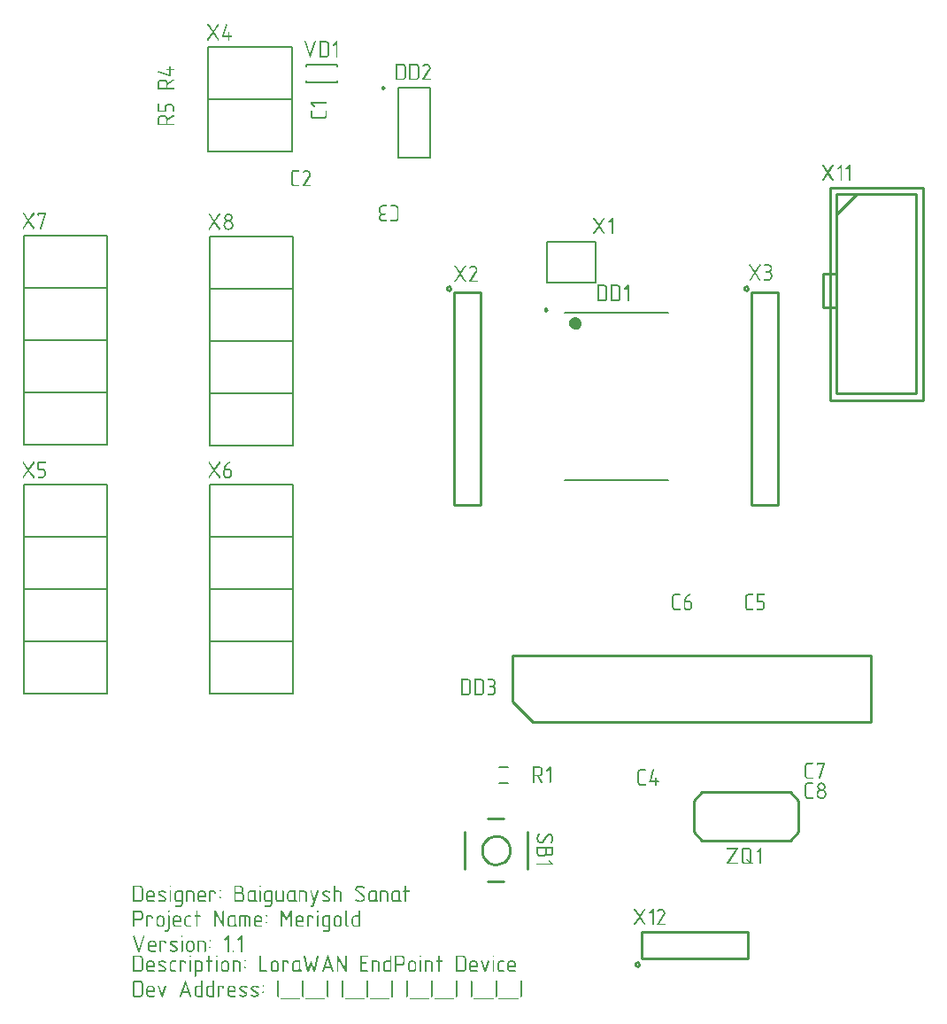
<source format=gto>
G04 Layer_Color=65535*
%FSLAX44Y44*%
%MOMM*%
G71*
G01*
G75*
%ADD20C,0.2540*%
%ADD31C,0.6000*%
%ADD32C,0.2500*%
%ADD33C,0.1000*%
%ADD34C,0.1500*%
%ADD35C,0.2000*%
G36*
X453255Y297966D02*
X453513Y297943D01*
X453819Y297872D01*
X454148Y297755D01*
X454524Y297590D01*
X454899Y297355D01*
X455275Y297050D01*
X455322Y297003D01*
X455416Y296885D01*
X455581Y296697D01*
X455745Y296439D01*
X455910Y296110D01*
X456074Y295734D01*
X456168Y295288D01*
X456215Y294818D01*
Y292421D01*
Y292398D01*
Y292304D01*
X456168Y292186D01*
X456121Y292045D01*
X456027Y291881D01*
X455886Y291763D01*
X455675Y291670D01*
X455416Y291646D01*
X449871D01*
Y290048D01*
Y290025D01*
Y289931D01*
X449895Y289813D01*
X449919Y289672D01*
X449989Y289484D01*
X450059Y289296D01*
X450177Y289109D01*
X450318Y288921D01*
X450365Y288897D01*
X450459Y288803D01*
X450623Y288686D01*
X450811Y288568D01*
X450835D01*
X450882Y288545D01*
X451023Y288521D01*
X451234Y288498D01*
X451446Y288474D01*
X455463D01*
X455604Y288451D01*
X455792Y288357D01*
X455886Y288310D01*
X455980Y288216D01*
X456027Y288169D01*
X456098Y288051D01*
X456168Y287887D01*
X456215Y287675D01*
Y287628D01*
X456192Y287511D01*
X456121Y287346D01*
X456004Y287158D01*
X455980Y287111D01*
X455863Y287041D01*
X455675Y286947D01*
X455557Y286924D01*
X455416Y286900D01*
X451328D01*
X451234Y286924D01*
X450999Y286947D01*
X450694Y287017D01*
X450341Y287135D01*
X449965Y287276D01*
X449590Y287511D01*
X449214Y287816D01*
X449167Y287863D01*
X449073Y287981D01*
X448932Y288169D01*
X448767Y288451D01*
X448579Y288756D01*
X448438Y289156D01*
X448344Y289578D01*
X448297Y290048D01*
Y294818D01*
Y294841D01*
Y294865D01*
Y294935D01*
X448321Y295029D01*
X448344Y295264D01*
X448415Y295570D01*
X448509Y295922D01*
X448673Y296275D01*
X448885Y296674D01*
X449190Y297026D01*
X449237Y297073D01*
X449355Y297167D01*
X449543Y297332D01*
X449824Y297520D01*
X450153Y297684D01*
X450529Y297849D01*
X450976Y297943D01*
X451446Y297990D01*
X453161D01*
X453255Y297966D01*
D02*
G37*
G36*
X485842Y302877D02*
X485936Y302806D01*
X486077Y302736D01*
X486195Y302618D01*
X486312Y302454D01*
X486406Y302219D01*
X491152Y287934D01*
X491199Y287652D01*
Y287628D01*
Y287605D01*
X491176Y287464D01*
X491082Y287299D01*
X491035Y287205D01*
X490941Y287111D01*
X490894Y287088D01*
X490776Y287017D01*
X490588Y286924D01*
X490377Y286900D01*
X490283D01*
X490165Y286924D01*
X490024Y286971D01*
X490001Y286994D01*
X489907Y287064D01*
X489860Y287111D01*
X489790Y287205D01*
X489743Y287299D01*
X489672Y287440D01*
X488521Y290871D01*
X482765D01*
X481613Y287440D01*
X481590Y287393D01*
X481543Y287299D01*
X481472Y287158D01*
X481331Y287017D01*
X481308Y286994D01*
X481214Y286971D01*
X481073Y286924D01*
X480908Y286900D01*
X480861D01*
X480720Y286924D01*
X480532Y286994D01*
X480345Y287111D01*
X480298Y287158D01*
X480227Y287252D01*
X480133Y287440D01*
X480109Y287534D01*
X480086Y287652D01*
X480133Y287934D01*
X484902Y302219D01*
X484926Y302242D01*
X484949Y302336D01*
X484996Y302430D01*
X485090Y302571D01*
X485184Y302689D01*
X485325Y302806D01*
X485466Y302877D01*
X485654Y302900D01*
X485748D01*
X485842Y302877D01*
D02*
G37*
G36*
X501561Y302736D02*
X501725Y302665D01*
X501913Y302548D01*
X501936D01*
X501960Y302524D01*
X502054Y302407D01*
X502124Y302219D01*
X502171Y302101D01*
Y301960D01*
Y287675D01*
Y287652D01*
Y287558D01*
X502124Y287440D01*
X502077Y287299D01*
X501983Y287135D01*
X501842Y287017D01*
X501631Y286924D01*
X501372Y286900D01*
X497284D01*
X497190Y286924D01*
X496955Y286947D01*
X496650Y287017D01*
X496298Y287135D01*
X495945Y287276D01*
X495569Y287511D01*
X495193Y287816D01*
X495146Y287863D01*
X495052Y287981D01*
X494888Y288169D01*
X494723Y288451D01*
X494559Y288756D01*
X494394Y289156D01*
X494300Y289578D01*
X494254Y290048D01*
Y294818D01*
Y294841D01*
Y294888D01*
Y294935D01*
X494277Y295029D01*
X494300Y295288D01*
X494371Y295593D01*
X494488Y295946D01*
X494629Y296322D01*
X494864Y296697D01*
X495170Y297050D01*
X495217Y297097D01*
X495334Y297191D01*
X495546Y297355D01*
X495804Y297520D01*
X496133Y297684D01*
X496509Y297849D01*
X496955Y297943D01*
X497425Y297990D01*
X500597D01*
Y301960D01*
Y301984D01*
Y302007D01*
X500621Y302148D01*
X500691Y302336D01*
X500832Y302548D01*
X500879Y302571D01*
X500997Y302665D01*
X501161Y302736D01*
X501372Y302759D01*
X501419D01*
X501561Y302736D01*
D02*
G37*
G36*
X442165D02*
X442424Y302712D01*
X442729Y302642D01*
X443081Y302524D01*
X443457Y302360D01*
X443833Y302125D01*
X444186Y301819D01*
X444233Y301772D01*
X444327Y301655D01*
X444491Y301443D01*
X444656Y301185D01*
X444820Y300856D01*
X444985Y300480D01*
X445079Y300057D01*
X445126Y299587D01*
Y290072D01*
Y290048D01*
Y290025D01*
Y289954D01*
X445102Y289860D01*
X445079Y289602D01*
X445008Y289296D01*
X444891Y288944D01*
X444726Y288568D01*
X444491Y288192D01*
X444186Y287816D01*
X444139Y287769D01*
X444021Y287675D01*
X443810Y287534D01*
X443551Y287370D01*
X443222Y287182D01*
X442846Y287041D01*
X442424Y286947D01*
X441954Y286900D01*
X436362D01*
X436268Y286924D01*
X436150Y286947D01*
X436009Y286994D01*
X435845Y287088D01*
X435728Y287229D01*
X435634Y287417D01*
X435610Y287675D01*
Y301960D01*
Y301984D01*
X435634Y302078D01*
X435657Y302219D01*
X435704Y302360D01*
X435798Y302501D01*
X435939Y302642D01*
X436127Y302736D01*
X436385Y302759D01*
X442071D01*
X442165Y302736D01*
D02*
G37*
G36*
X780634Y284480D02*
X771142D01*
Y286054D01*
X780634D01*
Y284480D01*
D02*
G37*
G36*
X794848D02*
X785357D01*
Y286054D01*
X794848D01*
Y284480D01*
D02*
G37*
G36*
X804364D02*
X794872D01*
Y286054D01*
X804364D01*
Y284480D01*
D02*
G37*
G36*
X621902Y302736D02*
X622066Y302665D01*
X622254Y302548D01*
X622278D01*
X622301Y302524D01*
X622395Y302407D01*
X622466Y302219D01*
X622513Y302101D01*
Y301960D01*
Y287675D01*
Y287652D01*
Y287605D01*
X622489Y287464D01*
X622419Y287276D01*
X622278Y287088D01*
X622231Y287064D01*
X622137Y286994D01*
X621949Y286924D01*
X621714Y286900D01*
X621667D01*
X621526Y286924D01*
X621362Y286971D01*
X621174Y287088D01*
X621127Y287135D01*
X621056Y287229D01*
X620985Y287417D01*
X620939Y287675D01*
Y301960D01*
Y301984D01*
Y302007D01*
X620962Y302148D01*
X621032Y302336D01*
X621174Y302548D01*
X621221Y302571D01*
X621338Y302665D01*
X621502Y302736D01*
X621714Y302759D01*
X621761D01*
X621902Y302736D01*
D02*
G37*
G36*
X636116D02*
X636281Y302665D01*
X636469Y302548D01*
X636492D01*
X636516Y302524D01*
X636610Y302407D01*
X636680Y302219D01*
X636727Y302101D01*
Y301960D01*
Y287675D01*
Y287652D01*
Y287605D01*
X636704Y287464D01*
X636633Y287276D01*
X636492Y287088D01*
X636445Y287064D01*
X636351Y286994D01*
X636163Y286924D01*
X635928Y286900D01*
X635881D01*
X635740Y286924D01*
X635576Y286971D01*
X635388Y287088D01*
X635341Y287135D01*
X635271Y287229D01*
X635200Y287417D01*
X635153Y287675D01*
Y301960D01*
Y301984D01*
Y302007D01*
X635177Y302148D01*
X635247Y302336D01*
X635388Y302548D01*
X635435Y302571D01*
X635552Y302665D01*
X635717Y302736D01*
X635928Y302759D01*
X635975D01*
X636116Y302736D01*
D02*
G37*
G36*
X659846D02*
X660011Y302665D01*
X660199Y302548D01*
X660222D01*
X660246Y302524D01*
X660340Y302407D01*
X660410Y302219D01*
X660457Y302101D01*
Y301960D01*
Y287675D01*
Y287652D01*
Y287605D01*
X660434Y287464D01*
X660363Y287276D01*
X660222Y287088D01*
X660175Y287064D01*
X660081Y286994D01*
X659893Y286924D01*
X659658Y286900D01*
X659611D01*
X659470Y286924D01*
X659306Y286971D01*
X659118Y287088D01*
X659071Y287135D01*
X659000Y287229D01*
X658930Y287417D01*
X658883Y287675D01*
Y301960D01*
Y301984D01*
Y302007D01*
X658906Y302148D01*
X658977Y302336D01*
X659118Y302548D01*
X659165Y302571D01*
X659282Y302665D01*
X659447Y302736D01*
X659658Y302759D01*
X659705D01*
X659846Y302736D01*
D02*
G37*
G36*
X598172D02*
X598336Y302665D01*
X598524Y302548D01*
X598548D01*
X598571Y302524D01*
X598665Y302407D01*
X598736Y302219D01*
X598783Y302101D01*
Y301960D01*
Y287675D01*
Y287652D01*
Y287605D01*
X598759Y287464D01*
X598689Y287276D01*
X598548Y287088D01*
X598501Y287064D01*
X598407Y286994D01*
X598219Y286924D01*
X597984Y286900D01*
X597937D01*
X597796Y286924D01*
X597631Y286971D01*
X597444Y287088D01*
X597397Y287135D01*
X597326Y287229D01*
X597256Y287417D01*
X597209Y287675D01*
Y301960D01*
Y301984D01*
Y302007D01*
X597232Y302148D01*
X597303Y302336D01*
X597444Y302548D01*
X597491Y302571D01*
X597608Y302665D01*
X597772Y302736D01*
X597984Y302759D01*
X598031D01*
X598172Y302736D01*
D02*
G37*
G36*
X512650D02*
X512815Y302665D01*
X513003Y302548D01*
X513026D01*
X513050Y302524D01*
X513144Y302407D01*
X513214Y302219D01*
X513261Y302101D01*
Y301960D01*
Y287675D01*
Y287652D01*
Y287558D01*
X513214Y287440D01*
X513167Y287299D01*
X513073Y287135D01*
X512932Y287017D01*
X512721Y286924D01*
X512462Y286900D01*
X508374D01*
X508280Y286924D01*
X508045Y286947D01*
X507740Y287017D01*
X507387Y287135D01*
X507035Y287276D01*
X506659Y287511D01*
X506283Y287816D01*
X506236Y287863D01*
X506142Y287981D01*
X505978Y288169D01*
X505813Y288451D01*
X505649Y288756D01*
X505484Y289156D01*
X505390Y289578D01*
X505343Y290048D01*
Y294818D01*
Y294841D01*
Y294888D01*
Y294935D01*
X505367Y295029D01*
X505390Y295288D01*
X505461Y295593D01*
X505578Y295946D01*
X505719Y296322D01*
X505954Y296697D01*
X506259Y297050D01*
X506306Y297097D01*
X506424Y297191D01*
X506635Y297355D01*
X506894Y297520D01*
X507223Y297684D01*
X507599Y297849D01*
X508045Y297943D01*
X508515Y297990D01*
X511687D01*
Y301960D01*
Y301984D01*
Y302007D01*
X511710Y302148D01*
X511781Y302336D01*
X511922Y302548D01*
X511969Y302571D01*
X512086Y302665D01*
X512251Y302736D01*
X512462Y302759D01*
X512509D01*
X512650Y302736D01*
D02*
G37*
G36*
X530906Y297966D02*
X531164Y297943D01*
X531470Y297872D01*
X531799Y297755D01*
X532174Y297590D01*
X532550Y297355D01*
X532926Y297050D01*
X532973Y297003D01*
X533067Y296885D01*
X533232Y296697D01*
X533396Y296439D01*
X533561Y296110D01*
X533725Y295734D01*
X533819Y295288D01*
X533866Y294818D01*
Y292421D01*
Y292398D01*
Y292304D01*
X533819Y292186D01*
X533772Y292045D01*
X533678Y291881D01*
X533537Y291763D01*
X533326Y291670D01*
X533067Y291646D01*
X527522D01*
Y290048D01*
Y290025D01*
Y289931D01*
X527546Y289813D01*
X527569Y289672D01*
X527640Y289484D01*
X527710Y289296D01*
X527828Y289109D01*
X527969Y288921D01*
X528016Y288897D01*
X528110Y288803D01*
X528274Y288686D01*
X528462Y288568D01*
X528486D01*
X528533Y288545D01*
X528674Y288521D01*
X528885Y288498D01*
X529097Y288474D01*
X533114D01*
X533255Y288451D01*
X533443Y288357D01*
X533537Y288310D01*
X533631Y288216D01*
X533678Y288169D01*
X533749Y288051D01*
X533819Y287887D01*
X533866Y287675D01*
Y287628D01*
X533843Y287511D01*
X533772Y287346D01*
X533655Y287158D01*
X533631Y287111D01*
X533514Y287041D01*
X533326Y286947D01*
X533208Y286924D01*
X533067Y286900D01*
X528979D01*
X528885Y286924D01*
X528650Y286947D01*
X528345Y287017D01*
X527992Y287135D01*
X527616Y287276D01*
X527240Y287511D01*
X526865Y287816D01*
X526818Y287863D01*
X526724Y287981D01*
X526583Y288169D01*
X526418Y288451D01*
X526230Y288756D01*
X526089Y289156D01*
X525995Y289578D01*
X525948Y290048D01*
Y294818D01*
Y294841D01*
Y294865D01*
Y294935D01*
X525972Y295029D01*
X525995Y295264D01*
X526066Y295570D01*
X526160Y295922D01*
X526324Y296275D01*
X526536Y296674D01*
X526841Y297026D01*
X526888Y297073D01*
X527006Y297167D01*
X527193Y297332D01*
X527475Y297520D01*
X527804Y297684D01*
X528180Y297849D01*
X528627Y297943D01*
X529097Y297990D01*
X530812D01*
X530906Y297966D01*
D02*
G37*
G36*
X574442Y302736D02*
X574606Y302665D01*
X574794Y302548D01*
X574818D01*
X574841Y302524D01*
X574935Y302407D01*
X575006Y302219D01*
X575053Y302101D01*
Y301960D01*
Y287675D01*
Y287652D01*
Y287605D01*
X575029Y287464D01*
X574959Y287276D01*
X574818Y287088D01*
X574771Y287064D01*
X574677Y286994D01*
X574489Y286924D01*
X574254Y286900D01*
X574207D01*
X574066Y286924D01*
X573902Y286971D01*
X573714Y287088D01*
X573667Y287135D01*
X573596Y287229D01*
X573526Y287417D01*
X573479Y287675D01*
Y301960D01*
Y301984D01*
Y302007D01*
X573502Y302148D01*
X573573Y302336D01*
X573714Y302548D01*
X573761Y302571D01*
X573878Y302665D01*
X574043Y302736D01*
X574254Y302759D01*
X574301D01*
X574442Y302736D01*
D02*
G37*
G36*
X771119Y284480D02*
X761627D01*
Y286054D01*
X771119D01*
Y284480D01*
D02*
G37*
G36*
X609825D02*
X600333D01*
Y286054D01*
X609825D01*
Y284480D01*
D02*
G37*
G36*
X619341D02*
X609849D01*
Y286054D01*
X619341D01*
Y284480D01*
D02*
G37*
G36*
X647770D02*
X638278D01*
Y286054D01*
X647770D01*
Y284480D01*
D02*
G37*
G36*
X595611D02*
X586119D01*
Y286054D01*
X595611D01*
Y284480D01*
D02*
G37*
G36*
X940522Y371436D02*
X940686Y371412D01*
X940874Y371389D01*
X941297Y371295D01*
X941791Y371154D01*
X942331Y370942D01*
X942590Y370801D01*
X942848Y370637D01*
X943106Y370425D01*
X943365Y370214D01*
X943388Y370190D01*
X943412Y370167D01*
X943482Y370096D01*
X943576Y370002D01*
X943670Y369885D01*
X943764Y369744D01*
X944023Y369392D01*
X944258Y368969D01*
X944446Y368452D01*
X944610Y367888D01*
X944634Y367582D01*
X944657Y367277D01*
Y367230D01*
Y367113D01*
X944634Y366925D01*
X944587Y366666D01*
X944540Y366384D01*
X944446Y366055D01*
X944305Y365703D01*
X944140Y365327D01*
X939018Y357174D01*
X943999D01*
X944140Y357151D01*
X944328Y357057D01*
X944399Y357010D01*
X944493Y356916D01*
X944540Y356869D01*
X944610Y356751D01*
X944681Y356587D01*
X944728Y356375D01*
Y356328D01*
X944704Y356211D01*
X944634Y356046D01*
X944516Y355858D01*
X944493Y355812D01*
X944375Y355741D01*
X944211Y355647D01*
X944093Y355624D01*
X943952Y355600D01*
X937468D01*
X937327Y355624D01*
X937186Y355671D01*
X937021Y355765D01*
X936880Y355858D01*
X936786Y356023D01*
X936739Y356234D01*
Y356281D01*
X936763Y356399D01*
X936810Y356587D01*
X936927Y356822D01*
X942777Y366149D01*
X942801Y366173D01*
X942824Y366267D01*
X942871Y366384D01*
X942942Y366549D01*
X942989Y366713D01*
X943036Y366925D01*
X943059Y367136D01*
X943083Y367347D01*
Y367371D01*
Y367394D01*
Y367512D01*
X943036Y367700D01*
X942989Y367958D01*
X942895Y368217D01*
X942754Y368522D01*
X942543Y368828D01*
X942284Y369110D01*
X942261Y369133D01*
X942214Y369180D01*
X942143Y369227D01*
X942026Y369321D01*
X941767Y369486D01*
X941415Y369674D01*
X941391D01*
X941321Y369697D01*
X941227Y369744D01*
X941086Y369791D01*
X940945Y369814D01*
X940757Y369861D01*
X940334Y369885D01*
X940240D01*
X940123Y369861D01*
X939982Y369838D01*
X939794Y369814D01*
X939606Y369744D01*
X939394Y369674D01*
X939183Y369556D01*
X939159Y369533D01*
X939089Y369486D01*
X938995Y369415D01*
X938854Y369321D01*
X938713Y369180D01*
X938548Y369016D01*
X938267Y368640D01*
X938243Y368616D01*
X938196Y368546D01*
X938102Y368452D01*
X937961Y368358D01*
X937609Y368287D01*
X937562D01*
X937421Y368311D01*
X937233Y368381D01*
X937045Y368499D01*
X936998Y368546D01*
X936927Y368663D01*
X936833Y368828D01*
X936810Y368945D01*
X936786Y369063D01*
Y369086D01*
X936810Y369180D01*
X936857Y369321D01*
X936927Y369509D01*
X936951Y369556D01*
X937021Y369650D01*
X937139Y369814D01*
X937327Y370002D01*
X937538Y370214D01*
X937773Y370449D01*
X938079Y370684D01*
X938407Y370895D01*
X938431Y370919D01*
X938478Y370942D01*
X938572Y370989D01*
X938689Y371036D01*
X938995Y371177D01*
X939324Y371295D01*
X939347D01*
X939394Y371318D01*
X939488Y371342D01*
X939606Y371389D01*
X939911Y371436D01*
X940217Y371459D01*
X940405D01*
X940522Y371436D01*
D02*
G37*
G36*
X925133D02*
X925321Y371342D01*
X925438Y371295D01*
X925532Y371201D01*
X925556D01*
X925579Y371154D01*
X925673Y371036D01*
X925744Y370872D01*
X925791Y370754D01*
Y370637D01*
Y370613D01*
X925767Y370519D01*
X925744Y370378D01*
X925650Y370190D01*
X921186Y363518D01*
X925650Y356822D01*
X925744Y356587D01*
X925791Y356375D01*
Y356352D01*
Y356328D01*
X925767Y356187D01*
X925673Y356023D01*
X925626Y355929D01*
X925532Y355835D01*
X925485Y355788D01*
X925368Y355718D01*
X925180Y355647D01*
X924945Y355600D01*
X924874D01*
X924804Y355624D01*
X924733Y355647D01*
X924616Y355694D01*
X924522Y355741D01*
X924404Y355835D01*
X924310Y355952D01*
X920222Y362085D01*
X916111Y355952D01*
X916087Y355929D01*
X916040Y355858D01*
X915946Y355765D01*
X915805Y355671D01*
X915453Y355600D01*
X915406D01*
X915288Y355624D01*
X915124Y355694D01*
X914912Y355835D01*
X914865Y355882D01*
X914795Y355999D01*
X914701Y356164D01*
X914678Y356281D01*
X914654Y356399D01*
Y356422D01*
X914678Y356516D01*
X914701Y356657D01*
X914771Y356822D01*
X919259Y363518D01*
X914748Y370214D01*
X914654Y370449D01*
Y370660D01*
Y370684D01*
Y370707D01*
X914678Y370848D01*
X914748Y371013D01*
X914889Y371201D01*
Y371224D01*
X914936Y371248D01*
X915053Y371342D01*
X915241Y371412D01*
X915359Y371459D01*
X915547D01*
X915617Y371436D01*
X915688Y371412D01*
X915805Y371365D01*
X915899Y371295D01*
X916017Y371201D01*
X916111Y371083D01*
X920222Y364951D01*
X924310Y371107D01*
X924334Y371130D01*
X924381Y371201D01*
X924475Y371295D01*
X924592Y371389D01*
X924757Y371459D01*
X924992D01*
X925133Y371436D01*
D02*
G37*
G36*
X586096Y284480D02*
X576604D01*
Y286054D01*
X586096D01*
Y284480D01*
D02*
G37*
G36*
X718960D02*
X709468D01*
Y286054D01*
X718960D01*
Y284480D01*
D02*
G37*
G36*
X733174D02*
X723682D01*
Y286054D01*
X733174D01*
Y284480D01*
D02*
G37*
G36*
X742690D02*
X733198D01*
Y286054D01*
X742690D01*
Y284480D01*
D02*
G37*
G36*
X709444D02*
X699952D01*
Y286054D01*
X709444D01*
Y284480D01*
D02*
G37*
G36*
X657285D02*
X647793D01*
Y286054D01*
X657285D01*
Y284480D01*
D02*
G37*
G36*
X671500D02*
X662008D01*
Y286054D01*
X671500D01*
Y284480D01*
D02*
G37*
G36*
X681015D02*
X671523D01*
Y286054D01*
X681015D01*
Y284480D01*
D02*
G37*
G36*
X683576Y302736D02*
X683741Y302665D01*
X683929Y302548D01*
X683952D01*
X683976Y302524D01*
X684070Y302407D01*
X684140Y302219D01*
X684187Y302101D01*
Y301960D01*
Y287675D01*
Y287652D01*
Y287605D01*
X684164Y287464D01*
X684093Y287276D01*
X683952Y287088D01*
X683905Y287064D01*
X683811Y286994D01*
X683623Y286924D01*
X683388Y286900D01*
X683341D01*
X683200Y286924D01*
X683036Y286971D01*
X682848Y287088D01*
X682801Y287135D01*
X682730Y287229D01*
X682660Y287417D01*
X682613Y287675D01*
Y301960D01*
Y301984D01*
Y302007D01*
X682636Y302148D01*
X682707Y302336D01*
X682848Y302548D01*
X682895Y302571D01*
X683012Y302665D01*
X683177Y302736D01*
X683388Y302759D01*
X683435D01*
X683576Y302736D01*
D02*
G37*
G36*
X524257Y321884D02*
X524515Y321861D01*
X524868Y321790D01*
X525243Y321649D01*
X525643Y321461D01*
X526066Y321226D01*
X526277Y321062D01*
X526465Y320874D01*
X526489D01*
X526512Y320827D01*
X526630Y320686D01*
X526794Y320474D01*
X527006Y320192D01*
X527193Y319840D01*
X527358Y319417D01*
X527475Y318924D01*
X527522Y318665D01*
Y318407D01*
Y314295D01*
Y314272D01*
Y314225D01*
Y314154D01*
X527499Y314060D01*
X527475Y313802D01*
X527405Y313473D01*
X527264Y313073D01*
X527076Y312674D01*
X526841Y312251D01*
X526677Y312040D01*
X526489Y311852D01*
X526442Y311805D01*
X526301Y311687D01*
X526089Y311523D01*
X525807Y311335D01*
X525455Y311147D01*
X525032Y310982D01*
X524539Y310865D01*
X524280Y310841D01*
X524022Y310818D01*
X522941D01*
X522847Y310841D01*
X522589Y310865D01*
X522260Y310935D01*
X521860Y311053D01*
X521461Y311241D01*
X521038Y311476D01*
X520638Y311805D01*
Y311828D01*
X520591Y311852D01*
X520474Y311993D01*
X520309Y312204D01*
X520121Y312486D01*
X519934Y312862D01*
X519769Y313285D01*
X519652Y313755D01*
X519628Y314013D01*
X519605Y314295D01*
Y318407D01*
Y318430D01*
Y318477D01*
Y318548D01*
X519628Y318642D01*
X519652Y318900D01*
X519722Y319229D01*
X519863Y319605D01*
X520028Y320028D01*
X520286Y320451D01*
X520427Y320639D01*
X520615Y320850D01*
X520638Y320874D01*
X520662Y320897D01*
X520803Y321015D01*
X521014Y321179D01*
X521296Y321391D01*
X521672Y321579D01*
X522072Y321743D01*
X522565Y321861D01*
X522823Y321908D01*
X524163D01*
X524257Y321884D01*
D02*
G37*
G36*
X535652D02*
X535910Y321861D01*
X536216Y321790D01*
X536544Y321673D01*
X536920Y321508D01*
X537296Y321273D01*
X537672Y320968D01*
X537719Y320921D01*
X537813Y320803D01*
X537978Y320615D01*
X538142Y320357D01*
X538307Y320028D01*
X538471Y319652D01*
X538565Y319206D01*
X538612Y318736D01*
Y311593D01*
Y311570D01*
Y311523D01*
X538589Y311382D01*
X538518Y311194D01*
X538377Y311006D01*
X538330Y310982D01*
X538236Y310912D01*
X538048Y310841D01*
X537813Y310818D01*
X537766D01*
X537625Y310841D01*
X537461Y310888D01*
X537273Y311006D01*
X537226Y311053D01*
X537155Y311147D01*
X537085Y311335D01*
X537038Y311593D01*
Y318736D01*
Y318759D01*
Y318853D01*
X537014Y318971D01*
X536991Y319135D01*
X536920Y319300D01*
X536850Y319487D01*
X536732Y319676D01*
X536568Y319863D01*
X536544Y319887D01*
X536497Y319934D01*
X536380Y320004D01*
X536263Y320098D01*
X536098Y320192D01*
X535910Y320263D01*
X535675Y320310D01*
X535440Y320333D01*
X532268D01*
Y311593D01*
Y311570D01*
Y311523D01*
X532245Y311382D01*
X532174Y311194D01*
X532034Y311006D01*
X531987Y310982D01*
X531893Y310912D01*
X531704Y310841D01*
X531470Y310818D01*
X531423D01*
X531282Y310841D01*
X531117Y310888D01*
X530929Y311006D01*
X530882Y311053D01*
X530812Y311147D01*
X530741Y311335D01*
X530694Y311593D01*
Y321109D01*
Y321132D01*
X530718Y321226D01*
X530741Y321367D01*
X530788Y321508D01*
X530882Y321649D01*
X531023Y321790D01*
X531211Y321884D01*
X531470Y321908D01*
X535558D01*
X535652Y321884D01*
D02*
G37*
G36*
X557009Y326654D02*
X557173Y326583D01*
X557361Y326466D01*
X557385D01*
X557408Y326442D01*
X557502Y326325D01*
X557573Y326137D01*
X557620Y326019D01*
Y325878D01*
Y312392D01*
X563235D01*
X563376Y312369D01*
X563540Y312275D01*
X563634Y312228D01*
X563728Y312134D01*
X563775Y312087D01*
X563846Y311969D01*
X563916Y311805D01*
X563963Y311593D01*
Y311546D01*
X563940Y311429D01*
X563869Y311264D01*
X563752Y311076D01*
X563728Y311029D01*
X563611Y310959D01*
X563446Y310865D01*
X563329Y310841D01*
X563188Y310818D01*
X556797D01*
X556703Y310841D01*
X556586Y310865D01*
X556445Y310912D01*
X556280Y311006D01*
X556163Y311147D01*
X556069Y311335D01*
X556045Y311593D01*
Y325878D01*
Y325902D01*
Y325925D01*
X556069Y326066D01*
X556139Y326254D01*
X556280Y326466D01*
X556327Y326489D01*
X556445Y326583D01*
X556609Y326654D01*
X556821Y326677D01*
X556868D01*
X557009Y326654D01*
D02*
G37*
G36*
X515822Y321908D02*
X515986Y321837D01*
X516174Y321720D01*
X516198D01*
X516221Y321696D01*
X516315Y321579D01*
X516386Y321391D01*
X516433Y321273D01*
Y321132D01*
Y311593D01*
Y311570D01*
Y311523D01*
X516409Y311382D01*
X516339Y311194D01*
X516198Y311006D01*
X516151Y310982D01*
X516057Y310912D01*
X515869Y310841D01*
X515634Y310818D01*
X515587D01*
X515446Y310841D01*
X515281Y310888D01*
X515094Y311006D01*
X515047Y311053D01*
X514976Y311147D01*
X514906Y311335D01*
X514859Y311593D01*
Y321132D01*
Y321156D01*
Y321179D01*
X514882Y321320D01*
X514953Y321508D01*
X515094Y321720D01*
X515141Y321743D01*
X515258Y321837D01*
X515423Y321908D01*
X515634Y321931D01*
X515681D01*
X515822Y321908D01*
D02*
G37*
G36*
X476209Y321884D02*
X476397Y321790D01*
X476491Y321743D01*
X476585Y321649D01*
X476632Y321602D01*
X476703Y321485D01*
X476773Y321320D01*
X476820Y321109D01*
Y321062D01*
X476797Y320944D01*
X476726Y320780D01*
X476609Y320592D01*
X476585Y320545D01*
X476468Y320474D01*
X476280Y320380D01*
X476162Y320357D01*
X476021Y320333D01*
X473507D01*
X473390Y320310D01*
X473249Y320286D01*
X473061Y320216D01*
X472873Y320145D01*
X472685Y320028D01*
X472497Y319863D01*
X472450Y319816D01*
X472356Y319722D01*
X472239Y319558D01*
X472145Y319347D01*
Y319323D01*
X472121Y319300D01*
X472098Y319159D01*
X472074Y318971D01*
X472051Y318736D01*
Y313966D01*
Y313943D01*
Y313849D01*
X472074Y313731D01*
X472098Y313590D01*
X472168Y313402D01*
X472239Y313214D01*
X472356Y313026D01*
X472497Y312838D01*
X472544Y312815D01*
X472662Y312721D01*
X472826Y312603D01*
X473014Y312486D01*
X473037D01*
X473061Y312463D01*
X473226Y312439D01*
X473414Y312416D01*
X473625Y312392D01*
X476068D01*
X476209Y312369D01*
X476397Y312275D01*
X476491Y312228D01*
X476585Y312134D01*
X476632Y312087D01*
X476703Y311969D01*
X476773Y311805D01*
X476820Y311593D01*
Y311546D01*
X476797Y311429D01*
X476726Y311264D01*
X476609Y311076D01*
X476585Y311029D01*
X476468Y310959D01*
X476280Y310865D01*
X476162Y310841D01*
X476021Y310818D01*
X473531D01*
X473437Y310841D01*
X473202Y310865D01*
X472897Y310935D01*
X472544Y311053D01*
X472168Y311194D01*
X471792Y311429D01*
X471416Y311734D01*
X471369Y311781D01*
X471275Y311899D01*
X471111Y312087D01*
X470947Y312369D01*
X470782Y312674D01*
X470617Y313073D01*
X470524Y313496D01*
X470477Y313966D01*
Y318736D01*
Y318759D01*
Y318806D01*
Y318853D01*
X470500Y318947D01*
X470524Y319206D01*
X470594Y319511D01*
X470712Y319863D01*
X470853Y320239D01*
X471087Y320615D01*
X471393Y320968D01*
X471440Y321015D01*
X471557Y321109D01*
X471769Y321273D01*
X472027Y321438D01*
X472356Y321602D01*
X472732Y321767D01*
X473178Y321861D01*
X473648Y321908D01*
X476068D01*
X476209Y321884D01*
D02*
G37*
G36*
X490471Y321908D02*
X490635Y321837D01*
X490823Y321720D01*
X490847D01*
X490870Y321696D01*
X490964Y321579D01*
X491035Y321391D01*
X491082Y321273D01*
Y321132D01*
Y311593D01*
Y311570D01*
Y311523D01*
X491058Y311382D01*
X490988Y311194D01*
X490847Y311006D01*
X490800Y310982D01*
X490706Y310912D01*
X490518Y310841D01*
X490283Y310818D01*
X490236D01*
X490095Y310841D01*
X489930Y310888D01*
X489743Y311006D01*
X489696Y311053D01*
X489625Y311147D01*
X489554Y311335D01*
X489507Y311593D01*
Y321132D01*
Y321156D01*
Y321179D01*
X489531Y321320D01*
X489602Y321508D01*
X489743Y321720D01*
X489790Y321743D01*
X489907Y321837D01*
X490071Y321908D01*
X490283Y321931D01*
X490330D01*
X490471Y321908D01*
D02*
G37*
G36*
X507904Y326654D02*
X508069Y326583D01*
X508256Y326466D01*
X508280D01*
X508303Y326442D01*
X508397Y326325D01*
X508468Y326137D01*
X508515Y326019D01*
Y325878D01*
Y321908D01*
X510935D01*
X511076Y321884D01*
X511264Y321790D01*
X511358Y321743D01*
X511452Y321649D01*
X511499Y321602D01*
X511569Y321485D01*
X511640Y321320D01*
X511687Y321109D01*
Y321062D01*
X511663Y320944D01*
X511593Y320780D01*
X511475Y320592D01*
X511452Y320545D01*
X511334Y320474D01*
X511146Y320380D01*
X511029Y320357D01*
X510888Y320333D01*
X508515D01*
Y311593D01*
Y311570D01*
Y311523D01*
X508492Y311382D01*
X508421Y311194D01*
X508280Y311006D01*
X508233Y310982D01*
X508139Y310912D01*
X507951Y310841D01*
X507716Y310818D01*
X507669D01*
X507528Y310841D01*
X507364Y310888D01*
X507176Y311006D01*
X507129Y311053D01*
X507058Y311147D01*
X506988Y311335D01*
X506941Y311593D01*
Y320333D01*
X506072D01*
X505930Y320357D01*
X505743Y320427D01*
X505555Y320545D01*
X505531Y320592D01*
X505461Y320709D01*
X505367Y320874D01*
X505343Y321109D01*
Y321132D01*
Y321156D01*
X505367Y321273D01*
X505437Y321461D01*
X505555Y321649D01*
Y321673D01*
X505602Y321696D01*
X505719Y321790D01*
X505883Y321861D01*
X506001Y321908D01*
X506941D01*
Y325878D01*
Y325902D01*
Y325925D01*
X506964Y326066D01*
X507035Y326254D01*
X507176Y326466D01*
X507223Y326489D01*
X507340Y326583D01*
X507505Y326654D01*
X507716Y326677D01*
X507763D01*
X507904Y326654D01*
D02*
G37*
G36*
X668774Y321884D02*
X669033Y321861D01*
X669338Y321790D01*
X669667Y321673D01*
X670043Y321508D01*
X670419Y321273D01*
X670795Y320968D01*
X670842Y320921D01*
X670936Y320803D01*
X671100Y320615D01*
X671265Y320357D01*
X671429Y320028D01*
X671594Y319652D01*
X671688Y319206D01*
X671735Y318736D01*
Y311593D01*
Y311570D01*
Y311523D01*
X671711Y311382D01*
X671641Y311194D01*
X671500Y311006D01*
X671453Y310982D01*
X671359Y310912D01*
X671171Y310841D01*
X670936Y310818D01*
X670889D01*
X670748Y310841D01*
X670583Y310888D01*
X670396Y311006D01*
X670349Y311053D01*
X670278Y311147D01*
X670208Y311335D01*
X670161Y311593D01*
Y318736D01*
Y318759D01*
Y318853D01*
X670137Y318971D01*
X670114Y319135D01*
X670043Y319300D01*
X669973Y319487D01*
X669855Y319676D01*
X669691Y319863D01*
X669667Y319887D01*
X669620Y319934D01*
X669503Y320004D01*
X669385Y320098D01*
X669221Y320192D01*
X669033Y320263D01*
X668798Y320310D01*
X668563Y320333D01*
X665391D01*
Y311593D01*
Y311570D01*
Y311523D01*
X665368Y311382D01*
X665297Y311194D01*
X665156Y311006D01*
X665109Y310982D01*
X665015Y310912D01*
X664827Y310841D01*
X664592Y310818D01*
X664545D01*
X664404Y310841D01*
X664240Y310888D01*
X664052Y311006D01*
X664005Y311053D01*
X663934Y311147D01*
X663864Y311335D01*
X663817Y311593D01*
Y321109D01*
Y321132D01*
X663840Y321226D01*
X663864Y321367D01*
X663911Y321508D01*
X664005Y321649D01*
X664146Y321790D01*
X664334Y321884D01*
X664592Y321908D01*
X668680D01*
X668774Y321884D01*
D02*
G37*
G36*
X682214Y326654D02*
X682378Y326583D01*
X682566Y326466D01*
X682589D01*
X682613Y326442D01*
X682707Y326325D01*
X682777Y326137D01*
X682824Y326019D01*
Y325878D01*
Y311593D01*
Y311570D01*
Y311476D01*
X682777Y311358D01*
X682730Y311217D01*
X682636Y311053D01*
X682495Y310935D01*
X682284Y310841D01*
X682026Y310818D01*
X677937D01*
X677843Y310841D01*
X677608Y310865D01*
X677303Y310935D01*
X676951Y311053D01*
X676598Y311194D01*
X676222Y311429D01*
X675846Y311734D01*
X675799Y311781D01*
X675705Y311899D01*
X675541Y312087D01*
X675377Y312369D01*
X675212Y312674D01*
X675048Y313073D01*
X674954Y313496D01*
X674907Y313966D01*
Y318736D01*
Y318759D01*
Y318806D01*
Y318853D01*
X674930Y318947D01*
X674954Y319206D01*
X675024Y319511D01*
X675142Y319863D01*
X675283Y320239D01*
X675517Y320615D01*
X675823Y320968D01*
X675870Y321015D01*
X675987Y321109D01*
X676199Y321273D01*
X676457Y321438D01*
X676786Y321602D01*
X677162Y321767D01*
X677608Y321861D01*
X678078Y321908D01*
X681250D01*
Y325878D01*
Y325902D01*
Y325925D01*
X681274Y326066D01*
X681344Y326254D01*
X681485Y326466D01*
X681532Y326489D01*
X681650Y326583D01*
X681814Y326654D01*
X682026Y326677D01*
X682073D01*
X682214Y326654D01*
D02*
G37*
G36*
X692551D02*
X692810Y326630D01*
X693115Y326559D01*
X693468Y326442D01*
X693844Y326278D01*
X694220Y326043D01*
X694572Y325737D01*
X694619Y325690D01*
X694713Y325573D01*
X694877Y325361D01*
X695042Y325103D01*
X695206Y324774D01*
X695371Y324398D01*
X695465Y323975D01*
X695512Y323505D01*
Y320333D01*
Y320310D01*
Y320286D01*
Y320216D01*
X695488Y320122D01*
X695465Y319863D01*
X695394Y319558D01*
X695277Y319206D01*
X695112Y318830D01*
X694877Y318454D01*
X694572Y318078D01*
X694525Y318031D01*
X694407Y317937D01*
X694196Y317796D01*
X693938Y317631D01*
X693609Y317444D01*
X693233Y317302D01*
X692786Y317208D01*
X692316Y317162D01*
X687570D01*
Y311593D01*
Y311570D01*
Y311523D01*
X687547Y311382D01*
X687476Y311194D01*
X687335Y311006D01*
X687288Y310982D01*
X687195Y310912D01*
X687007Y310841D01*
X686771Y310818D01*
X686725D01*
X686584Y310841D01*
X686419Y310888D01*
X686231Y311006D01*
X686184Y311053D01*
X686114Y311147D01*
X686043Y311335D01*
X685996Y311593D01*
Y325878D01*
Y325902D01*
X686020Y325996D01*
X686043Y326137D01*
X686090Y326278D01*
X686184Y326419D01*
X686325Y326559D01*
X686513Y326654D01*
X686771Y326677D01*
X692457D01*
X692551Y326654D01*
D02*
G37*
G36*
X660058D02*
X660246Y326559D01*
X660340Y326513D01*
X660434Y326419D01*
X660481Y326372D01*
X660551Y326254D01*
X660622Y326090D01*
X660669Y325878D01*
Y325855D01*
Y325831D01*
X660645Y325714D01*
X660575Y325526D01*
X660457Y325338D01*
X660434Y325291D01*
X660316Y325220D01*
X660128Y325150D01*
X659870Y325103D01*
X654302D01*
Y320310D01*
X658319D01*
X658460Y320286D01*
X658648Y320192D01*
X658742Y320145D01*
X658836Y320051D01*
X658883Y320004D01*
X658953Y319887D01*
X659024Y319722D01*
X659071Y319511D01*
Y319487D01*
Y319464D01*
X659047Y319347D01*
X658977Y319159D01*
X658859Y318971D01*
X658836Y318924D01*
X658718Y318853D01*
X658531Y318783D01*
X658272Y318736D01*
X654302D01*
Y312392D01*
X659917D01*
X660058Y312369D01*
X660246Y312275D01*
X660340Y312228D01*
X660434Y312134D01*
X660481Y312087D01*
X660551Y311969D01*
X660622Y311805D01*
X660669Y311593D01*
Y311570D01*
Y311546D01*
X660645Y311429D01*
X660575Y311241D01*
X660457Y311053D01*
X660434Y311006D01*
X660316Y310935D01*
X660128Y310865D01*
X659870Y310818D01*
X653479D01*
X653385Y310841D01*
X653268Y310865D01*
X653127Y310912D01*
X652962Y311006D01*
X652845Y311123D01*
X652751Y311311D01*
X652727Y311546D01*
Y325878D01*
Y325902D01*
X652751Y325996D01*
X652774Y326137D01*
X652821Y326278D01*
X652915Y326419D01*
X653056Y326559D01*
X653244Y326654D01*
X653503Y326677D01*
X659917D01*
X660058Y326654D01*
D02*
G37*
G36*
X571787Y321884D02*
X572046Y321861D01*
X572398Y321790D01*
X572774Y321649D01*
X573173Y321461D01*
X573596Y321226D01*
X573808Y321062D01*
X573996Y320874D01*
X574019D01*
X574043Y320827D01*
X574160Y320686D01*
X574324Y320474D01*
X574536Y320192D01*
X574724Y319840D01*
X574888Y319417D01*
X575006Y318924D01*
X575053Y318665D01*
Y318407D01*
Y314295D01*
Y314272D01*
Y314225D01*
Y314154D01*
X575029Y314060D01*
X575006Y313802D01*
X574935Y313473D01*
X574794Y313073D01*
X574606Y312674D01*
X574371Y312251D01*
X574207Y312040D01*
X574019Y311852D01*
X573972Y311805D01*
X573831Y311687D01*
X573620Y311523D01*
X573338Y311335D01*
X572985Y311147D01*
X572562Y310982D01*
X572069Y310865D01*
X571810Y310841D01*
X571552Y310818D01*
X570471D01*
X570377Y310841D01*
X570119Y310865D01*
X569790Y310935D01*
X569390Y311053D01*
X568991Y311241D01*
X568568Y311476D01*
X568169Y311805D01*
Y311828D01*
X568122Y311852D01*
X568004Y311993D01*
X567840Y312204D01*
X567652Y312486D01*
X567464Y312862D01*
X567299Y313285D01*
X567182Y313755D01*
X567159Y314013D01*
X567135Y314295D01*
Y318407D01*
Y318430D01*
Y318477D01*
Y318548D01*
X567159Y318642D01*
X567182Y318900D01*
X567253Y319229D01*
X567393Y319605D01*
X567558Y320028D01*
X567816Y320451D01*
X567957Y320639D01*
X568145Y320850D01*
X568169Y320874D01*
X568192Y320897D01*
X568333Y321015D01*
X568545Y321179D01*
X568827Y321391D01*
X569203Y321579D01*
X569602Y321743D01*
X570095Y321861D01*
X570354Y321908D01*
X571693D01*
X571787Y321884D01*
D02*
G37*
G36*
X595118Y321861D02*
X595258Y321814D01*
X595400Y321720D01*
X595541Y321579D01*
X595634Y321367D01*
X595658Y321109D01*
Y313990D01*
Y313966D01*
Y313919D01*
X595681Y313825D01*
X595705Y313684D01*
X595799Y313379D01*
X595869Y313214D01*
X595963Y313026D01*
X595987Y313003D01*
X596010Y312956D01*
X596081Y312862D01*
X596151Y312768D01*
X596269Y312651D01*
X596410Y312533D01*
X596574Y312416D01*
X596762Y312322D01*
X596786D01*
X596833Y312275D01*
X596927Y312228D01*
X597021Y312157D01*
X597091Y312063D01*
X597185Y311946D01*
X597232Y311805D01*
X597256Y311617D01*
Y311593D01*
Y311570D01*
X597232Y311405D01*
X597162Y311241D01*
X597021Y311053D01*
X596974Y311006D01*
X596880Y310935D01*
X596692Y310865D01*
X596457Y310818D01*
X596363D01*
X596245Y310841D01*
X596128Y310888D01*
X596104Y310912D01*
X596010Y310959D01*
X595846Y311029D01*
X595681Y311123D01*
X595470Y311264D01*
X595258Y311429D01*
X595047Y311617D01*
X594859Y311852D01*
X594836Y311828D01*
X594789Y311781D01*
X594695Y311687D01*
X594577Y311593D01*
X594436Y311476D01*
X594248Y311358D01*
X594037Y311217D01*
X593802Y311100D01*
X593778D01*
X593684Y311053D01*
X593567Y311006D01*
X593402Y310959D01*
X593191Y310912D01*
X592980Y310865D01*
X592721Y310841D01*
X592486Y310818D01*
X590771D01*
X590677Y310841D01*
X590442Y310865D01*
X590137Y310935D01*
X589784Y311053D01*
X589432Y311194D01*
X589056Y311429D01*
X588680Y311734D01*
X588633Y311781D01*
X588539Y311899D01*
X588374Y312087D01*
X588210Y312369D01*
X588046Y312674D01*
X587881Y313073D01*
X587787Y313496D01*
X587740Y313966D01*
Y318736D01*
Y318759D01*
Y318806D01*
Y318853D01*
X587764Y318947D01*
X587787Y319206D01*
X587858Y319511D01*
X587975Y319863D01*
X588116Y320239D01*
X588351Y320615D01*
X588656Y320968D01*
X588703Y321015D01*
X588821Y321109D01*
X589009Y321273D01*
X589291Y321438D01*
X589596Y321602D01*
X589996Y321767D01*
X590419Y321861D01*
X590888Y321908D01*
X594977D01*
X595118Y321861D01*
D02*
G37*
G36*
X622113Y326795D02*
X622207Y326724D01*
X622348Y326654D01*
X622466Y326536D01*
X622583Y326372D01*
X622677Y326137D01*
X627423Y311852D01*
X627470Y311570D01*
Y311546D01*
Y311523D01*
X627447Y311382D01*
X627353Y311217D01*
X627306Y311123D01*
X627212Y311029D01*
X627165Y311006D01*
X627047Y310935D01*
X626859Y310841D01*
X626648Y310818D01*
X626554D01*
X626436Y310841D01*
X626295Y310888D01*
X626272Y310912D01*
X626178Y310982D01*
X626131Y311029D01*
X626060Y311123D01*
X626013Y311217D01*
X625943Y311358D01*
X624792Y314788D01*
X619035D01*
X617884Y311358D01*
X617861Y311311D01*
X617814Y311217D01*
X617743Y311076D01*
X617602Y310935D01*
X617579Y310912D01*
X617485Y310888D01*
X617344Y310841D01*
X617179Y310818D01*
X617132D01*
X616991Y310841D01*
X616803Y310912D01*
X616615Y311029D01*
X616568Y311076D01*
X616498Y311170D01*
X616404Y311358D01*
X616381Y311452D01*
X616357Y311570D01*
X616404Y311852D01*
X621174Y326137D01*
X621197Y326160D01*
X621221Y326254D01*
X621268Y326348D01*
X621362Y326489D01*
X621455Y326606D01*
X621596Y326724D01*
X621737Y326795D01*
X621925Y326818D01*
X622019D01*
X622113Y326795D01*
D02*
G37*
G36*
X453255Y321884D02*
X453513Y321861D01*
X453819Y321790D01*
X454148Y321673D01*
X454524Y321508D01*
X454899Y321273D01*
X455275Y320968D01*
X455322Y320921D01*
X455416Y320803D01*
X455581Y320615D01*
X455745Y320357D01*
X455910Y320028D01*
X456074Y319652D01*
X456168Y319206D01*
X456215Y318736D01*
Y316339D01*
Y316316D01*
Y316222D01*
X456168Y316104D01*
X456121Y315963D01*
X456027Y315799D01*
X455886Y315681D01*
X455675Y315587D01*
X455416Y315564D01*
X449871D01*
Y313966D01*
Y313943D01*
Y313849D01*
X449895Y313731D01*
X449919Y313590D01*
X449989Y313402D01*
X450059Y313214D01*
X450177Y313026D01*
X450318Y312838D01*
X450365Y312815D01*
X450459Y312721D01*
X450623Y312603D01*
X450811Y312486D01*
X450835D01*
X450882Y312463D01*
X451023Y312439D01*
X451234Y312416D01*
X451446Y312392D01*
X455463D01*
X455604Y312369D01*
X455792Y312275D01*
X455886Y312228D01*
X455980Y312134D01*
X456027Y312087D01*
X456098Y311969D01*
X456168Y311805D01*
X456215Y311593D01*
Y311546D01*
X456192Y311429D01*
X456121Y311264D01*
X456004Y311076D01*
X455980Y311029D01*
X455863Y310959D01*
X455675Y310865D01*
X455557Y310841D01*
X455416Y310818D01*
X451328D01*
X451234Y310841D01*
X450999Y310865D01*
X450694Y310935D01*
X450341Y311053D01*
X449965Y311194D01*
X449590Y311429D01*
X449214Y311734D01*
X449167Y311781D01*
X449073Y311899D01*
X448932Y312087D01*
X448767Y312369D01*
X448579Y312674D01*
X448438Y313073D01*
X448344Y313496D01*
X448297Y313966D01*
Y318736D01*
Y318759D01*
Y318783D01*
Y318853D01*
X448321Y318947D01*
X448344Y319182D01*
X448415Y319487D01*
X448509Y319840D01*
X448673Y320192D01*
X448885Y320592D01*
X449190Y320944D01*
X449237Y320991D01*
X449355Y321085D01*
X449543Y321250D01*
X449824Y321438D01*
X450153Y321602D01*
X450529Y321767D01*
X450976Y321861D01*
X451446Y321908D01*
X453161D01*
X453255Y321884D01*
D02*
G37*
G36*
X783195Y302736D02*
X783360Y302665D01*
X783548Y302548D01*
X783571D01*
X783594Y302524D01*
X783688Y302407D01*
X783759Y302219D01*
X783806Y302101D01*
Y301960D01*
Y287675D01*
Y287652D01*
Y287605D01*
X783782Y287464D01*
X783712Y287276D01*
X783571Y287088D01*
X783524Y287064D01*
X783430Y286994D01*
X783242Y286924D01*
X783007Y286900D01*
X782960D01*
X782819Y286924D01*
X782655Y286971D01*
X782467Y287088D01*
X782420Y287135D01*
X782349Y287229D01*
X782279Y287417D01*
X782232Y287675D01*
Y301960D01*
Y301984D01*
Y302007D01*
X782255Y302148D01*
X782326Y302336D01*
X782467Y302548D01*
X782514Y302571D01*
X782631Y302665D01*
X782796Y302736D01*
X783007Y302759D01*
X783054D01*
X783195Y302736D01*
D02*
G37*
G36*
X806925D02*
X807089Y302665D01*
X807277Y302548D01*
X807301D01*
X807324Y302524D01*
X807418Y302407D01*
X807489Y302219D01*
X807536Y302101D01*
Y301960D01*
Y287675D01*
Y287652D01*
Y287605D01*
X807512Y287464D01*
X807442Y287276D01*
X807301Y287088D01*
X807254Y287064D01*
X807160Y286994D01*
X806972Y286924D01*
X806737Y286900D01*
X806690D01*
X806549Y286924D01*
X806385Y286971D01*
X806197Y287088D01*
X806150Y287135D01*
X806079Y287229D01*
X806009Y287417D01*
X805962Y287675D01*
Y301960D01*
Y301984D01*
Y302007D01*
X805985Y302148D01*
X806056Y302336D01*
X806197Y302548D01*
X806244Y302571D01*
X806361Y302665D01*
X806526Y302736D01*
X806737Y302759D01*
X806784D01*
X806925Y302736D01*
D02*
G37*
G36*
X466670Y297966D02*
X466858Y297896D01*
X467070Y297778D01*
X467117Y297731D01*
X467187Y297614D01*
X467258Y297449D01*
X467305Y297214D01*
X467258Y296932D01*
X464086Y287440D01*
Y287417D01*
X464062Y287393D01*
X464016Y287276D01*
X463922Y287111D01*
X463804Y286947D01*
X463781Y286924D01*
X463686Y286900D01*
X463546Y286829D01*
X463358Y286759D01*
X463287D01*
X463193Y286806D01*
X463076Y286853D01*
X462958Y286924D01*
X462841Y287041D01*
X462723Y287205D01*
X462606Y287440D01*
X459434Y296932D01*
X459387Y297214D01*
Y297238D01*
Y297261D01*
X459410Y297379D01*
X459481Y297543D01*
X459622Y297731D01*
Y297755D01*
X459669Y297778D01*
X459786Y297872D01*
X459951Y297943D01*
X460068Y297990D01*
X460327D01*
X460468Y297943D01*
X460609Y297896D01*
X460632Y297872D01*
X460703Y297802D01*
X460750Y297755D01*
X460797Y297661D01*
X460867Y297567D01*
X460938Y297426D01*
X463358Y290189D01*
X465778Y297426D01*
Y297449D01*
X465801Y297473D01*
X465848Y297567D01*
X465942Y297708D01*
X466059Y297825D01*
X466106Y297849D01*
X466200Y297919D01*
X466342Y297966D01*
X466506Y297990D01*
X466553D01*
X466670Y297966D01*
D02*
G37*
G36*
X759465Y302736D02*
X759630Y302665D01*
X759818Y302548D01*
X759841D01*
X759865Y302524D01*
X759958Y302407D01*
X760029Y302219D01*
X760076Y302101D01*
Y301960D01*
Y287675D01*
Y287652D01*
Y287605D01*
X760052Y287464D01*
X759982Y287276D01*
X759841Y287088D01*
X759794Y287064D01*
X759700Y286994D01*
X759512Y286924D01*
X759277Y286900D01*
X759230D01*
X759089Y286924D01*
X758925Y286971D01*
X758737Y287088D01*
X758690Y287135D01*
X758619Y287229D01*
X758549Y287417D01*
X758502Y287675D01*
Y301960D01*
Y301984D01*
Y302007D01*
X758525Y302148D01*
X758596Y302336D01*
X758737Y302548D01*
X758784Y302571D01*
X758901Y302665D01*
X759066Y302736D01*
X759277Y302759D01*
X759324D01*
X759465Y302736D01*
D02*
G37*
G36*
X697791D02*
X697955Y302665D01*
X698143Y302548D01*
X698167D01*
X698190Y302524D01*
X698284Y302407D01*
X698355Y302219D01*
X698402Y302101D01*
Y301960D01*
Y287675D01*
Y287652D01*
Y287605D01*
X698378Y287464D01*
X698308Y287276D01*
X698167Y287088D01*
X698120Y287064D01*
X698026Y286994D01*
X697838Y286924D01*
X697603Y286900D01*
X697556D01*
X697415Y286924D01*
X697250Y286971D01*
X697062Y287088D01*
X697015Y287135D01*
X696945Y287229D01*
X696874Y287417D01*
X696827Y287675D01*
Y301960D01*
Y301984D01*
Y302007D01*
X696851Y302148D01*
X696921Y302336D01*
X697062Y302548D01*
X697109Y302571D01*
X697227Y302665D01*
X697391Y302736D01*
X697603Y302759D01*
X697650D01*
X697791Y302736D01*
D02*
G37*
G36*
X721521D02*
X721685Y302665D01*
X721873Y302548D01*
X721897D01*
X721920Y302524D01*
X722014Y302407D01*
X722085Y302219D01*
X722132Y302101D01*
Y301960D01*
Y287675D01*
Y287652D01*
Y287605D01*
X722108Y287464D01*
X722038Y287276D01*
X721897Y287088D01*
X721850Y287064D01*
X721756Y286994D01*
X721568Y286924D01*
X721333Y286900D01*
X721286D01*
X721145Y286924D01*
X720980Y286971D01*
X720792Y287088D01*
X720745Y287135D01*
X720675Y287229D01*
X720604Y287417D01*
X720557Y287675D01*
Y301960D01*
Y301984D01*
Y302007D01*
X720581Y302148D01*
X720651Y302336D01*
X720792Y302548D01*
X720839Y302571D01*
X720957Y302665D01*
X721121Y302736D01*
X721333Y302759D01*
X721380D01*
X721521Y302736D01*
D02*
G37*
G36*
X745251D02*
X745415Y302665D01*
X745603Y302548D01*
X745627D01*
X745650Y302524D01*
X745744Y302407D01*
X745815Y302219D01*
X745862Y302101D01*
Y301960D01*
Y287675D01*
Y287652D01*
Y287605D01*
X745838Y287464D01*
X745768Y287276D01*
X745627Y287088D01*
X745580Y287064D01*
X745486Y286994D01*
X745298Y286924D01*
X745063Y286900D01*
X745016D01*
X744875Y286924D01*
X744710Y286971D01*
X744522Y287088D01*
X744475Y287135D01*
X744405Y287229D01*
X744334Y287417D01*
X744287Y287675D01*
Y301960D01*
Y301984D01*
Y302007D01*
X744311Y302148D01*
X744381Y302336D01*
X744522Y302548D01*
X744569Y302571D01*
X744687Y302665D01*
X744851Y302736D01*
X745063Y302759D01*
X745110D01*
X745251Y302736D01*
D02*
G37*
G36*
X560157Y298507D02*
X560322Y298436D01*
X560509Y298295D01*
X560533D01*
X560556Y298248D01*
X560650Y298131D01*
X560744Y297966D01*
X560791Y297849D01*
Y297731D01*
Y297708D01*
Y297684D01*
X560768Y297567D01*
X560697Y297379D01*
X560556Y297191D01*
X560509Y297144D01*
X560392Y297073D01*
X560228Y297003D01*
X559992Y296956D01*
X559945D01*
X559805Y296979D01*
X559617Y297050D01*
X559429Y297191D01*
X559405Y297238D01*
X559335Y297355D01*
X559241Y297520D01*
X559217Y297731D01*
Y297755D01*
Y297778D01*
X559241Y297919D01*
X559311Y298107D01*
X559429Y298295D01*
X559476Y298342D01*
X559593Y298412D01*
X559758Y298483D01*
X559992Y298530D01*
X560039D01*
X560157Y298507D01*
D02*
G37*
G36*
X499211Y321884D02*
X499469Y321861D01*
X499775Y321790D01*
X500104Y321673D01*
X500480Y321508D01*
X500856Y321273D01*
X501231Y320968D01*
X501278Y320921D01*
X501372Y320803D01*
X501537Y320615D01*
X501701Y320357D01*
X501866Y320028D01*
X502030Y319652D01*
X502124Y319206D01*
X502171Y318736D01*
Y313966D01*
Y313943D01*
Y313919D01*
Y313849D01*
X502148Y313755D01*
X502124Y313520D01*
X502054Y313214D01*
X501936Y312862D01*
X501772Y312486D01*
X501537Y312110D01*
X501231Y311734D01*
X501185Y311687D01*
X501067Y311593D01*
X500856Y311452D01*
X500597Y311288D01*
X500268Y311100D01*
X499892Y310959D01*
X499469Y310865D01*
X498999Y310818D01*
X495828D01*
Y306871D01*
Y306847D01*
Y306824D01*
X495804Y306683D01*
X495710Y306495D01*
X495663Y306401D01*
X495569Y306307D01*
X495522Y306260D01*
X495405Y306189D01*
X495240Y306119D01*
X495029Y306072D01*
X494982D01*
X494864Y306095D01*
X494700Y306166D01*
X494512Y306283D01*
X494465Y306330D01*
X494394Y306424D01*
X494300Y306612D01*
X494277Y306730D01*
X494254Y306871D01*
Y321109D01*
Y321132D01*
X494277Y321226D01*
X494300Y321367D01*
X494347Y321508D01*
X494441Y321649D01*
X494582Y321790D01*
X494770Y321884D01*
X495029Y321908D01*
X499117D01*
X499211Y321884D01*
D02*
G37*
G36*
X442165Y326654D02*
X442424Y326630D01*
X442729Y326559D01*
X443081Y326442D01*
X443457Y326278D01*
X443833Y326043D01*
X444186Y325737D01*
X444233Y325690D01*
X444327Y325573D01*
X444491Y325361D01*
X444656Y325103D01*
X444820Y324774D01*
X444985Y324398D01*
X445079Y323975D01*
X445126Y323505D01*
Y313990D01*
Y313966D01*
Y313943D01*
Y313872D01*
X445102Y313778D01*
X445079Y313520D01*
X445008Y313214D01*
X444891Y312862D01*
X444726Y312486D01*
X444491Y312110D01*
X444186Y311734D01*
X444139Y311687D01*
X444021Y311593D01*
X443810Y311452D01*
X443551Y311288D01*
X443222Y311100D01*
X442846Y310959D01*
X442424Y310865D01*
X441954Y310818D01*
X436362D01*
X436268Y310841D01*
X436150Y310865D01*
X436009Y310912D01*
X435845Y311006D01*
X435728Y311147D01*
X435634Y311335D01*
X435610Y311593D01*
Y325878D01*
Y325902D01*
X435634Y325996D01*
X435657Y326137D01*
X435704Y326278D01*
X435798Y326419D01*
X435939Y326559D01*
X436127Y326654D01*
X436385Y326677D01*
X442071D01*
X442165Y326654D01*
D02*
G37*
G36*
X552780Y297919D02*
X553061Y297896D01*
X553320Y297849D01*
X553555Y297802D01*
X553719Y297755D01*
X553837Y297731D01*
X553884Y297708D01*
X554213Y297614D01*
X554542Y297520D01*
X554824Y297426D01*
X555082Y297332D01*
X555294Y297238D01*
X555434Y297191D01*
X555552Y297144D01*
X555575Y297120D01*
X555716Y297003D01*
X555834Y296885D01*
X555904Y296768D01*
X555975Y296650D01*
X555998Y296556D01*
X556022Y296486D01*
Y296439D01*
Y296416D01*
Y296298D01*
X555975Y296180D01*
X555904Y295993D01*
X555810Y295875D01*
X555787Y295852D01*
X555763Y295828D01*
X555575Y295687D01*
X555411Y295617D01*
X555294Y295593D01*
X555247D01*
X554871Y295687D01*
X554354Y295922D01*
X553860Y296087D01*
X553390Y296227D01*
X552991Y296298D01*
X552662Y296345D01*
X552404Y296392D01*
X552169D01*
X551699Y296369D01*
X551276Y296298D01*
X550900Y296180D01*
X550571Y296087D01*
X550313Y295969D01*
X550125Y295852D01*
X550007Y295781D01*
X549960Y295758D01*
X549843Y295617D01*
X549772Y295476D01*
X549749Y295358D01*
Y295335D01*
Y295311D01*
X549772Y295123D01*
X549866Y294982D01*
X549937Y294888D01*
X549960Y294865D01*
X555035Y291528D01*
X555340Y291223D01*
X555575Y290918D01*
X555646Y290800D01*
X555693Y290706D01*
X555740Y290636D01*
Y290612D01*
X555834Y290424D01*
X555881Y290260D01*
X555975Y289954D01*
Y289813D01*
X555998Y289719D01*
Y289672D01*
Y289649D01*
Y289437D01*
X555951Y289249D01*
X555928Y289085D01*
X555881Y288921D01*
X555834Y288780D01*
X555787Y288686D01*
X555763Y288615D01*
X555740Y288592D01*
X555528Y288239D01*
X555411Y288122D01*
X555294Y288004D01*
X555200Y287910D01*
X555106Y287840D01*
X555059Y287816D01*
X555035Y287793D01*
X554518Y287487D01*
X553978Y287276D01*
X553461Y287111D01*
X552967Y287017D01*
X552568Y286947D01*
X552380Y286924D01*
X552239D01*
X552098Y286900D01*
X551934D01*
X551299Y286947D01*
X550689Y287041D01*
X550148Y287182D01*
X549655Y287346D01*
X549420Y287417D01*
X549232Y287487D01*
X549067Y287558D01*
X548926Y287628D01*
X548809Y287699D01*
X548715Y287722D01*
X548668Y287769D01*
X548644D01*
X548503Y287863D01*
X548410Y287981D01*
X548316Y288098D01*
X548269Y288216D01*
X548245Y288310D01*
X548222Y288380D01*
Y288427D01*
Y288451D01*
X548245Y288733D01*
X548339Y288897D01*
X548433Y289038D01*
X548527Y289132D01*
X548621Y289179D01*
X548809Y289273D01*
X548950Y289296D01*
X548997D01*
X549208Y289249D01*
X549396Y289179D01*
X549866Y288944D01*
X550313Y288780D01*
X550736Y288639D01*
X551135Y288568D01*
X551464Y288521D01*
X551699Y288498D01*
X551816Y288474D01*
X551934D01*
X552357Y288498D01*
X552780Y288568D01*
X553156Y288686D01*
X553484Y288803D01*
X553743Y288921D01*
X553954Y289038D01*
X554095Y289109D01*
X554142Y289132D01*
X554236Y289202D01*
X554307Y289273D01*
X554401Y289437D01*
X554424Y289578D01*
Y289625D01*
Y289649D01*
Y289790D01*
X554377Y289884D01*
X554283Y290072D01*
X554189Y290166D01*
X554166Y290189D01*
X554142D01*
X549067Y293526D01*
X548785Y293761D01*
X548597Y294019D01*
X548527Y294113D01*
X548480Y294207D01*
X548433Y294254D01*
Y294277D01*
X548339Y294465D01*
X548292Y294630D01*
X548245Y294724D01*
Y294747D01*
X548222Y294912D01*
Y295100D01*
Y295241D01*
Y295264D01*
Y295288D01*
X548245Y295664D01*
X548292Y295828D01*
X548339Y295969D01*
X548363Y296110D01*
X548410Y296204D01*
X548433Y296251D01*
Y296275D01*
X548550Y296486D01*
X548668Y296650D01*
X548762Y296768D01*
X548856Y296885D01*
X548950Y296956D01*
X549020Y297003D01*
X549044Y297050D01*
X549067D01*
X549584Y297355D01*
X550125Y297590D01*
X550642Y297755D01*
X551135Y297849D01*
X551558Y297919D01*
X551746Y297943D01*
X551887D01*
X552028Y297966D01*
X552498D01*
X552780Y297919D01*
D02*
G37*
G36*
X560157Y292092D02*
X560322Y292022D01*
X560509Y291881D01*
X560533D01*
X560556Y291834D01*
X560650Y291716D01*
X560744Y291552D01*
X560791Y291434D01*
Y291317D01*
Y291294D01*
Y291270D01*
X560768Y291153D01*
X560697Y290965D01*
X560556Y290777D01*
X560509Y290730D01*
X560392Y290659D01*
X560228Y290589D01*
X559992Y290542D01*
X559945D01*
X559805Y290565D01*
X559617Y290636D01*
X559429Y290777D01*
X559405Y290824D01*
X559335Y290941D01*
X559241Y291106D01*
X559217Y291317D01*
Y291341D01*
Y291364D01*
X559241Y291505D01*
X559311Y291693D01*
X559429Y291881D01*
X559476Y291928D01*
X559593Y291998D01*
X559758Y292069D01*
X559992Y292116D01*
X560039D01*
X560157Y292092D01*
D02*
G37*
G36*
X520732Y297943D02*
X520967Y297896D01*
X521226Y297825D01*
X521508Y297684D01*
X521790Y297520D01*
X522072Y297285D01*
X522095Y297261D01*
X522189Y297167D01*
X522307Y297026D01*
X522424Y296815D01*
X522565Y296580D01*
X522659Y296298D01*
X522753Y295969D01*
X522776Y295617D01*
Y295593D01*
Y295546D01*
X522753Y295405D01*
X522682Y295194D01*
X522542Y295006D01*
X522495Y294982D01*
X522401Y294912D01*
X522213Y294841D01*
X521978Y294818D01*
X521931D01*
X521790Y294841D01*
X521625Y294888D01*
X521437Y295006D01*
X521390Y295053D01*
X521320Y295170D01*
X521249Y295358D01*
X521202Y295617D01*
Y295640D01*
Y295664D01*
X521179Y295781D01*
X521108Y295946D01*
X520967Y296133D01*
Y296157D01*
X520920Y296180D01*
X520803Y296275D01*
X520638Y296369D01*
X520521Y296416D01*
X518007D01*
Y287675D01*
Y287652D01*
Y287605D01*
X517984Y287464D01*
X517913Y287276D01*
X517772Y287088D01*
X517725Y287064D01*
X517631Y286994D01*
X517443Y286924D01*
X517208Y286900D01*
X517161D01*
X517020Y286924D01*
X516856Y286971D01*
X516668Y287088D01*
X516621Y287135D01*
X516550Y287229D01*
X516480Y287417D01*
X516433Y287675D01*
Y297191D01*
Y297214D01*
X516456Y297308D01*
X516480Y297449D01*
X516527Y297590D01*
X516621Y297731D01*
X516762Y297872D01*
X516950Y297966D01*
X517208Y297990D01*
X520544D01*
X520732Y297943D01*
D02*
G37*
G36*
X541690Y297919D02*
X541972Y297896D01*
X542230Y297849D01*
X542465Y297802D01*
X542630Y297755D01*
X542747Y297731D01*
X542794Y297708D01*
X543123Y297614D01*
X543452Y297520D01*
X543734Y297426D01*
X543992Y297332D01*
X544204Y297238D01*
X544345Y297191D01*
X544462Y297144D01*
X544486Y297120D01*
X544627Y297003D01*
X544744Y296885D01*
X544815Y296768D01*
X544885Y296650D01*
X544909Y296556D01*
X544932Y296486D01*
Y296439D01*
Y296416D01*
Y296298D01*
X544885Y296180D01*
X544815Y295993D01*
X544721Y295875D01*
X544697Y295852D01*
X544674Y295828D01*
X544486Y295687D01*
X544321Y295617D01*
X544204Y295593D01*
X544157D01*
X543781Y295687D01*
X543264Y295922D01*
X542771Y296087D01*
X542301Y296227D01*
X541901Y296298D01*
X541572Y296345D01*
X541314Y296392D01*
X541079D01*
X540609Y296369D01*
X540186Y296298D01*
X539810Y296180D01*
X539481Y296087D01*
X539223Y295969D01*
X539035Y295852D01*
X538918Y295781D01*
X538871Y295758D01*
X538753Y295617D01*
X538683Y295476D01*
X538659Y295358D01*
Y295335D01*
Y295311D01*
X538683Y295123D01*
X538777Y294982D01*
X538847Y294888D01*
X538871Y294865D01*
X543945Y291528D01*
X544251Y291223D01*
X544486Y290918D01*
X544556Y290800D01*
X544603Y290706D01*
X544650Y290636D01*
Y290612D01*
X544744Y290424D01*
X544791Y290260D01*
X544885Y289954D01*
Y289813D01*
X544909Y289719D01*
Y289672D01*
Y289649D01*
Y289437D01*
X544862Y289249D01*
X544838Y289085D01*
X544791Y288921D01*
X544744Y288780D01*
X544697Y288686D01*
X544674Y288615D01*
X544650Y288592D01*
X544439Y288239D01*
X544321Y288122D01*
X544204Y288004D01*
X544110Y287910D01*
X544016Y287840D01*
X543969Y287816D01*
X543945Y287793D01*
X543429Y287487D01*
X542888Y287276D01*
X542371Y287111D01*
X541878Y287017D01*
X541479Y286947D01*
X541291Y286924D01*
X541149D01*
X541009Y286900D01*
X540844D01*
X540210Y286947D01*
X539599Y287041D01*
X539058Y287182D01*
X538565Y287346D01*
X538330Y287417D01*
X538142Y287487D01*
X537978Y287558D01*
X537837Y287628D01*
X537719Y287699D01*
X537625Y287722D01*
X537578Y287769D01*
X537555D01*
X537414Y287863D01*
X537320Y287981D01*
X537226Y288098D01*
X537179Y288216D01*
X537155Y288310D01*
X537132Y288380D01*
Y288427D01*
Y288451D01*
X537155Y288733D01*
X537249Y288897D01*
X537343Y289038D01*
X537437Y289132D01*
X537531Y289179D01*
X537719Y289273D01*
X537860Y289296D01*
X537907D01*
X538119Y289249D01*
X538307Y289179D01*
X538777Y288944D01*
X539223Y288780D01*
X539646Y288639D01*
X540045Y288568D01*
X540374Y288521D01*
X540609Y288498D01*
X540727Y288474D01*
X540844D01*
X541267Y288498D01*
X541690Y288568D01*
X542066Y288686D01*
X542395Y288803D01*
X542653Y288921D01*
X542865Y289038D01*
X543006Y289109D01*
X543053Y289132D01*
X543147Y289202D01*
X543217Y289273D01*
X543311Y289437D01*
X543335Y289578D01*
Y289625D01*
Y289649D01*
Y289790D01*
X543288Y289884D01*
X543194Y290072D01*
X543100Y290166D01*
X543076Y290189D01*
X543053D01*
X537978Y293526D01*
X537696Y293761D01*
X537508Y294019D01*
X537437Y294113D01*
X537390Y294207D01*
X537343Y294254D01*
Y294277D01*
X537249Y294465D01*
X537202Y294630D01*
X537155Y294724D01*
Y294747D01*
X537132Y294912D01*
Y295100D01*
Y295241D01*
Y295264D01*
Y295288D01*
X537155Y295664D01*
X537202Y295828D01*
X537249Y295969D01*
X537273Y296110D01*
X537320Y296204D01*
X537343Y296251D01*
Y296275D01*
X537461Y296486D01*
X537578Y296650D01*
X537672Y296768D01*
X537766Y296885D01*
X537860Y296956D01*
X537931Y297003D01*
X537954Y297050D01*
X537978D01*
X538495Y297355D01*
X539035Y297590D01*
X539552Y297755D01*
X540045Y297849D01*
X540468Y297919D01*
X540656Y297943D01*
X540797D01*
X540938Y297966D01*
X541408D01*
X541690Y297919D01*
D02*
G37*
G36*
X933145Y371553D02*
X933286Y371483D01*
X933474Y371342D01*
X933497Y371295D01*
X933591Y371154D01*
X933661Y370942D01*
X933685Y370660D01*
Y356375D01*
Y356352D01*
Y356305D01*
X933661Y356164D01*
X933591Y355976D01*
X933450Y355788D01*
X933403Y355765D01*
X933309Y355694D01*
X933121Y355624D01*
X932886Y355600D01*
X932839D01*
X932698Y355624D01*
X932534Y355671D01*
X932346Y355788D01*
X932299Y355835D01*
X932228Y355929D01*
X932158Y356117D01*
X932111Y356375D01*
Y368757D01*
X930278Y366925D01*
X930231Y366878D01*
X930114Y366807D01*
X929926Y366737D01*
X929714Y366690D01*
X929667D01*
X929550Y366713D01*
X929362Y366784D01*
X929174Y366925D01*
Y366948D01*
X929127Y366972D01*
X929056Y367089D01*
X928962Y367277D01*
X928939Y367371D01*
X928915Y367489D01*
Y367512D01*
Y367536D01*
X928939Y367653D01*
X929009Y367841D01*
X929150Y368029D01*
X932322Y371224D01*
X932346Y371248D01*
X932416Y371318D01*
X932534Y371412D01*
X932651Y371483D01*
X932675Y371506D01*
X932769Y371530D01*
X932886Y371553D01*
X933027Y371577D01*
X933051D01*
X933145Y371553D01*
D02*
G37*
G36*
X823875Y443206D02*
X824063Y443136D01*
X824251Y443018D01*
X824274D01*
X824298Y442972D01*
X824392Y442878D01*
X824462Y442690D01*
X824509Y442596D01*
Y442478D01*
Y442431D01*
X824486Y442337D01*
X824462Y442196D01*
X824368Y442032D01*
X824345Y441985D01*
X824274Y441891D01*
X824181Y441726D01*
X824040Y441515D01*
X823898Y441256D01*
X823758Y440975D01*
X823617Y440669D01*
X823499Y440364D01*
X823476Y440317D01*
X823452Y440223D01*
X823405Y440058D01*
X823358Y439823D01*
X823288Y439565D01*
X823241Y439283D01*
X823217Y438977D01*
X823194Y438648D01*
Y438625D01*
Y438601D01*
Y438531D01*
Y438437D01*
X823241Y438202D01*
X823288Y437897D01*
X823358Y437521D01*
X823476Y437098D01*
X823640Y436628D01*
X823851Y436158D01*
Y436134D01*
X823898Y436087D01*
X823945Y436017D01*
X824016Y435947D01*
X824228Y435735D01*
X824509Y435524D01*
X824533D01*
X824556Y435500D01*
X824674Y435453D01*
X824838Y435383D01*
X825003Y435336D01*
X825026D01*
X825050Y435312D01*
X825167Y435289D01*
X825332Y435265D01*
X825614D01*
X825731Y435289D01*
X825872D01*
X826037Y435336D01*
X826225Y435383D01*
X826413Y435430D01*
X826624Y435524D01*
X826647D01*
X826694Y435571D01*
X826788Y435618D01*
X826882Y435688D01*
X827023Y435782D01*
X827164Y435900D01*
X827305Y436064D01*
X827470Y436228D01*
X831816Y442102D01*
X831840Y442126D01*
X831887Y442173D01*
X831957Y442267D01*
X832075Y442384D01*
X832192Y442502D01*
X832357Y442643D01*
X832545Y442784D01*
X832756Y442901D01*
X832780D01*
X832874Y442948D01*
X832991Y442995D01*
X833156Y443042D01*
X833344Y443089D01*
X833555Y443136D01*
X833790Y443159D01*
X834025Y443183D01*
X834166D01*
X834330Y443159D01*
X834542Y443136D01*
X834777Y443089D01*
X835059Y443018D01*
X835341Y442925D01*
X835622Y442784D01*
X835646Y442760D01*
X835740Y442713D01*
X835881Y442596D01*
X836069Y442455D01*
X836257Y442267D01*
X836468Y442032D01*
X836680Y441750D01*
X836891Y441421D01*
Y441397D01*
X836915Y441350D01*
X836962Y441280D01*
X836985Y441186D01*
X837056Y441068D01*
X837103Y440928D01*
X837220Y440575D01*
X837338Y440152D01*
X837455Y439659D01*
X837526Y439118D01*
X837549Y438554D01*
Y438531D01*
Y438507D01*
Y438367D01*
X837526Y438132D01*
X837502Y437850D01*
X837455Y437521D01*
X837408Y437145D01*
X837314Y436745D01*
X837197Y436346D01*
Y436323D01*
X837173Y436299D01*
X837126Y436158D01*
X837056Y435947D01*
X836938Y435665D01*
X836797Y435359D01*
X836633Y435007D01*
X836421Y434654D01*
X836186Y434278D01*
X836163Y434255D01*
X836116Y434184D01*
X835999Y434114D01*
X835881Y434044D01*
X835857Y434020D01*
X835787Y433997D01*
X835693Y433973D01*
X835552Y433950D01*
X835505D01*
X835388Y433973D01*
X835200Y434067D01*
X835106Y434114D01*
X834988Y434208D01*
X834941Y434255D01*
X834847Y434372D01*
X834753Y434537D01*
X834730Y434631D01*
X834706Y434748D01*
Y434795D01*
X834730Y434889D01*
X834777Y435054D01*
X834871Y435218D01*
X834894Y435242D01*
X834918Y435289D01*
X834965Y435359D01*
X835035Y435477D01*
X835129Y435618D01*
X835223Y435806D01*
X835317Y435993D01*
X835435Y436205D01*
X835622Y436698D01*
X835810Y437262D01*
X835928Y437897D01*
X835975Y438226D01*
Y438554D01*
Y438578D01*
Y438601D01*
Y438742D01*
X835952Y438977D01*
X835904Y439259D01*
X835857Y439588D01*
X835763Y439941D01*
X835622Y440317D01*
X835458Y440692D01*
Y440716D01*
X835411Y440763D01*
X835364Y440834D01*
X835294Y440928D01*
X835082Y441162D01*
X834824Y441397D01*
X834448Y441609D01*
X834424D01*
X834330Y441632D01*
X834189Y441656D01*
X833907D01*
X833813Y441632D01*
X833672Y441609D01*
X833531Y441538D01*
X833391Y441468D01*
X833250Y441350D01*
X833109Y441209D01*
X828785Y435336D01*
X828762Y435312D01*
X828691Y435218D01*
X828574Y435077D01*
X828433Y434936D01*
X828222Y434748D01*
X827987Y434560D01*
X827705Y434372D01*
X827376Y434184D01*
X827329Y434161D01*
X827211Y434114D01*
X827047Y434044D01*
X826812Y433950D01*
X826553Y433856D01*
X826248Y433785D01*
X825919Y433738D01*
X825567Y433714D01*
X825402D01*
X825214Y433738D01*
X824979Y433761D01*
X824697Y433809D01*
X824392Y433903D01*
X824063Y433997D01*
X823758Y434137D01*
X823711Y434161D01*
X823617Y434208D01*
X823476Y434325D01*
X823288Y434466D01*
X823076Y434631D01*
X822865Y434866D01*
X822653Y435124D01*
X822465Y435430D01*
X822442Y435453D01*
X822395Y435547D01*
X822348Y435712D01*
X822254Y435900D01*
X822160Y436158D01*
X822042Y436440D01*
X821925Y436745D01*
X821807Y437074D01*
Y437121D01*
X821784Y437215D01*
X821760Y437380D01*
X821713Y437591D01*
X821690Y437826D01*
X821643Y438108D01*
X821619Y438672D01*
Y438695D01*
Y438719D01*
Y438860D01*
X821643Y439071D01*
X821666Y439353D01*
X821690Y439682D01*
X821760Y440035D01*
X821831Y440411D01*
X821948Y440787D01*
Y440810D01*
X821972Y440881D01*
X822019Y440998D01*
X822066Y441139D01*
X822207Y441468D01*
X822371Y441797D01*
Y441820D01*
X822418Y441867D01*
X822465Y441961D01*
X822536Y442079D01*
X822630Y442243D01*
X822747Y442431D01*
X822888Y442643D01*
X823029Y442878D01*
Y442901D01*
X823076Y442925D01*
X823194Y443042D01*
X823405Y443183D01*
X823523Y443206D01*
X823664Y443230D01*
X823734D01*
X823875Y443206D01*
D02*
G37*
G36*
X620257Y1200746D02*
X620515Y1200722D01*
X620821Y1200652D01*
X621173Y1200534D01*
X621549Y1200370D01*
X621925Y1200135D01*
X622277Y1199829D01*
X622324Y1199782D01*
X622418Y1199665D01*
X622583Y1199453D01*
X622747Y1199195D01*
X622911Y1198866D01*
X623076Y1198490D01*
X623170Y1198067D01*
X623217Y1197597D01*
Y1188082D01*
Y1188058D01*
Y1188035D01*
Y1187964D01*
X623193Y1187870D01*
X623170Y1187612D01*
X623100Y1187307D01*
X622982Y1186954D01*
X622817Y1186578D01*
X622583Y1186202D01*
X622277Y1185826D01*
X622230Y1185779D01*
X622113Y1185685D01*
X621901Y1185544D01*
X621643Y1185380D01*
X621314Y1185192D01*
X620938Y1185051D01*
X620515Y1184957D01*
X620045Y1184910D01*
X614453D01*
X614359Y1184933D01*
X614242Y1184957D01*
X614101Y1185004D01*
X613936Y1185098D01*
X613819Y1185239D01*
X613725Y1185427D01*
X613702Y1185685D01*
Y1199970D01*
Y1199994D01*
X613725Y1200088D01*
X613749Y1200229D01*
X613795Y1200370D01*
X613889Y1200511D01*
X614030Y1200652D01*
X614218Y1200746D01*
X614477Y1200769D01*
X620163D01*
X620257Y1200746D01*
D02*
G37*
G36*
X630618Y1200863D02*
X630759Y1200793D01*
X630947Y1200652D01*
X630970Y1200605D01*
X631064Y1200464D01*
X631135Y1200252D01*
X631158Y1199970D01*
Y1185685D01*
Y1185662D01*
Y1185615D01*
X631135Y1185474D01*
X631064Y1185286D01*
X630923Y1185098D01*
X630876Y1185074D01*
X630782Y1185004D01*
X630594Y1184933D01*
X630359Y1184910D01*
X630312D01*
X630172Y1184933D01*
X630007Y1184980D01*
X629819Y1185098D01*
X629772Y1185145D01*
X629702Y1185239D01*
X629631Y1185427D01*
X629584Y1185685D01*
Y1198067D01*
X627752Y1196235D01*
X627705Y1196188D01*
X627587Y1196117D01*
X627399Y1196047D01*
X627188Y1196000D01*
X627141D01*
X627023Y1196023D01*
X626835Y1196094D01*
X626647Y1196235D01*
Y1196258D01*
X626600Y1196282D01*
X626530Y1196399D01*
X626436Y1196587D01*
X626412Y1196681D01*
X626389Y1196798D01*
Y1196822D01*
Y1196845D01*
X626412Y1196963D01*
X626483Y1197151D01*
X626624Y1197339D01*
X629795Y1200534D01*
X629819Y1200558D01*
X629889Y1200628D01*
X630007Y1200722D01*
X630125Y1200793D01*
X630148Y1200816D01*
X630242Y1200840D01*
X630359Y1200863D01*
X630500Y1200887D01*
X630524D01*
X630618Y1200863D01*
D02*
G37*
G36*
X836868Y430590D02*
X837009Y430566D01*
X837150Y430519D01*
X837291Y430425D01*
X837432Y430284D01*
X837526Y430096D01*
X837549Y429838D01*
Y425068D01*
Y425045D01*
Y424998D01*
Y424951D01*
X837526Y424857D01*
X837502Y424599D01*
X837432Y424293D01*
X837314Y423941D01*
X837150Y423565D01*
X836915Y423189D01*
X836609Y422836D01*
X836562Y422789D01*
X836445Y422695D01*
X836233Y422531D01*
X835975Y422366D01*
X835646Y422202D01*
X835270Y422038D01*
X834824Y421944D01*
X834354Y421897D01*
X832568D01*
X832427Y421920D01*
X832263Y421944D01*
X832098Y421967D01*
X831699Y422085D01*
X831675D01*
X831605Y422108D01*
X831511Y422155D01*
X831393Y422202D01*
X831065Y422390D01*
X830712Y422625D01*
X830689Y422601D01*
X830642Y422507D01*
X830548Y422390D01*
X830430Y422225D01*
X830266Y422061D01*
X830054Y421873D01*
X829819Y421685D01*
X829561Y421521D01*
X829537Y421497D01*
X829443Y421450D01*
X829279Y421380D01*
X829091Y421309D01*
X828856Y421239D01*
X828597Y421168D01*
X828316Y421121D01*
X828010Y421098D01*
X824721D01*
X824627Y421121D01*
X824392Y421145D01*
X824087Y421215D01*
X823734Y421333D01*
X823358Y421497D01*
X822982Y421732D01*
X822606Y422038D01*
X822559Y422085D01*
X822465Y422202D01*
X822324Y422413D01*
X822160Y422672D01*
X821972Y423001D01*
X821831Y423377D01*
X821737Y423800D01*
X821690Y424269D01*
Y429838D01*
Y429861D01*
X821713Y429955D01*
X821737Y430073D01*
X821784Y430214D01*
X821878Y430378D01*
X822019Y430496D01*
X822207Y430590D01*
X822465Y430613D01*
X836774D01*
X836868Y430590D01*
D02*
G37*
G36*
X824435Y507326D02*
X824694Y507302D01*
X824999Y507232D01*
X825351Y507114D01*
X825727Y506950D01*
X826103Y506715D01*
X826456Y506409D01*
X826503Y506362D01*
X826597Y506245D01*
X826761Y506033D01*
X826926Y505775D01*
X827090Y505446D01*
X827254Y505070D01*
X827348Y504647D01*
X827395Y504177D01*
Y501006D01*
Y500982D01*
Y500959D01*
Y500888D01*
X827372Y500794D01*
X827348Y500536D01*
X827278Y500230D01*
X827160Y499878D01*
X826996Y499502D01*
X826761Y499126D01*
X826456Y498750D01*
X826409Y498703D01*
X826291Y498609D01*
X826080Y498468D01*
X825821Y498303D01*
X825492Y498116D01*
X825117Y497975D01*
X824670Y497881D01*
X824200Y497834D01*
X824059D01*
X827254Y492712D01*
X827325Y492524D01*
X827395Y492265D01*
Y492242D01*
Y492218D01*
X827372Y492077D01*
X827278Y491889D01*
X827231Y491795D01*
X827137Y491702D01*
X827090Y491678D01*
X826973Y491608D01*
X826785Y491513D01*
X826550Y491490D01*
X826456D01*
X826338Y491513D01*
X826221Y491537D01*
X826197Y491561D01*
X826127Y491608D01*
X826033Y491702D01*
X825915Y491842D01*
X822180Y497834D01*
X819454D01*
Y492265D01*
Y492242D01*
Y492195D01*
X819431Y492054D01*
X819360Y491866D01*
X819219Y491678D01*
X819172Y491655D01*
X819078Y491584D01*
X818890Y491513D01*
X818655Y491490D01*
X818608D01*
X818467Y491513D01*
X818303Y491561D01*
X818115Y491678D01*
X818068Y491725D01*
X817998Y491819D01*
X817927Y492007D01*
X817880Y492265D01*
Y506550D01*
Y506574D01*
X817904Y506668D01*
X817927Y506809D01*
X817974Y506950D01*
X818068Y507091D01*
X818209Y507232D01*
X818397Y507326D01*
X818655Y507349D01*
X824341D01*
X824435Y507326D01*
D02*
G37*
G36*
X834796Y507443D02*
X834937Y507373D01*
X835125Y507232D01*
X835149Y507185D01*
X835243Y507044D01*
X835313Y506832D01*
X835337Y506550D01*
Y492265D01*
Y492242D01*
Y492195D01*
X835313Y492054D01*
X835243Y491866D01*
X835102Y491678D01*
X835055Y491655D01*
X834961Y491584D01*
X834773Y491513D01*
X834538Y491490D01*
X834491D01*
X834350Y491513D01*
X834185Y491561D01*
X833998Y491678D01*
X833951Y491725D01*
X833880Y491819D01*
X833810Y492007D01*
X833763Y492265D01*
Y504647D01*
X831930Y502815D01*
X831883Y502768D01*
X831766Y502697D01*
X831578Y502627D01*
X831366Y502580D01*
X831319D01*
X831202Y502603D01*
X831014Y502674D01*
X830826Y502815D01*
Y502838D01*
X830779Y502862D01*
X830708Y502979D01*
X830614Y503167D01*
X830591Y503261D01*
X830567Y503378D01*
Y503402D01*
Y503425D01*
X830591Y503543D01*
X830661Y503731D01*
X830802Y503919D01*
X833974Y507114D01*
X833998Y507138D01*
X834068Y507208D01*
X834185Y507302D01*
X834303Y507373D01*
X834326Y507396D01*
X834420Y507420D01*
X834538Y507443D01*
X834679Y507467D01*
X834702D01*
X834796Y507443D01*
D02*
G37*
G36*
X833743Y417902D02*
X833931Y417832D01*
X834119Y417691D01*
X837314Y414519D01*
X837338Y414496D01*
X837408Y414425D01*
X837502Y414308D01*
X837573Y414190D01*
X837596Y414167D01*
X837620Y414073D01*
X837643Y413955D01*
X837667Y413814D01*
Y413791D01*
X837643Y413697D01*
X837573Y413556D01*
X837432Y413368D01*
X837385Y413344D01*
X837244Y413250D01*
X837032Y413180D01*
X836750Y413156D01*
X822395D01*
X822254Y413180D01*
X822066Y413250D01*
X821878Y413391D01*
X821854Y413438D01*
X821784Y413532D01*
X821713Y413720D01*
X821690Y413955D01*
Y413979D01*
Y414002D01*
X821713Y414143D01*
X821760Y414308D01*
X821878Y414496D01*
X821925Y414543D01*
X822019Y414613D01*
X822207Y414684D01*
X822465Y414731D01*
X834847D01*
X833015Y416563D01*
X832968Y416610D01*
X832897Y416728D01*
X832827Y416916D01*
X832780Y417127D01*
Y417150D01*
Y417174D01*
X832803Y417291D01*
X832874Y417480D01*
X833015Y417667D01*
X833038D01*
X833062Y417714D01*
X833179Y417785D01*
X833367Y417879D01*
X833461Y417902D01*
X833578Y417926D01*
X833625D01*
X833743Y417902D01*
D02*
G37*
G36*
X1035369Y987386D02*
X1035557Y987292D01*
X1035674Y987245D01*
X1035768Y987151D01*
X1035792D01*
X1035815Y987104D01*
X1035909Y986986D01*
X1035980Y986822D01*
X1036027Y986704D01*
Y986587D01*
Y986563D01*
X1036003Y986469D01*
X1035980Y986328D01*
X1035886Y986140D01*
X1031422Y979468D01*
X1035886Y972772D01*
X1035980Y972537D01*
X1036027Y972325D01*
Y972302D01*
Y972278D01*
X1036003Y972137D01*
X1035909Y971973D01*
X1035862Y971879D01*
X1035768Y971785D01*
X1035721Y971738D01*
X1035604Y971667D01*
X1035416Y971597D01*
X1035181Y971550D01*
X1035110D01*
X1035040Y971573D01*
X1034969Y971597D01*
X1034852Y971644D01*
X1034758Y971691D01*
X1034640Y971785D01*
X1034546Y971902D01*
X1030458Y978035D01*
X1026347Y971902D01*
X1026323Y971879D01*
X1026276Y971808D01*
X1026182Y971714D01*
X1026041Y971620D01*
X1025689Y971550D01*
X1025642D01*
X1025524Y971573D01*
X1025360Y971644D01*
X1025148Y971785D01*
X1025101Y971832D01*
X1025031Y971949D01*
X1024937Y972114D01*
X1024913Y972231D01*
X1024890Y972349D01*
Y972372D01*
X1024913Y972466D01*
X1024937Y972607D01*
X1025007Y972772D01*
X1029495Y979468D01*
X1024984Y986164D01*
X1024890Y986399D01*
Y986610D01*
Y986634D01*
Y986657D01*
X1024913Y986798D01*
X1024984Y986963D01*
X1025125Y987151D01*
Y987174D01*
X1025172Y987198D01*
X1025289Y987292D01*
X1025477Y987362D01*
X1025595Y987409D01*
X1025783D01*
X1025853Y987386D01*
X1025924Y987362D01*
X1026041Y987315D01*
X1026135Y987245D01*
X1026253Y987151D01*
X1026347Y987033D01*
X1030458Y980901D01*
X1034546Y987057D01*
X1034570Y987080D01*
X1034617Y987151D01*
X1034711Y987245D01*
X1034828Y987339D01*
X1034993Y987409D01*
X1035228D01*
X1035369Y987386D01*
D02*
G37*
G36*
X524873Y1217002D02*
X525061Y1216931D01*
X525248Y1216790D01*
X525295Y1216743D01*
X525366Y1216649D01*
X525437Y1216461D01*
X525484Y1216226D01*
X525460Y1215991D01*
X522570Y1205889D01*
X526306D01*
Y1208261D01*
Y1208285D01*
Y1208308D01*
X526329Y1208449D01*
X526400Y1208637D01*
X526541Y1208849D01*
X526588Y1208872D01*
X526705Y1208966D01*
X526870Y1209037D01*
X527081Y1209060D01*
X527128D01*
X527269Y1209037D01*
X527434Y1208966D01*
X527621Y1208849D01*
X527645D01*
X527668Y1208825D01*
X527762Y1208708D01*
X527833Y1208520D01*
X527880Y1208402D01*
Y1208261D01*
Y1205889D01*
X529501D01*
X529642Y1205865D01*
X529830Y1205771D01*
X529924Y1205724D01*
X530018Y1205630D01*
X530065Y1205583D01*
X530135Y1205466D01*
X530206Y1205301D01*
X530253Y1205090D01*
Y1205043D01*
X530229Y1204925D01*
X530159Y1204761D01*
X530042Y1204573D01*
X530018Y1204526D01*
X529901Y1204455D01*
X529713Y1204361D01*
X529595Y1204338D01*
X529454Y1204314D01*
X527880D01*
Y1201941D01*
Y1201918D01*
Y1201871D01*
X527856Y1201730D01*
X527786Y1201542D01*
X527645Y1201354D01*
X527598Y1201330D01*
X527504Y1201260D01*
X527316Y1201189D01*
X527081Y1201166D01*
X527034D01*
X526893Y1201189D01*
X526729Y1201236D01*
X526541Y1201354D01*
X526494Y1201401D01*
X526423Y1201495D01*
X526353Y1201683D01*
X526306Y1201941D01*
Y1204314D01*
X521419D01*
X521278Y1204338D01*
X521137Y1204385D01*
X520972Y1204479D01*
X520855Y1204573D01*
X520761Y1204737D01*
X520714Y1204949D01*
Y1205137D01*
X520761Y1205325D01*
X523933Y1216438D01*
X523956Y1216485D01*
X524003Y1216579D01*
X524074Y1216720D01*
X524215Y1216861D01*
X524356Y1216955D01*
X524379Y1216978D01*
X524450Y1217002D01*
X524544Y1217025D01*
X524732D01*
X524873Y1217002D01*
D02*
G37*
G36*
X516955D02*
X517143Y1216908D01*
X517260Y1216861D01*
X517354Y1216767D01*
X517378D01*
X517401Y1216720D01*
X517495Y1216602D01*
X517566Y1216438D01*
X517613Y1216320D01*
Y1216203D01*
Y1216179D01*
X517589Y1216085D01*
X517566Y1215944D01*
X517472Y1215756D01*
X513008Y1209084D01*
X517472Y1202388D01*
X517566Y1202153D01*
X517613Y1201941D01*
Y1201918D01*
Y1201894D01*
X517589Y1201753D01*
X517495Y1201589D01*
X517448Y1201495D01*
X517354Y1201401D01*
X517307Y1201354D01*
X517190Y1201283D01*
X517002Y1201213D01*
X516767Y1201166D01*
X516696D01*
X516626Y1201189D01*
X516555Y1201213D01*
X516438Y1201260D01*
X516344Y1201307D01*
X516226Y1201401D01*
X516132Y1201518D01*
X512044Y1207651D01*
X507933Y1201518D01*
X507909Y1201495D01*
X507862Y1201424D01*
X507768Y1201330D01*
X507627Y1201236D01*
X507275Y1201166D01*
X507228D01*
X507110Y1201189D01*
X506946Y1201260D01*
X506734Y1201401D01*
X506688Y1201448D01*
X506617Y1201565D01*
X506523Y1201730D01*
X506499Y1201847D01*
X506476Y1201965D01*
Y1201988D01*
X506499Y1202082D01*
X506523Y1202223D01*
X506594Y1202388D01*
X511081Y1209084D01*
X506570Y1215780D01*
X506476Y1216015D01*
Y1216226D01*
Y1216250D01*
Y1216273D01*
X506499Y1216414D01*
X506570Y1216579D01*
X506711Y1216767D01*
Y1216790D01*
X506758Y1216814D01*
X506875Y1216908D01*
X507063Y1216978D01*
X507181Y1217025D01*
X507369D01*
X507439Y1217002D01*
X507510Y1216978D01*
X507627Y1216931D01*
X507721Y1216861D01*
X507839Y1216767D01*
X507933Y1216649D01*
X512044Y1210517D01*
X516132Y1216673D01*
X516156Y1216696D01*
X516203Y1216767D01*
X516297Y1216861D01*
X516414Y1216955D01*
X516579Y1217025D01*
X516814D01*
X516955Y1217002D01*
D02*
G37*
G36*
X1043334Y987362D02*
X1043498Y987339D01*
X1043686Y987315D01*
X1044085Y987245D01*
X1044579Y987080D01*
X1045072Y986869D01*
X1045307Y986728D01*
X1045542Y986563D01*
X1045777Y986375D01*
X1045988Y986164D01*
X1046012Y986140D01*
X1046036Y986117D01*
X1046083Y986046D01*
X1046153Y985952D01*
X1046317Y985717D01*
X1046505Y985412D01*
X1046670Y985013D01*
X1046834Y984543D01*
X1046952Y984026D01*
X1046999Y983744D01*
Y983438D01*
Y983391D01*
Y983274D01*
X1046975Y983086D01*
X1046952Y982851D01*
X1046881Y982569D01*
X1046811Y982287D01*
X1046717Y981958D01*
X1046599Y981653D01*
X1046576Y981629D01*
X1046529Y981512D01*
X1046435Y981371D01*
X1046317Y981183D01*
X1046153Y980948D01*
X1045965Y980713D01*
X1045730Y980455D01*
X1045448Y980220D01*
X1045472Y980196D01*
X1045566Y980126D01*
X1045683Y980008D01*
X1045824Y979844D01*
X1046012Y979656D01*
X1046177Y979421D01*
X1046364Y979162D01*
X1046529Y978857D01*
X1046552Y978810D01*
X1046599Y978716D01*
X1046670Y978551D01*
X1046764Y978317D01*
X1046834Y978058D01*
X1046905Y977753D01*
X1046975Y977424D01*
X1046999Y977071D01*
Y975497D01*
Y975474D01*
Y975427D01*
Y975333D01*
X1046975Y975215D01*
Y975098D01*
X1046928Y974933D01*
X1046858Y974534D01*
X1046717Y974111D01*
X1046505Y973641D01*
X1046364Y973406D01*
X1046224Y973171D01*
X1046036Y972936D01*
X1045824Y972701D01*
X1045801Y972678D01*
X1045777Y972654D01*
X1045707Y972607D01*
X1045613Y972513D01*
X1045378Y972349D01*
X1045025Y972137D01*
X1044626Y971926D01*
X1044156Y971738D01*
X1043615Y971597D01*
X1043334Y971573D01*
X1043028Y971550D01*
X1039809D01*
X1039645Y971573D01*
X1039457Y971644D01*
X1039269Y971761D01*
Y971785D01*
X1039245Y971808D01*
X1039175Y971926D01*
X1039105Y972114D01*
X1039081Y972325D01*
Y972349D01*
Y972372D01*
X1039105Y972490D01*
X1039152Y972654D01*
X1039269Y972842D01*
Y972866D01*
X1039316Y972889D01*
X1039410Y972983D01*
X1039598Y973077D01*
X1039715Y973124D01*
X1043193D01*
X1043381Y973171D01*
X1043615Y973218D01*
X1043874Y973289D01*
X1044156Y973406D01*
X1044438Y973571D01*
X1044720Y973805D01*
X1044743Y973829D01*
X1044837Y973923D01*
X1044955Y974088D01*
X1045072Y974275D01*
X1045213Y974534D01*
X1045307Y974816D01*
X1045401Y975145D01*
X1045425Y975497D01*
Y977071D01*
Y977118D01*
Y977236D01*
X1045378Y977424D01*
X1045331Y977659D01*
X1045260Y977917D01*
X1045119Y978199D01*
X1044955Y978481D01*
X1044720Y978763D01*
X1044696Y978786D01*
X1044602Y978880D01*
X1044461Y978998D01*
X1044250Y979115D01*
X1044015Y979256D01*
X1043709Y979350D01*
X1043381Y979444D01*
X1043028Y979468D01*
X1041384D01*
X1041243Y979491D01*
X1041055Y979562D01*
X1040867Y979679D01*
Y979703D01*
X1040843Y979726D01*
X1040773Y979844D01*
X1040679Y980032D01*
X1040655Y980243D01*
Y980267D01*
Y980290D01*
X1040679Y980408D01*
X1040726Y980572D01*
X1040843Y980760D01*
Y980783D01*
X1040890Y980807D01*
X1041008Y980901D01*
X1041196Y980995D01*
X1041313Y981042D01*
X1043075D01*
X1043216Y981066D01*
X1043404Y981089D01*
X1043639Y981136D01*
X1043921Y981230D01*
X1044203Y981371D01*
X1044508Y981535D01*
X1044767Y981794D01*
X1044790Y981817D01*
X1044861Y981911D01*
X1044955Y982052D01*
X1045072Y982264D01*
X1045166Y982499D01*
X1045260Y982781D01*
X1045331Y983110D01*
X1045354Y983462D01*
Y983509D01*
Y983626D01*
X1045331Y983791D01*
X1045284Y984026D01*
X1045213Y984284D01*
X1045119Y984543D01*
X1044978Y984825D01*
X1044790Y985083D01*
X1044767Y985107D01*
X1044673Y985201D01*
X1044532Y985318D01*
X1044344Y985459D01*
X1044085Y985576D01*
X1043780Y985694D01*
X1043428Y985788D01*
X1043028Y985811D01*
X1039809D01*
X1039645Y985835D01*
X1039457Y985905D01*
X1039269Y986023D01*
X1039245Y986070D01*
X1039175Y986187D01*
X1039105Y986352D01*
X1039081Y986587D01*
Y986610D01*
Y986634D01*
X1039105Y986751D01*
X1039152Y986939D01*
X1039269Y987127D01*
Y987151D01*
X1039316Y987174D01*
X1039433Y987268D01*
X1039598Y987339D01*
X1039715Y987386D01*
X1043216D01*
X1043334Y987362D01*
D02*
G37*
G36*
X609919Y1200746D02*
X610107Y1200675D01*
X610295Y1200558D01*
X610342Y1200511D01*
X610412Y1200393D01*
X610483Y1200229D01*
X610530Y1199994D01*
X610483Y1199712D01*
X605737Y1185591D01*
Y1185568D01*
X605713Y1185544D01*
X605666Y1185427D01*
X605572Y1185262D01*
X605455Y1185098D01*
X605431Y1185074D01*
X605337Y1185027D01*
X605196Y1184980D01*
X604985Y1184910D01*
X604914D01*
X604820Y1184957D01*
X604726Y1185004D01*
X604585Y1185074D01*
X604468Y1185192D01*
X604351Y1185356D01*
X604233Y1185591D01*
X599487Y1199712D01*
X599440Y1199994D01*
Y1200017D01*
Y1200041D01*
X599464Y1200158D01*
X599534Y1200323D01*
X599675Y1200511D01*
Y1200534D01*
X599722Y1200558D01*
X599839Y1200652D01*
X600004Y1200722D01*
X600121Y1200769D01*
X600450D01*
X600662Y1200699D01*
X600685Y1200675D01*
X600756Y1200605D01*
X600873Y1200440D01*
X600991Y1200229D01*
X604985Y1188340D01*
X609002Y1200205D01*
X609026Y1200252D01*
X609073Y1200346D01*
X609167Y1200464D01*
X609284Y1200605D01*
X609331Y1200628D01*
X609425Y1200699D01*
X609566Y1200746D01*
X609731Y1200769D01*
X609778D01*
X609919Y1200746D01*
D02*
G37*
G36*
X760900Y986116D02*
X761065Y986092D01*
X761253Y986069D01*
X761675Y985975D01*
X762169Y985834D01*
X762709Y985622D01*
X762968Y985481D01*
X763226Y985317D01*
X763485Y985105D01*
X763743Y984894D01*
X763767Y984870D01*
X763790Y984847D01*
X763860Y984776D01*
X763954Y984682D01*
X764048Y984565D01*
X764143Y984424D01*
X764401Y984072D01*
X764636Y983649D01*
X764824Y983132D01*
X764988Y982568D01*
X765012Y982262D01*
X765035Y981957D01*
Y981910D01*
Y981793D01*
X765012Y981605D01*
X764965Y981346D01*
X764918Y981064D01*
X764824Y980735D01*
X764683Y980383D01*
X764518Y980007D01*
X759397Y971854D01*
X764377D01*
X764518Y971831D01*
X764706Y971737D01*
X764777Y971690D01*
X764871Y971596D01*
X764918Y971549D01*
X764988Y971431D01*
X765059Y971267D01*
X765106Y971055D01*
Y971008D01*
X765082Y970891D01*
X765012Y970726D01*
X764894Y970538D01*
X764871Y970491D01*
X764753Y970421D01*
X764589Y970327D01*
X764471Y970303D01*
X764330Y970280D01*
X757846D01*
X757705Y970303D01*
X757564Y970350D01*
X757399Y970444D01*
X757259Y970538D01*
X757165Y970703D01*
X757117Y970914D01*
Y970961D01*
X757141Y971079D01*
X757188Y971267D01*
X757305Y971502D01*
X763156Y980829D01*
X763179Y980853D01*
X763203Y980947D01*
X763250Y981064D01*
X763320Y981229D01*
X763367Y981393D01*
X763414Y981605D01*
X763438Y981816D01*
X763461Y982028D01*
Y982051D01*
Y982075D01*
Y982192D01*
X763414Y982380D01*
X763367Y982638D01*
X763273Y982897D01*
X763132Y983202D01*
X762921Y983508D01*
X762662Y983790D01*
X762639Y983813D01*
X762592Y983860D01*
X762521Y983907D01*
X762404Y984001D01*
X762145Y984165D01*
X761793Y984353D01*
X761769D01*
X761699Y984377D01*
X761605Y984424D01*
X761464Y984471D01*
X761323Y984494D01*
X761135Y984541D01*
X760712Y984565D01*
X760618D01*
X760501Y984541D01*
X760360Y984518D01*
X760172Y984494D01*
X759984Y984424D01*
X759772Y984353D01*
X759561Y984236D01*
X759538Y984212D01*
X759467Y984165D01*
X759373Y984095D01*
X759232Y984001D01*
X759091Y983860D01*
X758927Y983696D01*
X758645Y983320D01*
X758621Y983296D01*
X758574Y983226D01*
X758480Y983132D01*
X758339Y983038D01*
X757987Y982967D01*
X757940D01*
X757799Y982991D01*
X757611Y983061D01*
X757423Y983179D01*
X757376Y983226D01*
X757305Y983343D01*
X757212Y983508D01*
X757188Y983625D01*
X757165Y983743D01*
Y983766D01*
X757188Y983860D01*
X757235Y984001D01*
X757305Y984189D01*
X757329Y984236D01*
X757399Y984330D01*
X757517Y984494D01*
X757705Y984682D01*
X757916Y984894D01*
X758151Y985129D01*
X758457Y985364D01*
X758786Y985575D01*
X758809Y985599D01*
X758856Y985622D01*
X758950Y985669D01*
X759068Y985716D01*
X759373Y985857D01*
X759702Y985975D01*
X759725D01*
X759772Y985998D01*
X759866Y986022D01*
X759984Y986069D01*
X760289Y986116D01*
X760595Y986139D01*
X760783D01*
X760900Y986116D01*
D02*
G37*
G36*
X753429D02*
X753617Y986022D01*
X753734Y985975D01*
X753828Y985881D01*
X753852D01*
X753875Y985834D01*
X753969Y985716D01*
X754040Y985552D01*
X754087Y985434D01*
Y985317D01*
Y985293D01*
X754063Y985199D01*
X754040Y985058D01*
X753946Y984870D01*
X749482Y978198D01*
X753946Y971502D01*
X754040Y971267D01*
X754087Y971055D01*
Y971032D01*
Y971008D01*
X754063Y970867D01*
X753969Y970703D01*
X753922Y970609D01*
X753828Y970515D01*
X753781Y970468D01*
X753664Y970397D01*
X753476Y970327D01*
X753241Y970280D01*
X753170D01*
X753100Y970303D01*
X753029Y970327D01*
X752912Y970374D01*
X752818Y970421D01*
X752700Y970515D01*
X752606Y970632D01*
X748518Y976765D01*
X744407Y970632D01*
X744383Y970609D01*
X744336Y970538D01*
X744242Y970444D01*
X744101Y970350D01*
X743749Y970280D01*
X743702D01*
X743584Y970303D01*
X743420Y970374D01*
X743208Y970515D01*
X743161Y970562D01*
X743091Y970679D01*
X742997Y970844D01*
X742973Y970961D01*
X742950Y971079D01*
Y971102D01*
X742973Y971196D01*
X742997Y971337D01*
X743067Y971502D01*
X747555Y978198D01*
X743044Y984894D01*
X742950Y985129D01*
Y985340D01*
Y985364D01*
Y985387D01*
X742973Y985528D01*
X743044Y985693D01*
X743185Y985881D01*
Y985904D01*
X743232Y985928D01*
X743349Y986022D01*
X743537Y986092D01*
X743655Y986139D01*
X743843D01*
X743913Y986116D01*
X743984Y986092D01*
X744101Y986045D01*
X744195Y985975D01*
X744313Y985881D01*
X744407Y985763D01*
X748518Y979631D01*
X752606Y985787D01*
X752630Y985810D01*
X752677Y985881D01*
X752771Y985975D01*
X752888Y986069D01*
X753053Y986139D01*
X753288D01*
X753429Y986116D01*
D02*
G37*
G36*
X716133Y1179156D02*
X716298Y1179132D01*
X716486Y1179109D01*
X716909Y1179015D01*
X717402Y1178874D01*
X717942Y1178662D01*
X718201Y1178521D01*
X718459Y1178357D01*
X718718Y1178145D01*
X718976Y1177934D01*
X719000Y1177910D01*
X719023Y1177887D01*
X719094Y1177816D01*
X719188Y1177722D01*
X719282Y1177605D01*
X719376Y1177464D01*
X719634Y1177112D01*
X719869Y1176689D01*
X720057Y1176172D01*
X720221Y1175608D01*
X720245Y1175302D01*
X720268Y1174997D01*
Y1174950D01*
Y1174833D01*
X720245Y1174645D01*
X720198Y1174386D01*
X720151Y1174104D01*
X720057Y1173775D01*
X719916Y1173423D01*
X719752Y1173047D01*
X714630Y1164894D01*
X719611D01*
X719752Y1164871D01*
X719939Y1164777D01*
X720010Y1164730D01*
X720104Y1164636D01*
X720151Y1164589D01*
X720221Y1164471D01*
X720292Y1164307D01*
X720339Y1164095D01*
Y1164048D01*
X720315Y1163931D01*
X720245Y1163766D01*
X720127Y1163578D01*
X720104Y1163531D01*
X719986Y1163461D01*
X719822Y1163367D01*
X719705Y1163344D01*
X719564Y1163320D01*
X713079D01*
X712938Y1163344D01*
X712797Y1163391D01*
X712633Y1163484D01*
X712492Y1163578D01*
X712398Y1163743D01*
X712351Y1163954D01*
Y1164001D01*
X712374Y1164119D01*
X712421Y1164307D01*
X712539Y1164542D01*
X718389Y1173869D01*
X718412Y1173893D01*
X718436Y1173987D01*
X718483Y1174104D01*
X718553Y1174269D01*
X718600Y1174433D01*
X718647Y1174645D01*
X718671Y1174856D01*
X718694Y1175068D01*
Y1175091D01*
Y1175115D01*
Y1175232D01*
X718647Y1175420D01*
X718600Y1175678D01*
X718506Y1175937D01*
X718365Y1176242D01*
X718154Y1176548D01*
X717895Y1176830D01*
X717872Y1176853D01*
X717825Y1176900D01*
X717755Y1176947D01*
X717637Y1177041D01*
X717378Y1177206D01*
X717026Y1177393D01*
X717003D01*
X716932Y1177417D01*
X716838Y1177464D01*
X716697Y1177511D01*
X716556Y1177534D01*
X716368Y1177581D01*
X715945Y1177605D01*
X715851D01*
X715734Y1177581D01*
X715593Y1177558D01*
X715405Y1177534D01*
X715217Y1177464D01*
X715006Y1177393D01*
X714794Y1177276D01*
X714771Y1177253D01*
X714700Y1177206D01*
X714606Y1177135D01*
X714465Y1177041D01*
X714324Y1176900D01*
X714160Y1176736D01*
X713878Y1176360D01*
X713854Y1176336D01*
X713807Y1176266D01*
X713713Y1176172D01*
X713572Y1176078D01*
X713220Y1176007D01*
X713173D01*
X713032Y1176031D01*
X712844Y1176101D01*
X712656Y1176219D01*
X712609Y1176266D01*
X712539Y1176383D01*
X712445Y1176548D01*
X712421Y1176665D01*
X712398Y1176783D01*
Y1176806D01*
X712421Y1176900D01*
X712468Y1177041D01*
X712539Y1177229D01*
X712562Y1177276D01*
X712633Y1177370D01*
X712750Y1177534D01*
X712938Y1177722D01*
X713149Y1177934D01*
X713384Y1178169D01*
X713690Y1178404D01*
X714019Y1178615D01*
X714042Y1178639D01*
X714089Y1178662D01*
X714183Y1178709D01*
X714301Y1178756D01*
X714606Y1178897D01*
X714935Y1179015D01*
X714959D01*
X715006Y1179038D01*
X715099Y1179062D01*
X715217Y1179109D01*
X715522Y1179156D01*
X715828Y1179179D01*
X716016D01*
X716133Y1179156D01*
D02*
G37*
G36*
X686650Y1043916D02*
X686885Y1043893D01*
X687190Y1043822D01*
X687542Y1043705D01*
X687918Y1043564D01*
X688294Y1043329D01*
X688670Y1043024D01*
X688717Y1042977D01*
X688811Y1042859D01*
X688976Y1042671D01*
X689140Y1042389D01*
X689305Y1042060D01*
X689469Y1041684D01*
X689563Y1041238D01*
X689610Y1040768D01*
Y1031253D01*
Y1031229D01*
Y1031182D01*
Y1031135D01*
X689586Y1031041D01*
X689563Y1030783D01*
X689492Y1030477D01*
X689375Y1030125D01*
X689234Y1029749D01*
X688999Y1029373D01*
X688694Y1029021D01*
X688647Y1028974D01*
X688529Y1028880D01*
X688341Y1028715D01*
X688059Y1028551D01*
X687730Y1028386D01*
X687355Y1028222D01*
X686908Y1028128D01*
X686438Y1028081D01*
X682421D01*
X682280Y1028104D01*
X682092Y1028198D01*
X682021Y1028245D01*
X681927Y1028339D01*
X681880Y1028386D01*
X681810Y1028504D01*
X681739Y1028668D01*
X681692Y1028880D01*
Y1028927D01*
X681716Y1029044D01*
X681786Y1029209D01*
X681904Y1029397D01*
X681927Y1029444D01*
X682045Y1029514D01*
X682233Y1029608D01*
X682350Y1029632D01*
X682491Y1029655D01*
X686579D01*
X686697Y1029678D01*
X686838Y1029702D01*
X687026Y1029772D01*
X687214Y1029843D01*
X687402Y1029960D01*
X687589Y1030125D01*
X687636Y1030172D01*
X687730Y1030266D01*
X687848Y1030430D01*
X687942Y1030642D01*
Y1030665D01*
X687965Y1030689D01*
X687989Y1030830D01*
X688012Y1031018D01*
X688036Y1031253D01*
Y1040792D01*
Y1040815D01*
Y1040909D01*
X688012Y1041027D01*
X687989Y1041168D01*
X687918Y1041356D01*
X687848Y1041544D01*
X687730Y1041731D01*
X687589Y1041919D01*
X687542Y1041943D01*
X687425Y1042037D01*
X687261Y1042154D01*
X687073Y1042272D01*
X687049D01*
X687026Y1042295D01*
X686861Y1042319D01*
X686673Y1042342D01*
X686462Y1042366D01*
X682421D01*
X682280Y1042389D01*
X682115Y1042483D01*
X682021Y1042530D01*
X681927Y1042624D01*
X681880Y1042671D01*
X681810Y1042789D01*
X681739Y1042953D01*
X681692Y1043165D01*
Y1043212D01*
X681716Y1043329D01*
X681786Y1043494D01*
X681904Y1043682D01*
X681927Y1043728D01*
X682045Y1043799D01*
X682209Y1043893D01*
X682327Y1043916D01*
X682467Y1043940D01*
X686556D01*
X686650Y1043916D01*
D02*
G37*
G36*
X678027D02*
X678215Y1043846D01*
X678403Y1043728D01*
Y1043705D01*
X678426Y1043682D01*
X678497Y1043564D01*
X678567Y1043376D01*
X678591Y1043165D01*
Y1043141D01*
Y1043118D01*
X678567Y1043000D01*
X678520Y1042836D01*
X678403Y1042648D01*
Y1042624D01*
X678356Y1042601D01*
X678262Y1042507D01*
X678074Y1042413D01*
X677956Y1042366D01*
X674479D01*
X674291Y1042319D01*
X674056Y1042272D01*
X673798Y1042201D01*
X673516Y1042084D01*
X673234Y1041919D01*
X672952Y1041684D01*
X672929Y1041661D01*
X672835Y1041567D01*
X672717Y1041403D01*
X672600Y1041215D01*
X672459Y1040956D01*
X672365Y1040674D01*
X672271Y1040345D01*
X672247Y1039993D01*
Y1038419D01*
Y1038372D01*
Y1038254D01*
X672294Y1038066D01*
X672341Y1037831D01*
X672412Y1037573D01*
X672553Y1037291D01*
X672717Y1037009D01*
X672952Y1036727D01*
X672975Y1036703D01*
X673070Y1036610D01*
X673211Y1036492D01*
X673422Y1036375D01*
X673657Y1036234D01*
X673962Y1036140D01*
X674291Y1036046D01*
X674644Y1036022D01*
X676288D01*
X676429Y1035999D01*
X676617Y1035928D01*
X676805Y1035811D01*
Y1035787D01*
X676829Y1035764D01*
X676899Y1035646D01*
X676993Y1035458D01*
X677017Y1035247D01*
Y1035223D01*
Y1035200D01*
X676993Y1035082D01*
X676946Y1034918D01*
X676829Y1034730D01*
Y1034706D01*
X676782Y1034683D01*
X676664Y1034589D01*
X676476Y1034495D01*
X676359Y1034448D01*
X674597D01*
X674456Y1034425D01*
X674268Y1034401D01*
X674033Y1034354D01*
X673751Y1034260D01*
X673469Y1034119D01*
X673164Y1033955D01*
X672905Y1033696D01*
X672882Y1033673D01*
X672811Y1033579D01*
X672717Y1033438D01*
X672600Y1033226D01*
X672506Y1032991D01*
X672412Y1032709D01*
X672341Y1032381D01*
X672318Y1032028D01*
Y1031981D01*
Y1031864D01*
X672341Y1031699D01*
X672388Y1031464D01*
X672459Y1031206D01*
X672553Y1030947D01*
X672694Y1030665D01*
X672882Y1030407D01*
X672905Y1030383D01*
X672999Y1030289D01*
X673140Y1030172D01*
X673328Y1030031D01*
X673586Y1029913D01*
X673892Y1029796D01*
X674244Y1029702D01*
X674644Y1029678D01*
X677862D01*
X678027Y1029655D01*
X678215Y1029585D01*
X678403Y1029467D01*
X678426Y1029420D01*
X678497Y1029303D01*
X678567Y1029138D01*
X678591Y1028903D01*
Y1028880D01*
Y1028856D01*
X678567Y1028739D01*
X678520Y1028551D01*
X678403Y1028363D01*
Y1028339D01*
X678356Y1028316D01*
X678238Y1028222D01*
X678074Y1028151D01*
X677956Y1028104D01*
X674456D01*
X674338Y1028128D01*
X674174Y1028151D01*
X673986Y1028175D01*
X673586Y1028245D01*
X673093Y1028410D01*
X672600Y1028621D01*
X672365Y1028762D01*
X672130Y1028927D01*
X671895Y1029115D01*
X671683Y1029326D01*
X671660Y1029350D01*
X671636Y1029373D01*
X671589Y1029444D01*
X671519Y1029538D01*
X671354Y1029772D01*
X671166Y1030078D01*
X671002Y1030477D01*
X670837Y1030947D01*
X670720Y1031464D01*
X670673Y1031746D01*
Y1032051D01*
Y1032098D01*
Y1032216D01*
X670696Y1032404D01*
X670720Y1032639D01*
X670790Y1032921D01*
X670861Y1033203D01*
X670955Y1033532D01*
X671072Y1033837D01*
X671096Y1033861D01*
X671143Y1033978D01*
X671237Y1034119D01*
X671354Y1034307D01*
X671519Y1034542D01*
X671707Y1034777D01*
X671942Y1035035D01*
X672224Y1035270D01*
X672200Y1035294D01*
X672106Y1035364D01*
X671989Y1035482D01*
X671848Y1035646D01*
X671660Y1035834D01*
X671495Y1036069D01*
X671307Y1036328D01*
X671143Y1036633D01*
X671119Y1036680D01*
X671072Y1036774D01*
X671002Y1036938D01*
X670908Y1037173D01*
X670837Y1037432D01*
X670767Y1037737D01*
X670696Y1038066D01*
X670673Y1038419D01*
Y1039993D01*
Y1040016D01*
Y1040063D01*
Y1040157D01*
X670696Y1040275D01*
Y1040392D01*
X670743Y1040557D01*
X670814Y1040956D01*
X670955Y1041379D01*
X671166Y1041849D01*
X671307Y1042084D01*
X671448Y1042319D01*
X671636Y1042554D01*
X671848Y1042789D01*
X671871Y1042812D01*
X671895Y1042836D01*
X671965Y1042883D01*
X672059Y1042977D01*
X672294Y1043141D01*
X672647Y1043353D01*
X673046Y1043564D01*
X673516Y1043752D01*
X674056Y1043893D01*
X674338Y1043916D01*
X674644Y1043940D01*
X677862D01*
X678027Y1043916D01*
D02*
G37*
G36*
X925540Y504786D02*
X925728Y504692D01*
X925799Y504645D01*
X925893Y504551D01*
X925940Y504504D01*
X926010Y504386D01*
X926081Y504222D01*
X926128Y504010D01*
Y503963D01*
X926104Y503846D01*
X926034Y503681D01*
X925916Y503493D01*
X925893Y503446D01*
X925775Y503376D01*
X925587Y503282D01*
X925470Y503259D01*
X925329Y503235D01*
X921241D01*
X921123Y503212D01*
X920982Y503188D01*
X920794Y503117D01*
X920607Y503047D01*
X920418Y502929D01*
X920231Y502765D01*
X920184Y502718D01*
X920090Y502624D01*
X919972Y502460D01*
X919878Y502248D01*
Y502225D01*
X919855Y502201D01*
X919831Y502060D01*
X919808Y501872D01*
X919784Y501637D01*
Y492098D01*
Y492075D01*
Y491981D01*
X919808Y491863D01*
X919831Y491722D01*
X919902Y491534D01*
X919972Y491347D01*
X920090Y491158D01*
X920231Y490971D01*
X920278Y490947D01*
X920395Y490853D01*
X920559Y490736D01*
X920748Y490618D01*
X920771D01*
X920794Y490595D01*
X920959Y490571D01*
X921147Y490548D01*
X921358Y490524D01*
X925399D01*
X925540Y490501D01*
X925705Y490407D01*
X925799Y490360D01*
X925893Y490266D01*
X925940Y490219D01*
X926010Y490101D01*
X926081Y489937D01*
X926128Y489725D01*
Y489678D01*
X926104Y489561D01*
X926034Y489396D01*
X925916Y489208D01*
X925893Y489161D01*
X925775Y489091D01*
X925611Y488997D01*
X925493Y488974D01*
X925352Y488950D01*
X921264D01*
X921170Y488974D01*
X920935Y488997D01*
X920630Y489067D01*
X920278Y489185D01*
X919902Y489326D01*
X919526Y489561D01*
X919150Y489866D01*
X919103Y489913D01*
X919009Y490031D01*
X918844Y490219D01*
X918680Y490501D01*
X918515Y490830D01*
X918351Y491205D01*
X918257Y491652D01*
X918210Y492122D01*
Y501637D01*
Y501661D01*
Y501708D01*
Y501755D01*
X918233Y501849D01*
X918257Y502107D01*
X918327Y502413D01*
X918445Y502765D01*
X918586Y503141D01*
X918821Y503517D01*
X919126Y503869D01*
X919173Y503916D01*
X919291Y504010D01*
X919479Y504175D01*
X919761Y504339D01*
X920090Y504504D01*
X920465Y504668D01*
X920912Y504762D01*
X921382Y504809D01*
X925399D01*
X925540Y504786D01*
D02*
G37*
G36*
X601518Y1077556D02*
X601683Y1077532D01*
X601871Y1077509D01*
X602294Y1077415D01*
X602787Y1077274D01*
X603327Y1077062D01*
X603586Y1076921D01*
X603844Y1076757D01*
X604103Y1076545D01*
X604361Y1076334D01*
X604385Y1076310D01*
X604408Y1076287D01*
X604479Y1076216D01*
X604573Y1076122D01*
X604667Y1076005D01*
X604761Y1075864D01*
X605019Y1075512D01*
X605254Y1075089D01*
X605442Y1074572D01*
X605606Y1074008D01*
X605630Y1073702D01*
X605653Y1073397D01*
Y1073350D01*
Y1073232D01*
X605630Y1073045D01*
X605583Y1072786D01*
X605536Y1072504D01*
X605442Y1072175D01*
X605301Y1071823D01*
X605137Y1071447D01*
X600015Y1063294D01*
X604996D01*
X605137Y1063271D01*
X605325Y1063177D01*
X605395Y1063130D01*
X605489Y1063036D01*
X605536Y1062989D01*
X605606Y1062871D01*
X605677Y1062707D01*
X605724Y1062495D01*
Y1062448D01*
X605700Y1062331D01*
X605630Y1062166D01*
X605513Y1061978D01*
X605489Y1061932D01*
X605372Y1061861D01*
X605207Y1061767D01*
X605090Y1061743D01*
X604949Y1061720D01*
X598464D01*
X598323Y1061743D01*
X598182Y1061790D01*
X598018Y1061885D01*
X597877Y1061978D01*
X597783Y1062143D01*
X597736Y1062354D01*
Y1062401D01*
X597759Y1062519D01*
X597806Y1062707D01*
X597924Y1062942D01*
X603774Y1072269D01*
X603797Y1072293D01*
X603821Y1072387D01*
X603868Y1072504D01*
X603938Y1072669D01*
X603985Y1072833D01*
X604032Y1073045D01*
X604056Y1073256D01*
X604079Y1073467D01*
Y1073491D01*
Y1073514D01*
Y1073632D01*
X604032Y1073820D01*
X603985Y1074078D01*
X603891Y1074337D01*
X603750Y1074642D01*
X603539Y1074948D01*
X603280Y1075230D01*
X603257Y1075253D01*
X603210Y1075300D01*
X603139Y1075347D01*
X603022Y1075441D01*
X602764Y1075605D01*
X602411Y1075794D01*
X602388D01*
X602317Y1075817D01*
X602223Y1075864D01*
X602082Y1075911D01*
X601941Y1075935D01*
X601753Y1075982D01*
X601330Y1076005D01*
X601236D01*
X601119Y1075982D01*
X600978Y1075958D01*
X600790Y1075935D01*
X600602Y1075864D01*
X600391Y1075794D01*
X600179Y1075676D01*
X600156Y1075652D01*
X600085Y1075605D01*
X599991Y1075535D01*
X599850Y1075441D01*
X599709Y1075300D01*
X599545Y1075136D01*
X599263Y1074760D01*
X599239Y1074736D01*
X599192Y1074666D01*
X599098Y1074572D01*
X598957Y1074478D01*
X598605Y1074407D01*
X598558D01*
X598417Y1074431D01*
X598229Y1074501D01*
X598041Y1074619D01*
X597994Y1074666D01*
X597924Y1074783D01*
X597830Y1074948D01*
X597806Y1075065D01*
X597783Y1075183D01*
Y1075206D01*
X597806Y1075300D01*
X597853Y1075441D01*
X597924Y1075629D01*
X597947Y1075676D01*
X598018Y1075770D01*
X598135Y1075935D01*
X598323Y1076122D01*
X598535Y1076334D01*
X598769Y1076569D01*
X599075Y1076804D01*
X599404Y1077015D01*
X599427Y1077039D01*
X599474Y1077062D01*
X599568Y1077109D01*
X599686Y1077156D01*
X599991Y1077297D01*
X600320Y1077415D01*
X600344D01*
X600391Y1077438D01*
X600485Y1077462D01*
X600602Y1077509D01*
X600908Y1077556D01*
X601213Y1077579D01*
X601401D01*
X601518Y1077556D01*
D02*
G37*
G36*
X620419Y1134384D02*
X620584Y1134314D01*
X620772Y1134196D01*
X620818Y1134173D01*
X620889Y1134055D01*
X620983Y1133891D01*
X621007Y1133773D01*
X621030Y1133633D01*
Y1129662D01*
Y1129638D01*
Y1129615D01*
Y1129544D01*
X621007Y1129450D01*
X620983Y1129215D01*
X620913Y1128910D01*
X620795Y1128558D01*
X620654Y1128182D01*
X620419Y1127806D01*
X620114Y1127430D01*
X620067Y1127383D01*
X619949Y1127289D01*
X619761Y1127124D01*
X619479Y1126960D01*
X619150Y1126795D01*
X618774Y1126631D01*
X618328Y1126537D01*
X617858Y1126490D01*
X608225D01*
X608131Y1126514D01*
X607873Y1126537D01*
X607567Y1126608D01*
X607215Y1126725D01*
X606839Y1126866D01*
X606463Y1127101D01*
X606111Y1127406D01*
X606064Y1127453D01*
X605970Y1127571D01*
X605805Y1127759D01*
X605641Y1128041D01*
X605476Y1128370D01*
X605312Y1128745D01*
X605218Y1129192D01*
X605171Y1129662D01*
Y1133633D01*
Y1133656D01*
Y1133680D01*
X605194Y1133820D01*
X605288Y1134008D01*
X605335Y1134079D01*
X605429Y1134173D01*
X605476Y1134220D01*
X605594Y1134290D01*
X605758Y1134361D01*
X605970Y1134408D01*
X606017D01*
X606134Y1134384D01*
X606299Y1134314D01*
X606487Y1134196D01*
X606534Y1134173D01*
X606604Y1134055D01*
X606698Y1133867D01*
X606721Y1133750D01*
X606745Y1133609D01*
Y1129638D01*
Y1129615D01*
Y1129521D01*
X606768Y1129403D01*
X606792Y1129262D01*
X606862Y1129074D01*
X606933Y1128886D01*
X607051Y1128699D01*
X607215Y1128511D01*
X607262Y1128464D01*
X607356Y1128370D01*
X607520Y1128252D01*
X607732Y1128158D01*
X607755D01*
X607779Y1128135D01*
X607920Y1128111D01*
X608108Y1128088D01*
X608343Y1128064D01*
X617999D01*
X618117Y1128088D01*
X618258Y1128111D01*
X618446Y1128182D01*
X618633Y1128252D01*
X618821Y1128370D01*
X619009Y1128511D01*
X619033Y1128558D01*
X619127Y1128675D01*
X619244Y1128839D01*
X619362Y1129027D01*
Y1129051D01*
X619385Y1129074D01*
X619409Y1129239D01*
X619432Y1129427D01*
X619456Y1129638D01*
Y1133609D01*
Y1133633D01*
Y1133680D01*
X619479Y1133820D01*
X619573Y1133985D01*
X619620Y1134079D01*
X619714Y1134173D01*
X619761Y1134220D01*
X619879Y1134290D01*
X620043Y1134361D01*
X620255Y1134408D01*
X620302D01*
X620419Y1134384D01*
D02*
G37*
G36*
X620466Y1142326D02*
X620654Y1142255D01*
X620842Y1142114D01*
X620866Y1142067D01*
X620936Y1141973D01*
X621007Y1141785D01*
X621030Y1141550D01*
Y1141527D01*
Y1141503D01*
X621007Y1141362D01*
X620960Y1141198D01*
X620842Y1141010D01*
X620795Y1140963D01*
X620701Y1140892D01*
X620513Y1140822D01*
X620255Y1140775D01*
X607873D01*
X609705Y1138942D01*
X609752Y1138895D01*
X609823Y1138778D01*
X609893Y1138590D01*
X609940Y1138379D01*
Y1138355D01*
Y1138332D01*
X609917Y1138214D01*
X609846Y1138026D01*
X609705Y1137838D01*
X609682D01*
X609658Y1137791D01*
X609541Y1137721D01*
X609353Y1137627D01*
X609259Y1137603D01*
X609142Y1137580D01*
X609095D01*
X608977Y1137603D01*
X608789Y1137674D01*
X608601Y1137815D01*
X605406Y1140986D01*
X605382Y1141010D01*
X605312Y1141080D01*
X605218Y1141198D01*
X605147Y1141315D01*
X605124Y1141339D01*
X605100Y1141433D01*
X605077Y1141550D01*
X605053Y1141691D01*
Y1141715D01*
X605077Y1141809D01*
X605147Y1141950D01*
X605288Y1142138D01*
X605335Y1142161D01*
X605476Y1142255D01*
X605688Y1142326D01*
X605970Y1142349D01*
X620325D01*
X620466Y1142326D01*
D02*
G37*
G36*
X594070Y1077556D02*
X594258Y1077462D01*
X594329Y1077415D01*
X594423Y1077321D01*
X594470Y1077274D01*
X594540Y1077156D01*
X594611Y1076992D01*
X594658Y1076780D01*
Y1076733D01*
X594634Y1076616D01*
X594564Y1076451D01*
X594446Y1076263D01*
X594423Y1076216D01*
X594305Y1076146D01*
X594117Y1076052D01*
X594000Y1076029D01*
X593859Y1076005D01*
X589771D01*
X589653Y1075982D01*
X589512Y1075958D01*
X589324Y1075888D01*
X589137Y1075817D01*
X588949Y1075699D01*
X588761Y1075535D01*
X588714Y1075488D01*
X588620Y1075394D01*
X588502Y1075230D01*
X588408Y1075018D01*
Y1074995D01*
X588385Y1074971D01*
X588361Y1074830D01*
X588338Y1074642D01*
X588314Y1074407D01*
Y1064868D01*
Y1064845D01*
Y1064751D01*
X588338Y1064633D01*
X588361Y1064492D01*
X588432Y1064304D01*
X588502Y1064117D01*
X588620Y1063929D01*
X588761Y1063741D01*
X588808Y1063717D01*
X588925Y1063623D01*
X589090Y1063506D01*
X589277Y1063388D01*
X589301D01*
X589324Y1063365D01*
X589489Y1063341D01*
X589677Y1063318D01*
X589888Y1063294D01*
X593929D01*
X594070Y1063271D01*
X594235Y1063177D01*
X594329Y1063130D01*
X594423Y1063036D01*
X594470Y1062989D01*
X594540Y1062871D01*
X594611Y1062707D01*
X594658Y1062495D01*
Y1062448D01*
X594634Y1062331D01*
X594564Y1062166D01*
X594446Y1061978D01*
X594423Y1061932D01*
X594305Y1061861D01*
X594141Y1061767D01*
X594023Y1061743D01*
X593882Y1061720D01*
X589794D01*
X589700Y1061743D01*
X589465Y1061767D01*
X589160Y1061837D01*
X588808Y1061955D01*
X588432Y1062096D01*
X588056Y1062331D01*
X587680Y1062636D01*
X587633Y1062683D01*
X587539Y1062801D01*
X587374Y1062989D01*
X587210Y1063271D01*
X587045Y1063600D01*
X586881Y1063976D01*
X586787Y1064422D01*
X586740Y1064892D01*
Y1074407D01*
Y1074431D01*
Y1074478D01*
Y1074525D01*
X586763Y1074619D01*
X586787Y1074877D01*
X586857Y1075183D01*
X586975Y1075535D01*
X587116Y1075911D01*
X587351Y1076287D01*
X587656Y1076639D01*
X587703Y1076686D01*
X587821Y1076780D01*
X588009Y1076945D01*
X588291Y1077109D01*
X588620Y1077274D01*
X588996Y1077438D01*
X589442Y1077532D01*
X589912Y1077579D01*
X593929D01*
X594070Y1077556D01*
D02*
G37*
G36*
X1094371Y492086D02*
X1094536Y492062D01*
X1094700Y492039D01*
X1095123Y491945D01*
X1095593Y491804D01*
X1096086Y491592D01*
X1096345Y491451D01*
X1096580Y491287D01*
X1096814Y491075D01*
X1097026Y490864D01*
X1097049Y490840D01*
X1097073Y490817D01*
X1097120Y490746D01*
X1097190Y490652D01*
X1097355Y490418D01*
X1097543Y490089D01*
X1097707Y489689D01*
X1097872Y489219D01*
X1097989Y488702D01*
X1098036Y488420D01*
Y488115D01*
Y488068D01*
Y487974D01*
X1098013Y487786D01*
X1097989Y487575D01*
X1097942Y487316D01*
X1097895Y487034D01*
X1097801Y486729D01*
X1097684Y486423D01*
X1097660Y486376D01*
X1097613Y486282D01*
X1097543Y486141D01*
X1097449Y485953D01*
X1097308Y485718D01*
X1097120Y485484D01*
X1096932Y485249D01*
X1096697Y485037D01*
X1096721D01*
X1096744Y485014D01*
X1096861Y484920D01*
X1097049Y484779D01*
X1097284Y484591D01*
X1097543Y484356D01*
X1097801Y484050D01*
X1098060Y483721D01*
X1098271Y483322D01*
X1098295Y483275D01*
X1098365Y483134D01*
X1098459Y482923D01*
X1098553Y482617D01*
X1098647Y482288D01*
X1098741Y481889D01*
X1098812Y481466D01*
X1098835Y480996D01*
Y480973D01*
Y480902D01*
Y480808D01*
X1098812Y480691D01*
X1098788Y480526D01*
X1098765Y480338D01*
X1098694Y479892D01*
X1098553Y479375D01*
X1098342Y478834D01*
X1098201Y478553D01*
X1098036Y478271D01*
X1097848Y477989D01*
X1097637Y477730D01*
X1097613Y477707D01*
X1097566Y477660D01*
X1097496Y477589D01*
X1097402Y477495D01*
X1097261Y477378D01*
X1097096Y477260D01*
X1096908Y477119D01*
X1096697Y477002D01*
X1096462Y476861D01*
X1096180Y476720D01*
X1095898Y476602D01*
X1095569Y476485D01*
X1095240Y476391D01*
X1094865Y476320D01*
X1094489Y476273D01*
X1094066Y476250D01*
X1093854D01*
X1093690Y476273D01*
X1093502Y476297D01*
X1093290Y476320D01*
X1093055Y476367D01*
X1092773Y476438D01*
X1092209Y476602D01*
X1091928Y476720D01*
X1091622Y476861D01*
X1091317Y477025D01*
X1091035Y477237D01*
X1090753Y477448D01*
X1090494Y477707D01*
X1090471Y477730D01*
X1090447Y477777D01*
X1090377Y477848D01*
X1090306Y477942D01*
X1090212Y478083D01*
X1090118Y478224D01*
X1090024Y478411D01*
X1089907Y478623D01*
X1089696Y479093D01*
X1089508Y479657D01*
X1089367Y480291D01*
X1089343Y480644D01*
X1089320Y480996D01*
Y481020D01*
Y481043D01*
Y481114D01*
Y481207D01*
X1089343Y481442D01*
X1089390Y481748D01*
X1089437Y482100D01*
X1089531Y482500D01*
X1089672Y482923D01*
X1089837Y483322D01*
Y483345D01*
X1089860Y483369D01*
X1089930Y483510D01*
X1090048Y483698D01*
X1090236Y483956D01*
X1090447Y484215D01*
X1090729Y484520D01*
X1091058Y484802D01*
X1091434Y485061D01*
X1091411Y485084D01*
X1091340Y485155D01*
X1091223Y485272D01*
X1091082Y485437D01*
X1090917Y485625D01*
X1090753Y485859D01*
X1090588Y486118D01*
X1090447Y486423D01*
X1090424Y486470D01*
X1090400Y486564D01*
X1090353Y486729D01*
X1090283Y486940D01*
X1090212Y487199D01*
X1090165Y487481D01*
X1090142Y487786D01*
X1090118Y488115D01*
Y488139D01*
Y488186D01*
Y488279D01*
X1090142Y488373D01*
Y488514D01*
X1090165Y488679D01*
X1090236Y489055D01*
X1090353Y489478D01*
X1090518Y489948D01*
X1090753Y490418D01*
X1091082Y490864D01*
X1091105Y490887D01*
X1091129Y490911D01*
X1091199Y490981D01*
X1091293Y491052D01*
X1091387Y491146D01*
X1091528Y491263D01*
X1091881Y491498D01*
X1092303Y491710D01*
X1092797Y491921D01*
X1093408Y492062D01*
X1093713Y492086D01*
X1094066Y492109D01*
X1094254D01*
X1094371Y492086D01*
D02*
G37*
G36*
X693625Y1179156D02*
X693884Y1179132D01*
X694189Y1179062D01*
X694541Y1178944D01*
X694917Y1178780D01*
X695293Y1178545D01*
X695646Y1178239D01*
X695693Y1178192D01*
X695787Y1178075D01*
X695951Y1177863D01*
X696116Y1177605D01*
X696280Y1177276D01*
X696444Y1176900D01*
X696538Y1176477D01*
X696585Y1176007D01*
Y1166492D01*
Y1166468D01*
Y1166445D01*
Y1166374D01*
X696562Y1166280D01*
X696538Y1166022D01*
X696468Y1165716D01*
X696350Y1165364D01*
X696186Y1164988D01*
X695951Y1164612D01*
X695646Y1164236D01*
X695599Y1164189D01*
X695481Y1164095D01*
X695270Y1163954D01*
X695011Y1163790D01*
X694682Y1163602D01*
X694306Y1163461D01*
X693884Y1163367D01*
X693414Y1163320D01*
X687822D01*
X687728Y1163344D01*
X687610Y1163367D01*
X687469Y1163414D01*
X687305Y1163508D01*
X687188Y1163649D01*
X687094Y1163837D01*
X687070Y1164095D01*
Y1178380D01*
Y1178404D01*
X687094Y1178498D01*
X687117Y1178639D01*
X687164Y1178780D01*
X687258Y1178921D01*
X687399Y1179062D01*
X687587Y1179156D01*
X687845Y1179179D01*
X693531D01*
X693625Y1179156D01*
D02*
G37*
G36*
X706312D02*
X706571Y1179132D01*
X706876Y1179062D01*
X707229Y1178944D01*
X707605Y1178780D01*
X707980Y1178545D01*
X708333Y1178239D01*
X708380Y1178192D01*
X708474Y1178075D01*
X708638Y1177863D01*
X708803Y1177605D01*
X708967Y1177276D01*
X709132Y1176900D01*
X709226Y1176477D01*
X709273Y1176007D01*
Y1166492D01*
Y1166468D01*
Y1166445D01*
Y1166374D01*
X709249Y1166280D01*
X709226Y1166022D01*
X709155Y1165716D01*
X709038Y1165364D01*
X708873Y1164988D01*
X708638Y1164612D01*
X708333Y1164236D01*
X708286Y1164189D01*
X708168Y1164095D01*
X707957Y1163954D01*
X707699Y1163790D01*
X707370Y1163602D01*
X706994Y1163461D01*
X706571Y1163367D01*
X706101Y1163320D01*
X700509D01*
X700415Y1163344D01*
X700298Y1163367D01*
X700157Y1163414D01*
X699992Y1163508D01*
X699875Y1163649D01*
X699781Y1163837D01*
X699757Y1164095D01*
Y1178380D01*
Y1178404D01*
X699781Y1178498D01*
X699804Y1178639D01*
X699851Y1178780D01*
X699945Y1178921D01*
X700086Y1179062D01*
X700274Y1179156D01*
X700533Y1179179D01*
X706218D01*
X706312Y1179156D01*
D02*
G37*
G36*
X1085560Y492086D02*
X1085748Y491992D01*
X1085819Y491945D01*
X1085913Y491851D01*
X1085960Y491804D01*
X1086030Y491686D01*
X1086101Y491522D01*
X1086148Y491310D01*
Y491263D01*
X1086124Y491146D01*
X1086054Y490981D01*
X1085936Y490793D01*
X1085913Y490746D01*
X1085795Y490676D01*
X1085607Y490582D01*
X1085490Y490559D01*
X1085349Y490535D01*
X1081261D01*
X1081143Y490512D01*
X1081002Y490488D01*
X1080815Y490418D01*
X1080627Y490347D01*
X1080439Y490229D01*
X1080251Y490065D01*
X1080204Y490018D01*
X1080110Y489924D01*
X1079992Y489760D01*
X1079898Y489548D01*
Y489525D01*
X1079875Y489501D01*
X1079851Y489360D01*
X1079828Y489172D01*
X1079804Y488937D01*
Y479398D01*
Y479375D01*
Y479281D01*
X1079828Y479163D01*
X1079851Y479022D01*
X1079922Y478834D01*
X1079992Y478647D01*
X1080110Y478459D01*
X1080251Y478271D01*
X1080298Y478247D01*
X1080415Y478153D01*
X1080580Y478036D01*
X1080768Y477918D01*
X1080791D01*
X1080815Y477895D01*
X1080979Y477871D01*
X1081167Y477848D01*
X1081378Y477824D01*
X1085419D01*
X1085560Y477801D01*
X1085725Y477707D01*
X1085819Y477660D01*
X1085913Y477566D01*
X1085960Y477519D01*
X1086030Y477401D01*
X1086101Y477237D01*
X1086148Y477025D01*
Y476978D01*
X1086124Y476861D01*
X1086054Y476696D01*
X1085936Y476508D01*
X1085913Y476461D01*
X1085795Y476391D01*
X1085631Y476297D01*
X1085513Y476273D01*
X1085372Y476250D01*
X1081284D01*
X1081190Y476273D01*
X1080955Y476297D01*
X1080650Y476367D01*
X1080298Y476485D01*
X1079922Y476626D01*
X1079546Y476861D01*
X1079170Y477166D01*
X1079123Y477213D01*
X1079029Y477331D01*
X1078864Y477519D01*
X1078700Y477801D01*
X1078535Y478130D01*
X1078371Y478506D01*
X1078277Y478952D01*
X1078230Y479422D01*
Y488937D01*
Y488961D01*
Y489008D01*
Y489055D01*
X1078253Y489149D01*
X1078277Y489407D01*
X1078347Y489713D01*
X1078465Y490065D01*
X1078606Y490441D01*
X1078841Y490817D01*
X1079146Y491169D01*
X1079193Y491216D01*
X1079311Y491310D01*
X1079499Y491475D01*
X1079781Y491639D01*
X1080110Y491804D01*
X1080486Y491968D01*
X1080932Y492062D01*
X1081402Y492109D01*
X1085419D01*
X1085560Y492086D01*
D02*
G37*
G36*
X933435Y504786D02*
X933623Y504715D01*
X933811Y504574D01*
X933858Y504527D01*
X933928Y504433D01*
X933999Y504245D01*
X934046Y504010D01*
X934022Y503775D01*
X931132Y493672D01*
X934868D01*
Y496045D01*
Y496069D01*
Y496092D01*
X934891Y496233D01*
X934962Y496421D01*
X935103Y496633D01*
X935150Y496656D01*
X935267Y496750D01*
X935432Y496821D01*
X935643Y496844D01*
X935690D01*
X935831Y496821D01*
X935996Y496750D01*
X936184Y496633D01*
X936207D01*
X936231Y496609D01*
X936325Y496492D01*
X936395Y496304D01*
X936442Y496186D01*
Y496045D01*
Y493672D01*
X938063D01*
X938204Y493649D01*
X938392Y493555D01*
X938486Y493508D01*
X938580Y493414D01*
X938627Y493367D01*
X938698Y493250D01*
X938768Y493085D01*
X938815Y492874D01*
Y492827D01*
X938792Y492709D01*
X938721Y492545D01*
X938604Y492357D01*
X938580Y492310D01*
X938463Y492239D01*
X938275Y492145D01*
X938157Y492122D01*
X938016Y492098D01*
X936442D01*
Y489725D01*
Y489702D01*
Y489655D01*
X936419Y489514D01*
X936348Y489326D01*
X936207Y489138D01*
X936160Y489114D01*
X936066Y489044D01*
X935878Y488974D01*
X935643Y488950D01*
X935596D01*
X935455Y488974D01*
X935291Y489021D01*
X935103Y489138D01*
X935056Y489185D01*
X934985Y489279D01*
X934915Y489467D01*
X934868Y489725D01*
Y492098D01*
X929981D01*
X929840Y492122D01*
X929699Y492169D01*
X929535Y492263D01*
X929417Y492357D01*
X929323Y492521D01*
X929276Y492733D01*
Y492921D01*
X929323Y493109D01*
X932495Y504222D01*
X932518Y504269D01*
X932565Y504363D01*
X932636Y504504D01*
X932777Y504645D01*
X932918Y504739D01*
X932941Y504762D01*
X933012Y504786D01*
X933106Y504809D01*
X933294D01*
X933435Y504786D01*
D02*
G37*
G36*
X1085560Y511136D02*
X1085748Y511042D01*
X1085819Y510995D01*
X1085913Y510901D01*
X1085960Y510854D01*
X1086030Y510736D01*
X1086101Y510572D01*
X1086148Y510360D01*
Y510313D01*
X1086124Y510196D01*
X1086054Y510031D01*
X1085936Y509843D01*
X1085913Y509796D01*
X1085795Y509726D01*
X1085607Y509632D01*
X1085490Y509608D01*
X1085349Y509585D01*
X1081261D01*
X1081143Y509562D01*
X1081002Y509538D01*
X1080815Y509468D01*
X1080627Y509397D01*
X1080439Y509280D01*
X1080251Y509115D01*
X1080204Y509068D01*
X1080110Y508974D01*
X1079992Y508810D01*
X1079898Y508598D01*
Y508575D01*
X1079875Y508551D01*
X1079851Y508410D01*
X1079828Y508222D01*
X1079804Y507987D01*
Y498448D01*
Y498425D01*
Y498331D01*
X1079828Y498213D01*
X1079851Y498072D01*
X1079922Y497884D01*
X1079992Y497696D01*
X1080110Y497509D01*
X1080251Y497321D01*
X1080298Y497297D01*
X1080415Y497203D01*
X1080580Y497086D01*
X1080768Y496968D01*
X1080791D01*
X1080815Y496945D01*
X1080979Y496921D01*
X1081167Y496898D01*
X1081378Y496874D01*
X1085419D01*
X1085560Y496851D01*
X1085725Y496757D01*
X1085819Y496710D01*
X1085913Y496616D01*
X1085960Y496569D01*
X1086030Y496451D01*
X1086101Y496287D01*
X1086148Y496075D01*
Y496028D01*
X1086124Y495911D01*
X1086054Y495746D01*
X1085936Y495558D01*
X1085913Y495512D01*
X1085795Y495441D01*
X1085631Y495347D01*
X1085513Y495323D01*
X1085372Y495300D01*
X1081284D01*
X1081190Y495323D01*
X1080955Y495347D01*
X1080650Y495418D01*
X1080298Y495535D01*
X1079922Y495676D01*
X1079546Y495911D01*
X1079170Y496216D01*
X1079123Y496263D01*
X1079029Y496381D01*
X1078864Y496569D01*
X1078700Y496851D01*
X1078535Y497180D01*
X1078371Y497556D01*
X1078277Y498002D01*
X1078230Y498472D01*
Y507987D01*
Y508011D01*
Y508058D01*
Y508105D01*
X1078253Y508199D01*
X1078277Y508457D01*
X1078347Y508763D01*
X1078465Y509115D01*
X1078606Y509491D01*
X1078841Y509867D01*
X1079146Y510219D01*
X1079193Y510266D01*
X1079311Y510360D01*
X1079499Y510525D01*
X1079781Y510689D01*
X1080110Y510854D01*
X1080486Y511018D01*
X1080932Y511112D01*
X1081402Y511159D01*
X1085419D01*
X1085560Y511136D01*
D02*
G37*
G36*
X1096721D02*
X1096861Y511089D01*
X1097002Y510995D01*
X1097143Y510877D01*
X1097237Y510713D01*
X1097261Y510501D01*
X1097214Y510149D01*
X1093243Y495887D01*
Y495840D01*
X1093196Y495746D01*
X1093126Y495605D01*
X1092985Y495465D01*
X1092938Y495441D01*
X1092844Y495394D01*
X1092679Y495323D01*
X1092492Y495300D01*
X1092445D01*
X1092280Y495323D01*
X1092092Y495370D01*
X1091904Y495488D01*
X1091881Y495535D01*
X1091810Y495629D01*
X1091716Y495817D01*
X1091693Y496052D01*
Y496075D01*
Y496146D01*
X1091716Y496216D01*
X1091740Y496287D01*
X1095405Y509585D01*
X1090894D01*
Y508786D01*
Y508763D01*
Y508716D01*
Y508645D01*
X1090870Y508551D01*
X1090800Y508363D01*
X1090659Y508175D01*
X1090612Y508152D01*
X1090518Y508081D01*
X1090330Y508011D01*
X1090095Y507987D01*
X1090048D01*
X1089907Y508011D01*
X1089743Y508058D01*
X1089555Y508175D01*
X1089508Y508222D01*
X1089437Y508316D01*
X1089367Y508504D01*
X1089320Y508763D01*
Y510360D01*
Y510384D01*
X1089343Y510478D01*
X1089367Y510619D01*
X1089414Y510760D01*
X1089508Y510901D01*
X1089649Y511042D01*
X1089837Y511136D01*
X1090095Y511159D01*
X1096580D01*
X1096721Y511136D01*
D02*
G37*
G36*
X351514Y798664D02*
X351702Y798570D01*
X351796Y798523D01*
X351890Y798429D01*
X351937Y798382D01*
X352008Y798264D01*
X352078Y798100D01*
X352125Y797888D01*
Y797841D01*
X352102Y797724D01*
X352031Y797559D01*
X351914Y797371D01*
X351890Y797324D01*
X351773Y797254D01*
X351585Y797160D01*
X351467Y797137D01*
X351326Y797113D01*
X345782D01*
Y792320D01*
X348319D01*
X348437Y792297D01*
X348577D01*
X348742Y792250D01*
X349118Y792179D01*
X349541Y792038D01*
X350011Y791827D01*
X350246Y791686D01*
X350504Y791545D01*
X350716Y791357D01*
X350951Y791145D01*
X350974Y791122D01*
X350998Y791098D01*
X351068Y791028D01*
X351138Y790934D01*
X351326Y790699D01*
X351538Y790370D01*
X351749Y789947D01*
X351937Y789477D01*
X352078Y788937D01*
X352102Y788655D01*
X352125Y788349D01*
Y786775D01*
Y786752D01*
Y786705D01*
Y786611D01*
X352102Y786493D01*
Y786376D01*
X352055Y786211D01*
X351984Y785812D01*
X351843Y785389D01*
X351632Y784919D01*
X351491Y784684D01*
X351350Y784449D01*
X351162Y784214D01*
X350951Y783979D01*
X350927Y783956D01*
X350904Y783932D01*
X350833Y783885D01*
X350739Y783791D01*
X350504Y783627D01*
X350152Y783415D01*
X349752Y783204D01*
X349282Y783016D01*
X348742Y782875D01*
X348460Y782851D01*
X348155Y782828D01*
X344936D01*
X344771Y782851D01*
X344583Y782922D01*
X344395Y783039D01*
X344372Y783086D01*
X344301Y783204D01*
X344231Y783368D01*
X344207Y783603D01*
Y783627D01*
Y783650D01*
X344231Y783768D01*
X344278Y783956D01*
X344395Y784144D01*
Y784167D01*
X344442Y784191D01*
X344560Y784285D01*
X344724Y784355D01*
X344842Y784402D01*
X348319D01*
X348507Y784449D01*
X348742Y784496D01*
X349000Y784567D01*
X349282Y784684D01*
X349564Y784849D01*
X349846Y785060D01*
X349870Y785083D01*
X349964Y785178D01*
X350081Y785342D01*
X350199Y785530D01*
X350340Y785788D01*
X350434Y786070D01*
X350528Y786399D01*
X350551Y786775D01*
Y788349D01*
Y788396D01*
Y788514D01*
X350504Y788702D01*
X350457Y788937D01*
X350387Y789195D01*
X350246Y789477D01*
X350081Y789759D01*
X349846Y790041D01*
X349823Y790064D01*
X349729Y790158D01*
X349588Y790276D01*
X349376Y790393D01*
X349141Y790534D01*
X348836Y790628D01*
X348507Y790722D01*
X348155Y790746D01*
X344959D01*
X344865Y790769D01*
X344748Y790793D01*
X344607Y790840D01*
X344442Y790934D01*
X344325Y791075D01*
X344231Y791263D01*
X344207Y791521D01*
Y797888D01*
Y797912D01*
X344231Y798006D01*
X344254Y798147D01*
X344301Y798288D01*
X344395Y798429D01*
X344536Y798570D01*
X344724Y798664D01*
X344983Y798687D01*
X351373D01*
X351514Y798664D01*
D02*
G37*
G36*
X909351Y967920D02*
X909492Y967849D01*
X909680Y967708D01*
X909704Y967661D01*
X909798Y967520D01*
X909868Y967309D01*
X909892Y967027D01*
Y952742D01*
Y952718D01*
Y952671D01*
X909868Y952530D01*
X909798Y952342D01*
X909657Y952154D01*
X909610Y952131D01*
X909516Y952060D01*
X909328Y951990D01*
X909093Y951966D01*
X909046D01*
X908905Y951990D01*
X908740Y952037D01*
X908552Y952154D01*
X908505Y952202D01*
X908435Y952296D01*
X908364Y952483D01*
X908317Y952742D01*
Y965124D01*
X906485Y963291D01*
X906438Y963244D01*
X906320Y963174D01*
X906133Y963103D01*
X905921Y963056D01*
X905874D01*
X905757Y963080D01*
X905569Y963150D01*
X905381Y963291D01*
Y963315D01*
X905334Y963338D01*
X905263Y963456D01*
X905169Y963643D01*
X905146Y963737D01*
X905122Y963855D01*
Y963878D01*
Y963902D01*
X905146Y964019D01*
X905216Y964207D01*
X905357Y964395D01*
X908529Y967591D01*
X908552Y967614D01*
X908623Y967685D01*
X908740Y967779D01*
X908858Y967849D01*
X908881Y967873D01*
X908975Y967896D01*
X909093Y967920D01*
X909234Y967943D01*
X909257D01*
X909351Y967920D01*
D02*
G37*
G36*
X894323Y1031953D02*
X894464Y1031883D01*
X894652Y1031742D01*
X894675Y1031695D01*
X894769Y1031554D01*
X894839Y1031342D01*
X894863Y1031060D01*
Y1016775D01*
Y1016752D01*
Y1016705D01*
X894839Y1016564D01*
X894769Y1016376D01*
X894628Y1016188D01*
X894581Y1016164D01*
X894487Y1016094D01*
X894299Y1016023D01*
X894064Y1016000D01*
X894017D01*
X893876Y1016023D01*
X893712Y1016070D01*
X893524Y1016188D01*
X893477Y1016235D01*
X893406Y1016329D01*
X893336Y1016517D01*
X893289Y1016775D01*
Y1029157D01*
X891456Y1027325D01*
X891409Y1027278D01*
X891292Y1027207D01*
X891104Y1027137D01*
X890892Y1027090D01*
X890845D01*
X890728Y1027113D01*
X890540Y1027184D01*
X890352Y1027325D01*
Y1027348D01*
X890305Y1027372D01*
X890235Y1027489D01*
X890141Y1027677D01*
X890117Y1027771D01*
X890094Y1027888D01*
Y1027912D01*
Y1027935D01*
X890117Y1028053D01*
X890188Y1028241D01*
X890329Y1028429D01*
X893500Y1031624D01*
X893524Y1031648D01*
X893594Y1031718D01*
X893712Y1031812D01*
X893829Y1031883D01*
X893853Y1031906D01*
X893947Y1031930D01*
X894064Y1031953D01*
X894205Y1031977D01*
X894229D01*
X894323Y1031953D01*
D02*
G37*
G36*
X886311Y1031836D02*
X886499Y1031742D01*
X886616Y1031695D01*
X886710Y1031601D01*
X886734D01*
X886757Y1031554D01*
X886851Y1031436D01*
X886922Y1031272D01*
X886969Y1031154D01*
Y1031037D01*
Y1031013D01*
X886945Y1030919D01*
X886922Y1030778D01*
X886828Y1030590D01*
X882364Y1023918D01*
X886828Y1017222D01*
X886922Y1016987D01*
X886969Y1016775D01*
Y1016752D01*
Y1016728D01*
X886945Y1016587D01*
X886851Y1016423D01*
X886804Y1016329D01*
X886710Y1016235D01*
X886663Y1016188D01*
X886546Y1016117D01*
X886358Y1016047D01*
X886123Y1016000D01*
X886052D01*
X885982Y1016023D01*
X885911Y1016047D01*
X885794Y1016094D01*
X885700Y1016141D01*
X885583Y1016235D01*
X885489Y1016352D01*
X881400Y1022485D01*
X877289Y1016352D01*
X877265Y1016329D01*
X877218Y1016258D01*
X877124Y1016164D01*
X876983Y1016070D01*
X876631Y1016000D01*
X876584D01*
X876466Y1016023D01*
X876302Y1016094D01*
X876090Y1016235D01*
X876043Y1016282D01*
X875973Y1016399D01*
X875879Y1016564D01*
X875856Y1016681D01*
X875832Y1016799D01*
Y1016822D01*
X875856Y1016916D01*
X875879Y1017057D01*
X875949Y1017222D01*
X880437Y1023918D01*
X875926Y1030614D01*
X875832Y1030849D01*
Y1031060D01*
Y1031084D01*
Y1031107D01*
X875856Y1031248D01*
X875926Y1031413D01*
X876067Y1031601D01*
Y1031624D01*
X876114Y1031648D01*
X876232Y1031742D01*
X876419Y1031812D01*
X876537Y1031859D01*
X876725D01*
X876795Y1031836D01*
X876866Y1031812D01*
X876983Y1031765D01*
X877077Y1031695D01*
X877195Y1031601D01*
X877289Y1031483D01*
X881400Y1025351D01*
X885489Y1031507D01*
X885512Y1031530D01*
X885559Y1031601D01*
X885653Y1031695D01*
X885770Y1031789D01*
X885935Y1031859D01*
X886170D01*
X886311Y1031836D01*
D02*
G37*
G36*
X898990Y967802D02*
X899248Y967779D01*
X899554Y967708D01*
X899906Y967591D01*
X900282Y967426D01*
X900658Y967191D01*
X901011Y966886D01*
X901058Y966839D01*
X901152Y966721D01*
X901316Y966510D01*
X901480Y966252D01*
X901645Y965923D01*
X901809Y965547D01*
X901903Y965124D01*
X901950Y964654D01*
Y955138D01*
Y955115D01*
Y955091D01*
Y955021D01*
X901927Y954927D01*
X901903Y954668D01*
X901833Y954363D01*
X901715Y954011D01*
X901551Y953635D01*
X901316Y953259D01*
X901011Y952883D01*
X900964Y952836D01*
X900846Y952742D01*
X900635Y952601D01*
X900376Y952436D01*
X900047Y952249D01*
X899671Y952107D01*
X899248Y952013D01*
X898779Y951966D01*
X893187D01*
X893093Y951990D01*
X892975Y952013D01*
X892834Y952060D01*
X892670Y952154D01*
X892552Y952296D01*
X892458Y952483D01*
X892435Y952742D01*
Y967027D01*
Y967050D01*
X892458Y967144D01*
X892482Y967285D01*
X892529Y967426D01*
X892623Y967567D01*
X892764Y967708D01*
X892952Y967802D01*
X893210Y967826D01*
X898896D01*
X898990Y967802D01*
D02*
G37*
G36*
X768542Y591146D02*
X768801Y591122D01*
X769106Y591052D01*
X769459Y590934D01*
X769835Y590770D01*
X770210Y590535D01*
X770563Y590229D01*
X770610Y590182D01*
X770704Y590065D01*
X770868Y589853D01*
X771033Y589595D01*
X771197Y589266D01*
X771362Y588890D01*
X771456Y588467D01*
X771503Y587997D01*
Y578482D01*
Y578458D01*
Y578435D01*
Y578364D01*
X771479Y578270D01*
X771456Y578012D01*
X771385Y577706D01*
X771268Y577354D01*
X771103Y576978D01*
X770868Y576602D01*
X770563Y576226D01*
X770516Y576179D01*
X770398Y576085D01*
X770187Y575944D01*
X769929Y575780D01*
X769600Y575592D01*
X769224Y575451D01*
X768801Y575357D01*
X768331Y575310D01*
X762739D01*
X762645Y575334D01*
X762528Y575357D01*
X762387Y575404D01*
X762222Y575498D01*
X762105Y575639D01*
X762011Y575827D01*
X761987Y576085D01*
Y590370D01*
Y590394D01*
X762011Y590488D01*
X762034Y590629D01*
X762081Y590770D01*
X762175Y590911D01*
X762316Y591052D01*
X762504Y591146D01*
X762763Y591169D01*
X768448D01*
X768542Y591146D01*
D02*
G37*
G36*
X778857Y591122D02*
X779021Y591099D01*
X779209Y591075D01*
X779609Y591005D01*
X780102Y590840D01*
X780595Y590629D01*
X780830Y590488D01*
X781065Y590323D01*
X781300Y590135D01*
X781512Y589924D01*
X781535Y589900D01*
X781559Y589877D01*
X781606Y589806D01*
X781676Y589712D01*
X781841Y589478D01*
X782029Y589172D01*
X782193Y588773D01*
X782357Y588303D01*
X782475Y587786D01*
X782522Y587504D01*
Y587198D01*
Y587151D01*
Y587034D01*
X782498Y586846D01*
X782475Y586611D01*
X782404Y586329D01*
X782334Y586047D01*
X782240Y585718D01*
X782122Y585413D01*
X782099Y585389D01*
X782052Y585272D01*
X781958Y585131D01*
X781841Y584943D01*
X781676Y584708D01*
X781488Y584473D01*
X781253Y584215D01*
X780971Y583980D01*
X780995Y583956D01*
X781089Y583886D01*
X781206Y583768D01*
X781347Y583604D01*
X781535Y583416D01*
X781700Y583181D01*
X781888Y582922D01*
X782052Y582617D01*
X782076Y582570D01*
X782122Y582476D01*
X782193Y582312D01*
X782287Y582077D01*
X782357Y581818D01*
X782428Y581513D01*
X782498Y581184D01*
X782522Y580831D01*
Y579257D01*
Y579234D01*
Y579187D01*
Y579093D01*
X782498Y578975D01*
Y578858D01*
X782451Y578693D01*
X782381Y578294D01*
X782240Y577871D01*
X782029Y577401D01*
X781888Y577166D01*
X781747Y576931D01*
X781559Y576696D01*
X781347Y576461D01*
X781324Y576438D01*
X781300Y576414D01*
X781230Y576367D01*
X781136Y576273D01*
X780901Y576109D01*
X780548Y575897D01*
X780149Y575686D01*
X779679Y575498D01*
X779139Y575357D01*
X778857Y575334D01*
X778551Y575310D01*
X775332D01*
X775168Y575334D01*
X774980Y575404D01*
X774792Y575522D01*
Y575545D01*
X774769Y575568D01*
X774698Y575686D01*
X774628Y575874D01*
X774604Y576085D01*
Y576109D01*
Y576132D01*
X774628Y576250D01*
X774675Y576414D01*
X774792Y576602D01*
Y576626D01*
X774839Y576649D01*
X774933Y576743D01*
X775121Y576837D01*
X775238Y576884D01*
X778716D01*
X778904Y576931D01*
X779139Y576978D01*
X779397Y577049D01*
X779679Y577166D01*
X779961Y577331D01*
X780243Y577565D01*
X780266Y577589D01*
X780360Y577683D01*
X780478Y577848D01*
X780595Y578035D01*
X780736Y578294D01*
X780830Y578576D01*
X780924Y578905D01*
X780948Y579257D01*
Y580831D01*
Y580878D01*
Y580996D01*
X780901Y581184D01*
X780854Y581419D01*
X780783Y581677D01*
X780642Y581959D01*
X780478Y582241D01*
X780243Y582523D01*
X780219Y582547D01*
X780125Y582640D01*
X779985Y582758D01*
X779773Y582875D01*
X779538Y583016D01*
X779233Y583110D01*
X778904Y583204D01*
X778551Y583228D01*
X776907D01*
X776766Y583251D01*
X776578Y583322D01*
X776390Y583439D01*
Y583463D01*
X776366Y583486D01*
X776296Y583604D01*
X776202Y583792D01*
X776178Y584003D01*
Y584027D01*
Y584050D01*
X776202Y584168D01*
X776249Y584332D01*
X776366Y584520D01*
Y584543D01*
X776413Y584567D01*
X776531Y584661D01*
X776719Y584755D01*
X776836Y584802D01*
X778598D01*
X778739Y584826D01*
X778927Y584849D01*
X779162Y584896D01*
X779444Y584990D01*
X779726Y585131D01*
X780032Y585295D01*
X780290Y585554D01*
X780313Y585577D01*
X780384Y585671D01*
X780478Y585812D01*
X780595Y586024D01*
X780689Y586259D01*
X780783Y586541D01*
X780854Y586870D01*
X780877Y587222D01*
Y587269D01*
Y587386D01*
X780854Y587551D01*
X780807Y587786D01*
X780736Y588044D01*
X780642Y588303D01*
X780501Y588585D01*
X780313Y588843D01*
X780290Y588867D01*
X780196Y588961D01*
X780055Y589078D01*
X779867Y589219D01*
X779609Y589337D01*
X779303Y589454D01*
X778951Y589548D01*
X778551Y589571D01*
X775332D01*
X775168Y589595D01*
X774980Y589665D01*
X774792Y589783D01*
X774769Y589830D01*
X774698Y589947D01*
X774628Y590112D01*
X774604Y590347D01*
Y590370D01*
Y590394D01*
X774628Y590511D01*
X774675Y590699D01*
X774792Y590887D01*
Y590911D01*
X774839Y590934D01*
X774957Y591028D01*
X775121Y591099D01*
X775238Y591146D01*
X778739D01*
X778857Y591122D01*
D02*
G37*
G36*
X886303Y967802D02*
X886561Y967779D01*
X886867Y967708D01*
X887219Y967591D01*
X887595Y967426D01*
X887971Y967191D01*
X888323Y966886D01*
X888370Y966839D01*
X888464Y966721D01*
X888629Y966510D01*
X888793Y966252D01*
X888958Y965923D01*
X889122Y965547D01*
X889216Y965124D01*
X889263Y964654D01*
Y955138D01*
Y955115D01*
Y955091D01*
Y955021D01*
X889240Y954927D01*
X889216Y954668D01*
X889146Y954363D01*
X889028Y954011D01*
X888864Y953635D01*
X888629Y953259D01*
X888323Y952883D01*
X888276Y952836D01*
X888159Y952742D01*
X887947Y952601D01*
X887689Y952436D01*
X887360Y952249D01*
X886984Y952107D01*
X886561Y952013D01*
X886091Y951966D01*
X880499D01*
X880406Y951990D01*
X880288Y952013D01*
X880147Y952060D01*
X879983Y952154D01*
X879865Y952296D01*
X879771Y952483D01*
X879748Y952742D01*
Y967027D01*
Y967050D01*
X879771Y967144D01*
X879795Y967285D01*
X879842Y967426D01*
X879936Y967567D01*
X880077Y967708D01*
X880265Y967802D01*
X880523Y967826D01*
X886209D01*
X886303Y967802D01*
D02*
G37*
G36*
X1113231Y1082753D02*
X1113372Y1082683D01*
X1113559Y1082542D01*
X1113583Y1082495D01*
X1113677Y1082354D01*
X1113747Y1082142D01*
X1113771Y1081860D01*
Y1067575D01*
Y1067552D01*
Y1067505D01*
X1113747Y1067364D01*
X1113677Y1067176D01*
X1113536Y1066988D01*
X1113489Y1066964D01*
X1113395Y1066894D01*
X1113207Y1066824D01*
X1112972Y1066800D01*
X1112925D01*
X1112784Y1066824D01*
X1112620Y1066870D01*
X1112432Y1066988D01*
X1112385Y1067035D01*
X1112314Y1067129D01*
X1112244Y1067317D01*
X1112197Y1067575D01*
Y1079957D01*
X1110364Y1078125D01*
X1110317Y1078078D01*
X1110200Y1078007D01*
X1110012Y1077937D01*
X1109800Y1077890D01*
X1109753D01*
X1109636Y1077913D01*
X1109448Y1077984D01*
X1109260Y1078125D01*
Y1078148D01*
X1109213Y1078172D01*
X1109142Y1078289D01*
X1109048Y1078477D01*
X1109025Y1078571D01*
X1109001Y1078689D01*
Y1078712D01*
Y1078736D01*
X1109025Y1078853D01*
X1109095Y1079041D01*
X1109236Y1079229D01*
X1112408Y1082424D01*
X1112432Y1082448D01*
X1112502Y1082518D01*
X1112620Y1082612D01*
X1112737Y1082683D01*
X1112761Y1082706D01*
X1112855Y1082730D01*
X1112972Y1082753D01*
X1113113Y1082777D01*
X1113137D01*
X1113231Y1082753D01*
D02*
G37*
G36*
X1121148D02*
X1121289Y1082683D01*
X1121477Y1082542D01*
X1121501Y1082495D01*
X1121595Y1082354D01*
X1121665Y1082142D01*
X1121689Y1081860D01*
Y1067575D01*
Y1067552D01*
Y1067505D01*
X1121665Y1067364D01*
X1121595Y1067176D01*
X1121454Y1066988D01*
X1121407Y1066964D01*
X1121313Y1066894D01*
X1121125Y1066824D01*
X1120890Y1066800D01*
X1120843D01*
X1120702Y1066824D01*
X1120537Y1066870D01*
X1120350Y1066988D01*
X1120303Y1067035D01*
X1120232Y1067129D01*
X1120162Y1067317D01*
X1120115Y1067575D01*
Y1079957D01*
X1118282Y1078125D01*
X1118235Y1078078D01*
X1118118Y1078007D01*
X1117930Y1077937D01*
X1117718Y1077890D01*
X1117671D01*
X1117554Y1077913D01*
X1117366Y1077984D01*
X1117178Y1078125D01*
Y1078148D01*
X1117131Y1078172D01*
X1117060Y1078289D01*
X1116966Y1078477D01*
X1116943Y1078571D01*
X1116919Y1078689D01*
Y1078712D01*
Y1078736D01*
X1116943Y1078853D01*
X1117013Y1079041D01*
X1117154Y1079229D01*
X1120326Y1082424D01*
X1120350Y1082448D01*
X1120420Y1082518D01*
X1120537Y1082612D01*
X1120655Y1082683D01*
X1120678Y1082706D01*
X1120772Y1082730D01*
X1120890Y1082753D01*
X1121031Y1082777D01*
X1121054D01*
X1121148Y1082753D01*
D02*
G37*
G36*
X1105219Y1082636D02*
X1105407Y1082542D01*
X1105524Y1082495D01*
X1105618Y1082401D01*
X1105642D01*
X1105665Y1082354D01*
X1105759Y1082236D01*
X1105830Y1082072D01*
X1105877Y1081954D01*
Y1081837D01*
Y1081813D01*
X1105853Y1081719D01*
X1105830Y1081578D01*
X1105736Y1081390D01*
X1101272Y1074718D01*
X1105736Y1068022D01*
X1105830Y1067787D01*
X1105877Y1067575D01*
Y1067552D01*
Y1067528D01*
X1105853Y1067387D01*
X1105759Y1067223D01*
X1105712Y1067129D01*
X1105618Y1067035D01*
X1105571Y1066988D01*
X1105454Y1066917D01*
X1105266Y1066847D01*
X1105031Y1066800D01*
X1104960D01*
X1104890Y1066824D01*
X1104819Y1066847D01*
X1104702Y1066894D01*
X1104608Y1066941D01*
X1104490Y1067035D01*
X1104396Y1067152D01*
X1100308Y1073285D01*
X1096197Y1067152D01*
X1096173Y1067129D01*
X1096126Y1067058D01*
X1096032Y1066964D01*
X1095891Y1066870D01*
X1095539Y1066800D01*
X1095492D01*
X1095374Y1066824D01*
X1095210Y1066894D01*
X1094998Y1067035D01*
X1094951Y1067082D01*
X1094881Y1067199D01*
X1094787Y1067364D01*
X1094763Y1067481D01*
X1094740Y1067599D01*
Y1067622D01*
X1094763Y1067716D01*
X1094787Y1067857D01*
X1094857Y1068022D01*
X1099345Y1074718D01*
X1094834Y1081414D01*
X1094740Y1081649D01*
Y1081860D01*
Y1081884D01*
Y1081907D01*
X1094763Y1082048D01*
X1094834Y1082213D01*
X1094975Y1082401D01*
Y1082424D01*
X1095022Y1082448D01*
X1095139Y1082542D01*
X1095327Y1082612D01*
X1095445Y1082659D01*
X1095633D01*
X1095703Y1082636D01*
X1095774Y1082612D01*
X1095891Y1082565D01*
X1095985Y1082495D01*
X1096103Y1082401D01*
X1096197Y1082283D01*
X1100308Y1076151D01*
X1104396Y1082307D01*
X1104420Y1082330D01*
X1104467Y1082401D01*
X1104561Y1082495D01*
X1104678Y1082589D01*
X1104843Y1082659D01*
X1105078D01*
X1105219Y1082636D01*
D02*
G37*
G36*
X471315Y1140722D02*
X471432D01*
X471597Y1140675D01*
X471996Y1140604D01*
X472419Y1140463D01*
X472889Y1140252D01*
X473124Y1140111D01*
X473359Y1139970D01*
X473594Y1139782D01*
X473829Y1139570D01*
X473852Y1139547D01*
X473876Y1139523D01*
X473923Y1139453D01*
X474017Y1139359D01*
X474181Y1139124D01*
X474393Y1138772D01*
X474604Y1138372D01*
X474792Y1137902D01*
X474933Y1137362D01*
X474957Y1137080D01*
X474980Y1136775D01*
Y1133603D01*
Y1133579D01*
Y1133556D01*
X474957Y1133391D01*
X474886Y1133203D01*
X474768Y1133015D01*
X474722Y1132992D01*
X474604Y1132921D01*
X474440Y1132851D01*
X474205Y1132827D01*
X474158D01*
X474040Y1132851D01*
X473852Y1132898D01*
X473664Y1133015D01*
X473641D01*
X473617Y1133062D01*
X473523Y1133180D01*
X473453Y1133344D01*
X473406Y1133462D01*
Y1133603D01*
Y1136775D01*
Y1136821D01*
Y1136939D01*
X473359Y1137127D01*
X473312Y1137362D01*
X473241Y1137620D01*
X473124Y1137902D01*
X472959Y1138184D01*
X472748Y1138466D01*
X472724Y1138490D01*
X472631Y1138584D01*
X472466Y1138701D01*
X472278Y1138819D01*
X472020Y1138960D01*
X471738Y1139053D01*
X471409Y1139147D01*
X471033Y1139171D01*
X469294D01*
X469106Y1139124D01*
X468871Y1139077D01*
X468613Y1139007D01*
X468331Y1138866D01*
X468049Y1138701D01*
X467767Y1138466D01*
X467743Y1138443D01*
X467650Y1138349D01*
X467532Y1138208D01*
X467415Y1137996D01*
X467274Y1137761D01*
X467180Y1137456D01*
X467086Y1137127D01*
X467062Y1136775D01*
Y1133603D01*
Y1133579D01*
X467039Y1133485D01*
X467015Y1133368D01*
X466968Y1133227D01*
X466874Y1133062D01*
X466733Y1132945D01*
X466545Y1132851D01*
X466287Y1132827D01*
X459896D01*
X459802Y1132851D01*
X459661Y1132874D01*
X459520Y1132921D01*
X459379Y1133015D01*
X459238Y1133156D01*
X459144Y1133344D01*
X459121Y1133603D01*
Y1139946D01*
Y1139970D01*
Y1139993D01*
X459144Y1140134D01*
X459238Y1140322D01*
X459285Y1140416D01*
X459379Y1140510D01*
X459426Y1140557D01*
X459544Y1140628D01*
X459708Y1140698D01*
X459920Y1140745D01*
X459967D01*
X460084Y1140722D01*
X460249Y1140651D01*
X460437Y1140534D01*
X460484Y1140510D01*
X460554Y1140393D01*
X460648Y1140205D01*
X460672Y1140087D01*
X460695Y1139946D01*
Y1134401D01*
X465488D01*
Y1136775D01*
Y1136798D01*
Y1136845D01*
Y1136939D01*
X465512Y1137056D01*
Y1137197D01*
X465559Y1137362D01*
X465629Y1137738D01*
X465770Y1138161D01*
X465981Y1138631D01*
X466122Y1138866D01*
X466263Y1139124D01*
X466451Y1139335D01*
X466663Y1139570D01*
X466686Y1139594D01*
X466710Y1139617D01*
X466780Y1139688D01*
X466874Y1139758D01*
X467109Y1139946D01*
X467438Y1140158D01*
X467861Y1140369D01*
X468331Y1140557D01*
X468871Y1140698D01*
X469153Y1140722D01*
X469459Y1140745D01*
X471197D01*
X471315Y1140722D01*
D02*
G37*
G36*
X474393Y1163922D02*
X474581Y1163828D01*
X474675Y1163781D01*
X474768Y1163687D01*
X474792Y1163640D01*
X474863Y1163523D01*
X474957Y1163335D01*
X474980Y1163100D01*
Y1163076D01*
Y1163006D01*
X474957Y1162888D01*
X474933Y1162771D01*
X474910Y1162747D01*
X474863Y1162677D01*
X474768Y1162583D01*
X474628Y1162465D01*
X468636Y1158730D01*
Y1156004D01*
X474275D01*
X474416Y1155981D01*
X474604Y1155910D01*
X474792Y1155769D01*
X474815Y1155722D01*
X474886Y1155628D01*
X474957Y1155440D01*
X474980Y1155205D01*
Y1155182D01*
Y1155158D01*
X474957Y1155017D01*
X474910Y1154853D01*
X474792Y1154665D01*
X474745Y1154618D01*
X474651Y1154548D01*
X474463Y1154477D01*
X474205Y1154430D01*
X459896D01*
X459802Y1154454D01*
X459661Y1154477D01*
X459520Y1154524D01*
X459379Y1154618D01*
X459238Y1154759D01*
X459144Y1154947D01*
X459121Y1155205D01*
Y1160774D01*
Y1160797D01*
Y1160844D01*
Y1160891D01*
X459144Y1160985D01*
X459168Y1161244D01*
X459238Y1161549D01*
X459356Y1161901D01*
X459520Y1162277D01*
X459755Y1162653D01*
X460061Y1163006D01*
X460108Y1163053D01*
X460225Y1163147D01*
X460437Y1163311D01*
X460695Y1163476D01*
X461024Y1163640D01*
X461400Y1163804D01*
X461823Y1163898D01*
X462293Y1163945D01*
X465582D01*
X465676Y1163922D01*
X465934Y1163898D01*
X466240Y1163828D01*
X466592Y1163710D01*
X466968Y1163546D01*
X467344Y1163311D01*
X467720Y1163006D01*
X467767Y1162959D01*
X467861Y1162841D01*
X468002Y1162630D01*
X468167Y1162371D01*
X468354Y1162042D01*
X468495Y1161666D01*
X468589Y1161220D01*
X468636Y1160750D01*
Y1160609D01*
X473758Y1163804D01*
X473946Y1163875D01*
X474205Y1163945D01*
X474252D01*
X474393Y1163922D01*
D02*
G37*
G36*
X471221Y1176609D02*
X471385Y1176539D01*
X471573Y1176421D01*
X471620Y1176398D01*
X471691Y1176280D01*
X471785Y1176092D01*
X471808Y1175975D01*
X471832Y1175834D01*
Y1174260D01*
X474275D01*
X474416Y1174236D01*
X474604Y1174166D01*
X474792Y1174025D01*
X474815Y1173978D01*
X474886Y1173884D01*
X474957Y1173696D01*
X474980Y1173461D01*
Y1173438D01*
Y1173414D01*
X474957Y1173273D01*
X474910Y1173109D01*
X474792Y1172921D01*
X474745Y1172874D01*
X474651Y1172803D01*
X474463Y1172733D01*
X474205Y1172686D01*
X471832D01*
Y1167916D01*
Y1167893D01*
Y1167799D01*
X471808Y1167658D01*
X471761Y1167517D01*
X471667Y1167352D01*
X471573Y1167235D01*
X471409Y1167141D01*
X471197Y1167094D01*
X471009D01*
X470821Y1167141D01*
X459708Y1170313D01*
X459661Y1170336D01*
X459567Y1170383D01*
X459426Y1170454D01*
X459285Y1170595D01*
X459191Y1170735D01*
X459168Y1170759D01*
X459144Y1170829D01*
X459121Y1170923D01*
Y1171041D01*
Y1171065D01*
Y1171111D01*
X459144Y1171252D01*
X459215Y1171440D01*
X459356Y1171628D01*
X459403Y1171675D01*
X459497Y1171746D01*
X459685Y1171816D01*
X459920Y1171863D01*
X460155Y1171840D01*
X470257Y1168950D01*
Y1172686D01*
X467837D01*
X467697Y1172709D01*
X467509Y1172780D01*
X467297Y1172921D01*
X467274Y1172968D01*
X467180Y1173085D01*
X467109Y1173250D01*
X467086Y1173461D01*
Y1173484D01*
Y1173508D01*
X467109Y1173649D01*
X467180Y1173813D01*
X467297Y1174001D01*
Y1174025D01*
X467321Y1174048D01*
X467438Y1174142D01*
X467626Y1174213D01*
X467743Y1174260D01*
X470257D01*
Y1175834D01*
Y1175857D01*
Y1175881D01*
X470281Y1176022D01*
X470375Y1176210D01*
X470422Y1176304D01*
X470516Y1176398D01*
X470563Y1176445D01*
X470680Y1176515D01*
X470845Y1176586D01*
X471056Y1176633D01*
X471103D01*
X471221Y1176609D01*
D02*
G37*
G36*
X474393Y1129632D02*
X474581Y1129538D01*
X474675Y1129491D01*
X474768Y1129397D01*
X474792Y1129350D01*
X474863Y1129233D01*
X474957Y1129045D01*
X474980Y1128810D01*
Y1128786D01*
Y1128716D01*
X474957Y1128598D01*
X474933Y1128481D01*
X474910Y1128457D01*
X474863Y1128387D01*
X474768Y1128293D01*
X474628Y1128175D01*
X468636Y1124440D01*
Y1121714D01*
X474275D01*
X474416Y1121691D01*
X474604Y1121620D01*
X474792Y1121479D01*
X474815Y1121432D01*
X474886Y1121338D01*
X474957Y1121150D01*
X474980Y1120915D01*
Y1120892D01*
Y1120868D01*
X474957Y1120727D01*
X474910Y1120563D01*
X474792Y1120375D01*
X474745Y1120328D01*
X474651Y1120257D01*
X474463Y1120187D01*
X474205Y1120140D01*
X459896D01*
X459802Y1120163D01*
X459661Y1120187D01*
X459520Y1120234D01*
X459379Y1120328D01*
X459238Y1120469D01*
X459144Y1120657D01*
X459121Y1120915D01*
Y1126484D01*
Y1126507D01*
Y1126554D01*
Y1126601D01*
X459144Y1126695D01*
X459168Y1126954D01*
X459238Y1127259D01*
X459356Y1127611D01*
X459520Y1127987D01*
X459755Y1128363D01*
X460061Y1128716D01*
X460108Y1128763D01*
X460225Y1128857D01*
X460437Y1129021D01*
X460695Y1129186D01*
X461024Y1129350D01*
X461400Y1129514D01*
X461823Y1129609D01*
X462293Y1129656D01*
X465582D01*
X465676Y1129632D01*
X465934Y1129609D01*
X466240Y1129538D01*
X466592Y1129420D01*
X466968Y1129256D01*
X467344Y1129021D01*
X467720Y1128716D01*
X467767Y1128669D01*
X467861Y1128551D01*
X468002Y1128340D01*
X468167Y1128081D01*
X468354Y1127752D01*
X468495Y1127376D01*
X468589Y1126930D01*
X468636Y1126460D01*
Y1126319D01*
X473758Y1129514D01*
X473946Y1129585D01*
X474205Y1129656D01*
X474252D01*
X474393Y1129632D01*
D02*
G37*
G36*
X755855Y591146D02*
X756114Y591122D01*
X756419Y591052D01*
X756771Y590934D01*
X757147Y590770D01*
X757523Y590535D01*
X757876Y590229D01*
X757923Y590182D01*
X758017Y590065D01*
X758181Y589853D01*
X758346Y589595D01*
X758510Y589266D01*
X758674Y588890D01*
X758768Y588467D01*
X758816Y587997D01*
Y578482D01*
Y578458D01*
Y578435D01*
Y578364D01*
X758792Y578270D01*
X758768Y578012D01*
X758698Y577706D01*
X758580Y577354D01*
X758416Y576978D01*
X758181Y576602D01*
X757876Y576226D01*
X757829Y576179D01*
X757711Y576085D01*
X757500Y575944D01*
X757241Y575780D01*
X756912Y575592D01*
X756536Y575451D01*
X756114Y575357D01*
X755644Y575310D01*
X750052D01*
X749958Y575334D01*
X749840Y575357D01*
X749699Y575404D01*
X749535Y575498D01*
X749417Y575639D01*
X749324Y575827D01*
X749300Y576085D01*
Y590370D01*
Y590394D01*
X749324Y590488D01*
X749347Y590629D01*
X749394Y590770D01*
X749488Y590911D01*
X749629Y591052D01*
X749817Y591146D01*
X750075Y591169D01*
X755761D01*
X755855Y591146D01*
D02*
G37*
G36*
X340425Y1036662D02*
X340613Y1036568D01*
X340730Y1036521D01*
X340824Y1036427D01*
X340848D01*
X340871Y1036380D01*
X340965Y1036262D01*
X341036Y1036098D01*
X341083Y1035980D01*
Y1035863D01*
Y1035839D01*
X341059Y1035745D01*
X341036Y1035604D01*
X340942Y1035416D01*
X336478Y1028744D01*
X340942Y1022048D01*
X341036Y1021813D01*
X341083Y1021601D01*
Y1021578D01*
Y1021554D01*
X341059Y1021413D01*
X340965Y1021249D01*
X340918Y1021155D01*
X340824Y1021061D01*
X340777Y1021014D01*
X340660Y1020944D01*
X340472Y1020873D01*
X340237Y1020826D01*
X340166D01*
X340096Y1020850D01*
X340025Y1020873D01*
X339908Y1020920D01*
X339814Y1020967D01*
X339696Y1021061D01*
X339602Y1021178D01*
X335514Y1027311D01*
X331403Y1021178D01*
X331379Y1021155D01*
X331332Y1021084D01*
X331238Y1020991D01*
X331097Y1020897D01*
X330745Y1020826D01*
X330698D01*
X330580Y1020850D01*
X330416Y1020920D01*
X330204Y1021061D01*
X330158Y1021108D01*
X330087Y1021225D01*
X329993Y1021390D01*
X329969Y1021507D01*
X329946Y1021625D01*
Y1021648D01*
X329969Y1021742D01*
X329993Y1021883D01*
X330064Y1022048D01*
X334551Y1028744D01*
X330040Y1035440D01*
X329946Y1035675D01*
Y1035886D01*
Y1035910D01*
Y1035933D01*
X329969Y1036074D01*
X330040Y1036239D01*
X330181Y1036427D01*
Y1036450D01*
X330228Y1036474D01*
X330345Y1036568D01*
X330533Y1036638D01*
X330651Y1036685D01*
X330839D01*
X330909Y1036662D01*
X330980Y1036638D01*
X331097Y1036591D01*
X331191Y1036521D01*
X331309Y1036427D01*
X331403Y1036309D01*
X335514Y1030177D01*
X339602Y1036333D01*
X339626Y1036356D01*
X339673Y1036427D01*
X339767Y1036521D01*
X339884Y1036615D01*
X340049Y1036685D01*
X340284D01*
X340425Y1036662D01*
D02*
G37*
G36*
X527059Y1035900D02*
X527223Y1035876D01*
X527388Y1035853D01*
X527811Y1035759D01*
X528281Y1035618D01*
X528774Y1035406D01*
X529033Y1035265D01*
X529267Y1035101D01*
X529502Y1034889D01*
X529714Y1034678D01*
X529737Y1034654D01*
X529761Y1034631D01*
X529808Y1034560D01*
X529878Y1034466D01*
X530043Y1034231D01*
X530231Y1033903D01*
X530395Y1033503D01*
X530560Y1033033D01*
X530677Y1032516D01*
X530724Y1032234D01*
Y1031929D01*
Y1031882D01*
Y1031788D01*
X530701Y1031600D01*
X530677Y1031389D01*
X530630Y1031130D01*
X530583Y1030848D01*
X530489Y1030543D01*
X530372Y1030237D01*
X530348Y1030190D01*
X530301Y1030096D01*
X530231Y1029955D01*
X530137Y1029767D01*
X529996Y1029532D01*
X529808Y1029297D01*
X529620Y1029063D01*
X529385Y1028851D01*
X529408D01*
X529432Y1028828D01*
X529549Y1028734D01*
X529737Y1028593D01*
X529972Y1028405D01*
X530231Y1028170D01*
X530489Y1027864D01*
X530748Y1027535D01*
X530959Y1027136D01*
X530983Y1027089D01*
X531053Y1026948D01*
X531147Y1026737D01*
X531241Y1026431D01*
X531335Y1026102D01*
X531429Y1025703D01*
X531499Y1025280D01*
X531523Y1024810D01*
Y1024787D01*
Y1024716D01*
Y1024622D01*
X531499Y1024505D01*
X531476Y1024340D01*
X531452Y1024152D01*
X531382Y1023706D01*
X531241Y1023189D01*
X531030Y1022648D01*
X530889Y1022366D01*
X530724Y1022085D01*
X530536Y1021803D01*
X530325Y1021544D01*
X530301Y1021521D01*
X530254Y1021474D01*
X530184Y1021403D01*
X530090Y1021309D01*
X529949Y1021192D01*
X529784Y1021074D01*
X529596Y1020933D01*
X529385Y1020816D01*
X529150Y1020675D01*
X528868Y1020534D01*
X528586Y1020416D01*
X528257Y1020299D01*
X527928Y1020205D01*
X527552Y1020135D01*
X527176Y1020088D01*
X526754Y1020064D01*
X526542D01*
X526377Y1020088D01*
X526190Y1020111D01*
X525978Y1020135D01*
X525743Y1020182D01*
X525461Y1020252D01*
X524897Y1020416D01*
X524615Y1020534D01*
X524310Y1020675D01*
X524005Y1020839D01*
X523723Y1021051D01*
X523441Y1021262D01*
X523182Y1021521D01*
X523159Y1021544D01*
X523135Y1021591D01*
X523065Y1021662D01*
X522994Y1021756D01*
X522900Y1021897D01*
X522806Y1022038D01*
X522712Y1022225D01*
X522595Y1022437D01*
X522383Y1022907D01*
X522195Y1023471D01*
X522054Y1024105D01*
X522031Y1024458D01*
X522007Y1024810D01*
Y1024834D01*
Y1024857D01*
Y1024928D01*
Y1025021D01*
X522031Y1025256D01*
X522078Y1025562D01*
X522125Y1025914D01*
X522219Y1026314D01*
X522360Y1026737D01*
X522524Y1027136D01*
Y1027160D01*
X522548Y1027183D01*
X522618Y1027324D01*
X522736Y1027512D01*
X522924Y1027770D01*
X523135Y1028029D01*
X523417Y1028334D01*
X523746Y1028616D01*
X524122Y1028875D01*
X524099Y1028898D01*
X524028Y1028969D01*
X523911Y1029086D01*
X523770Y1029250D01*
X523605Y1029438D01*
X523441Y1029673D01*
X523276Y1029932D01*
X523135Y1030237D01*
X523112Y1030284D01*
X523088Y1030378D01*
X523041Y1030543D01*
X522971Y1030754D01*
X522900Y1031013D01*
X522853Y1031295D01*
X522830Y1031600D01*
X522806Y1031929D01*
Y1031953D01*
Y1032000D01*
Y1032093D01*
X522830Y1032187D01*
Y1032328D01*
X522853Y1032493D01*
X522924Y1032869D01*
X523041Y1033292D01*
X523206Y1033762D01*
X523441Y1034231D01*
X523770Y1034678D01*
X523793Y1034701D01*
X523817Y1034725D01*
X523887Y1034795D01*
X523981Y1034866D01*
X524075Y1034960D01*
X524216Y1035077D01*
X524568Y1035312D01*
X524991Y1035524D01*
X525485Y1035735D01*
X526096Y1035876D01*
X526401Y1035900D01*
X526754Y1035923D01*
X526941D01*
X527059Y1035900D01*
D02*
G37*
G36*
X518225D02*
X518413Y1035806D01*
X518530Y1035759D01*
X518624Y1035665D01*
X518648D01*
X518671Y1035618D01*
X518765Y1035500D01*
X518836Y1035336D01*
X518883Y1035218D01*
Y1035101D01*
Y1035077D01*
X518859Y1034983D01*
X518836Y1034842D01*
X518742Y1034654D01*
X514278Y1027982D01*
X518742Y1021286D01*
X518836Y1021051D01*
X518883Y1020839D01*
Y1020816D01*
Y1020792D01*
X518859Y1020651D01*
X518765Y1020487D01*
X518718Y1020393D01*
X518624Y1020299D01*
X518577Y1020252D01*
X518460Y1020182D01*
X518272Y1020111D01*
X518037Y1020064D01*
X517966D01*
X517896Y1020088D01*
X517825Y1020111D01*
X517708Y1020158D01*
X517614Y1020205D01*
X517496Y1020299D01*
X517402Y1020416D01*
X513314Y1026549D01*
X509203Y1020416D01*
X509179Y1020393D01*
X509132Y1020322D01*
X509038Y1020229D01*
X508897Y1020135D01*
X508545Y1020064D01*
X508498D01*
X508380Y1020088D01*
X508216Y1020158D01*
X508004Y1020299D01*
X507957Y1020346D01*
X507887Y1020463D01*
X507793Y1020628D01*
X507770Y1020745D01*
X507746Y1020863D01*
Y1020886D01*
X507770Y1020980D01*
X507793Y1021121D01*
X507864Y1021286D01*
X512351Y1027982D01*
X507840Y1034678D01*
X507746Y1034913D01*
Y1035124D01*
Y1035148D01*
Y1035171D01*
X507770Y1035312D01*
X507840Y1035477D01*
X507981Y1035665D01*
Y1035688D01*
X508028Y1035712D01*
X508145Y1035806D01*
X508333Y1035876D01*
X508451Y1035923D01*
X508639D01*
X508709Y1035900D01*
X508780Y1035876D01*
X508897Y1035829D01*
X508991Y1035759D01*
X509109Y1035665D01*
X509203Y1035547D01*
X513314Y1029415D01*
X517402Y1035571D01*
X517426Y1035594D01*
X517473Y1035665D01*
X517567Y1035759D01*
X517684Y1035853D01*
X517849Y1035923D01*
X518084D01*
X518225Y1035900D01*
D02*
G37*
G36*
X351608Y1036662D02*
X351749Y1036615D01*
X351890Y1036521D01*
X352031Y1036403D01*
X352125Y1036239D01*
X352149Y1036027D01*
X352102Y1035675D01*
X348131Y1021413D01*
Y1021366D01*
X348084Y1021272D01*
X348014Y1021131D01*
X347873Y1020991D01*
X347826Y1020967D01*
X347732Y1020920D01*
X347567Y1020850D01*
X347379Y1020826D01*
X347332D01*
X347168Y1020850D01*
X346980Y1020897D01*
X346792Y1021014D01*
X346768Y1021061D01*
X346698Y1021155D01*
X346604Y1021343D01*
X346581Y1021578D01*
Y1021601D01*
Y1021672D01*
X346604Y1021742D01*
X346628Y1021813D01*
X350293Y1035111D01*
X345782D01*
Y1034312D01*
Y1034289D01*
Y1034242D01*
Y1034171D01*
X345758Y1034077D01*
X345688Y1033889D01*
X345547Y1033701D01*
X345500Y1033678D01*
X345406Y1033607D01*
X345218Y1033537D01*
X344983Y1033513D01*
X344936D01*
X344795Y1033537D01*
X344630Y1033584D01*
X344442Y1033701D01*
X344395Y1033748D01*
X344325Y1033842D01*
X344254Y1034030D01*
X344207Y1034289D01*
Y1035886D01*
Y1035910D01*
X344231Y1036004D01*
X344254Y1036145D01*
X344301Y1036286D01*
X344395Y1036427D01*
X344536Y1036568D01*
X344724Y1036662D01*
X344983Y1036685D01*
X351467D01*
X351608Y1036662D01*
D02*
G37*
G36*
X340425Y798664D02*
X340613Y798570D01*
X340730Y798523D01*
X340824Y798429D01*
X340848D01*
X340871Y798382D01*
X340965Y798264D01*
X341036Y798100D01*
X341083Y797982D01*
Y797865D01*
Y797841D01*
X341059Y797747D01*
X341036Y797606D01*
X340942Y797418D01*
X336478Y790746D01*
X340942Y784050D01*
X341036Y783815D01*
X341083Y783603D01*
Y783580D01*
Y783556D01*
X341059Y783415D01*
X340965Y783251D01*
X340918Y783157D01*
X340824Y783063D01*
X340777Y783016D01*
X340660Y782945D01*
X340472Y782875D01*
X340237Y782828D01*
X340166D01*
X340096Y782851D01*
X340025Y782875D01*
X339908Y782922D01*
X339814Y782969D01*
X339696Y783063D01*
X339602Y783180D01*
X335514Y789313D01*
X331403Y783180D01*
X331379Y783157D01*
X331332Y783086D01*
X331238Y782992D01*
X331097Y782898D01*
X330745Y782828D01*
X330698D01*
X330580Y782851D01*
X330416Y782922D01*
X330204Y783063D01*
X330158Y783110D01*
X330087Y783227D01*
X329993Y783392D01*
X329969Y783509D01*
X329946Y783627D01*
Y783650D01*
X329969Y783744D01*
X329993Y783885D01*
X330064Y784050D01*
X334551Y790746D01*
X330040Y797442D01*
X329946Y797677D01*
Y797888D01*
Y797912D01*
Y797935D01*
X329969Y798076D01*
X330040Y798241D01*
X330181Y798429D01*
Y798452D01*
X330228Y798476D01*
X330345Y798570D01*
X330533Y798640D01*
X330651Y798687D01*
X330839D01*
X330909Y798664D01*
X330980Y798640D01*
X331097Y798593D01*
X331191Y798523D01*
X331309Y798429D01*
X331403Y798311D01*
X335514Y792179D01*
X339602Y798335D01*
X339626Y798358D01*
X339673Y798429D01*
X339767Y798523D01*
X339884Y798617D01*
X340049Y798687D01*
X340284D01*
X340425Y798664D01*
D02*
G37*
G36*
X527764D02*
X527952Y798570D01*
X528046Y798523D01*
X528140Y798429D01*
X528163Y798382D01*
X528234Y798264D01*
X528304Y798076D01*
X528328Y797841D01*
Y797818D01*
Y797724D01*
X528281Y797583D01*
X528234Y797465D01*
X528210Y797442D01*
X528163Y797371D01*
X528046Y797254D01*
X527858Y797137D01*
X527834D01*
X527811Y797113D01*
X527670Y797042D01*
X527482Y796948D01*
X527270Y796854D01*
X527223Y796831D01*
X527106Y796784D01*
X526941Y796667D01*
X526730Y796549D01*
X526707Y796526D01*
X526636Y796502D01*
X526542Y796408D01*
X526424Y796314D01*
X526096Y796056D01*
X525743Y795727D01*
X525696Y795680D01*
X525579Y795562D01*
X525414Y795374D01*
X525203Y795116D01*
X524991Y794787D01*
X524733Y794435D01*
X524521Y794035D01*
X524310Y793589D01*
X524075Y792954D01*
X523887Y792320D01*
X526871D01*
X526965Y792297D01*
X527223Y792273D01*
X527529Y792203D01*
X527858Y792085D01*
X528234Y791921D01*
X528610Y791686D01*
X528985Y791380D01*
X529033Y791333D01*
X529126Y791216D01*
X529291Y791028D01*
X529455Y790769D01*
X529620Y790440D01*
X529784Y790064D01*
X529878Y789618D01*
X529925Y789148D01*
Y785976D01*
Y785953D01*
Y785929D01*
Y785859D01*
X529902Y785765D01*
X529878Y785530D01*
X529808Y785225D01*
X529690Y784872D01*
X529526Y784496D01*
X529291Y784120D01*
X528985Y783744D01*
X528938Y783697D01*
X528821Y783603D01*
X528633Y783462D01*
X528375Y783298D01*
X528046Y783110D01*
X527670Y782969D01*
X527223Y782875D01*
X526754Y782828D01*
X525038D01*
X524944Y782851D01*
X524709Y782875D01*
X524404Y782945D01*
X524052Y783063D01*
X523699Y783204D01*
X523323Y783439D01*
X522947Y783744D01*
X522900Y783791D01*
X522806Y783909D01*
X522642Y784097D01*
X522477Y784379D01*
X522313Y784684D01*
X522148Y785083D01*
X522054Y785506D01*
X522007Y785976D01*
Y789947D01*
Y789970D01*
Y790041D01*
Y790158D01*
X522031Y790323D01*
Y790534D01*
X522054Y790769D01*
X522078Y791028D01*
X522125Y791333D01*
X522148Y791639D01*
X522219Y791991D01*
X522360Y792696D01*
X522571Y793471D01*
X522853Y794223D01*
Y794247D01*
X522877Y794294D01*
X522924Y794364D01*
X522971Y794458D01*
X523112Y794740D01*
X523300Y795069D01*
X523535Y795468D01*
X523840Y795891D01*
X524193Y796338D01*
X524592Y796784D01*
X524615Y796807D01*
X524639Y796831D01*
X524709Y796901D01*
X524803Y796972D01*
X525038Y797183D01*
X525367Y797442D01*
X525743Y797724D01*
X526190Y798029D01*
X526707Y798335D01*
X527247Y798593D01*
X527576Y798687D01*
X527623D01*
X527764Y798664D01*
D02*
G37*
G36*
X518225D02*
X518413Y798570D01*
X518530Y798523D01*
X518624Y798429D01*
X518648D01*
X518671Y798382D01*
X518765Y798264D01*
X518836Y798100D01*
X518883Y797982D01*
Y797865D01*
Y797841D01*
X518859Y797747D01*
X518836Y797606D01*
X518742Y797418D01*
X514278Y790746D01*
X518742Y784050D01*
X518836Y783815D01*
X518883Y783603D01*
Y783580D01*
Y783556D01*
X518859Y783415D01*
X518765Y783251D01*
X518718Y783157D01*
X518624Y783063D01*
X518577Y783016D01*
X518460Y782945D01*
X518272Y782875D01*
X518037Y782828D01*
X517966D01*
X517896Y782851D01*
X517825Y782875D01*
X517708Y782922D01*
X517614Y782969D01*
X517496Y783063D01*
X517402Y783180D01*
X513314Y789313D01*
X509203Y783180D01*
X509179Y783157D01*
X509132Y783086D01*
X509038Y782992D01*
X508897Y782898D01*
X508545Y782828D01*
X508498D01*
X508380Y782851D01*
X508216Y782922D01*
X508004Y783063D01*
X507957Y783110D01*
X507887Y783227D01*
X507793Y783392D01*
X507770Y783509D01*
X507746Y783627D01*
Y783650D01*
X507770Y783744D01*
X507793Y783885D01*
X507864Y784050D01*
X512351Y790746D01*
X507840Y797442D01*
X507746Y797677D01*
Y797888D01*
Y797912D01*
Y797935D01*
X507770Y798076D01*
X507840Y798241D01*
X507981Y798429D01*
Y798452D01*
X508028Y798476D01*
X508145Y798570D01*
X508333Y798640D01*
X508451Y798687D01*
X508639D01*
X508709Y798664D01*
X508780Y798640D01*
X508897Y798593D01*
X508991Y798523D01*
X509109Y798429D01*
X509203Y798311D01*
X513314Y792179D01*
X517402Y798335D01*
X517426Y798358D01*
X517473Y798429D01*
X517567Y798523D01*
X517684Y798617D01*
X517849Y798687D01*
X518084D01*
X518225Y798664D01*
D02*
G37*
G36*
X1039477Y672426D02*
X1039665Y672332D01*
X1039759Y672285D01*
X1039853Y672191D01*
X1039900Y672144D01*
X1039970Y672026D01*
X1040041Y671862D01*
X1040088Y671650D01*
Y671603D01*
X1040064Y671486D01*
X1039994Y671321D01*
X1039876Y671133D01*
X1039853Y671086D01*
X1039735Y671016D01*
X1039547Y670922D01*
X1039430Y670899D01*
X1039289Y670875D01*
X1033744D01*
Y666082D01*
X1036281D01*
X1036399Y666059D01*
X1036540D01*
X1036704Y666012D01*
X1037080Y665941D01*
X1037503Y665800D01*
X1037973Y665589D01*
X1038208Y665448D01*
X1038466Y665307D01*
X1038678Y665119D01*
X1038913Y664907D01*
X1038936Y664884D01*
X1038960Y664860D01*
X1039030Y664790D01*
X1039101Y664696D01*
X1039289Y664461D01*
X1039500Y664132D01*
X1039712Y663709D01*
X1039900Y663239D01*
X1040041Y662699D01*
X1040064Y662417D01*
X1040088Y662111D01*
Y660537D01*
Y660514D01*
Y660467D01*
Y660373D01*
X1040064Y660255D01*
Y660138D01*
X1040017Y659973D01*
X1039947Y659574D01*
X1039806Y659151D01*
X1039594Y658681D01*
X1039453Y658446D01*
X1039312Y658211D01*
X1039124Y657976D01*
X1038913Y657741D01*
X1038889Y657718D01*
X1038866Y657694D01*
X1038795Y657647D01*
X1038701Y657553D01*
X1038466Y657389D01*
X1038114Y657177D01*
X1037714Y656966D01*
X1037245Y656778D01*
X1036704Y656637D01*
X1036422Y656613D01*
X1036117Y656590D01*
X1032898D01*
X1032734Y656613D01*
X1032546Y656684D01*
X1032358Y656802D01*
X1032334Y656848D01*
X1032264Y656966D01*
X1032193Y657130D01*
X1032170Y657365D01*
Y657389D01*
Y657412D01*
X1032193Y657530D01*
X1032240Y657718D01*
X1032358Y657906D01*
Y657929D01*
X1032405Y657953D01*
X1032522Y658047D01*
X1032686Y658117D01*
X1032804Y658164D01*
X1036281D01*
X1036469Y658211D01*
X1036704Y658258D01*
X1036963Y658329D01*
X1037245Y658446D01*
X1037526Y658611D01*
X1037808Y658822D01*
X1037832Y658846D01*
X1037926Y658940D01*
X1038043Y659104D01*
X1038161Y659292D01*
X1038302Y659550D01*
X1038396Y659832D01*
X1038490Y660161D01*
X1038513Y660537D01*
Y662111D01*
Y662158D01*
Y662276D01*
X1038466Y662464D01*
X1038419Y662699D01*
X1038349Y662957D01*
X1038208Y663239D01*
X1038043Y663521D01*
X1037808Y663803D01*
X1037785Y663827D01*
X1037691Y663920D01*
X1037550Y664038D01*
X1037338Y664155D01*
X1037104Y664296D01*
X1036798Y664390D01*
X1036469Y664484D01*
X1036117Y664508D01*
X1032922D01*
X1032828Y664531D01*
X1032710Y664555D01*
X1032569Y664602D01*
X1032405Y664696D01*
X1032287Y664837D01*
X1032193Y665025D01*
X1032170Y665283D01*
Y671650D01*
Y671674D01*
X1032193Y671768D01*
X1032217Y671909D01*
X1032264Y672050D01*
X1032358Y672191D01*
X1032499Y672332D01*
X1032686Y672426D01*
X1032945Y672449D01*
X1039336D01*
X1039477Y672426D01*
D02*
G37*
G36*
X958560D02*
X958748Y672332D01*
X958819Y672285D01*
X958913Y672191D01*
X958960Y672144D01*
X959030Y672026D01*
X959101Y671862D01*
X959148Y671650D01*
Y671603D01*
X959124Y671486D01*
X959054Y671321D01*
X958936Y671133D01*
X958913Y671086D01*
X958795Y671016D01*
X958607Y670922D01*
X958490Y670899D01*
X958349Y670875D01*
X954261D01*
X954143Y670852D01*
X954002Y670828D01*
X953814Y670758D01*
X953626Y670687D01*
X953438Y670570D01*
X953251Y670405D01*
X953204Y670358D01*
X953110Y670264D01*
X952992Y670100D01*
X952898Y669888D01*
Y669865D01*
X952875Y669841D01*
X952851Y669700D01*
X952828Y669512D01*
X952804Y669277D01*
Y659738D01*
Y659715D01*
Y659621D01*
X952828Y659503D01*
X952851Y659362D01*
X952922Y659174D01*
X952992Y658987D01*
X953110Y658799D01*
X953251Y658611D01*
X953298Y658587D01*
X953415Y658493D01*
X953579Y658376D01*
X953767Y658258D01*
X953791D01*
X953814Y658235D01*
X953979Y658211D01*
X954167Y658188D01*
X954378Y658164D01*
X958419D01*
X958560Y658141D01*
X958725Y658047D01*
X958819Y658000D01*
X958913Y657906D01*
X958960Y657859D01*
X959030Y657741D01*
X959101Y657577D01*
X959148Y657365D01*
Y657318D01*
X959124Y657201D01*
X959054Y657036D01*
X958936Y656848D01*
X958913Y656802D01*
X958795Y656731D01*
X958631Y656637D01*
X958513Y656613D01*
X958372Y656590D01*
X954284D01*
X954190Y656613D01*
X953955Y656637D01*
X953650Y656708D01*
X953298Y656825D01*
X952922Y656966D01*
X952546Y657201D01*
X952170Y657506D01*
X952123Y657553D01*
X952029Y657671D01*
X951864Y657859D01*
X951700Y658141D01*
X951535Y658470D01*
X951371Y658846D01*
X951277Y659292D01*
X951230Y659762D01*
Y669277D01*
Y669301D01*
Y669348D01*
Y669395D01*
X951254Y669489D01*
X951277Y669747D01*
X951348Y670053D01*
X951465Y670405D01*
X951606Y670781D01*
X951841Y671157D01*
X952146Y671509D01*
X952193Y671556D01*
X952311Y671650D01*
X952499Y671815D01*
X952781Y671979D01*
X953110Y672144D01*
X953485Y672308D01*
X953932Y672402D01*
X954402Y672449D01*
X958419D01*
X958560Y672426D01*
D02*
G37*
G36*
X968076D02*
X968264Y672332D01*
X968358Y672285D01*
X968452Y672191D01*
X968475Y672144D01*
X968546Y672026D01*
X968616Y671838D01*
X968640Y671603D01*
Y671580D01*
Y671486D01*
X968593Y671345D01*
X968546Y671227D01*
X968522Y671204D01*
X968475Y671133D01*
X968358Y671016D01*
X968170Y670899D01*
X968146D01*
X968123Y670875D01*
X967982Y670805D01*
X967794Y670711D01*
X967582Y670617D01*
X967535Y670593D01*
X967418Y670546D01*
X967254Y670429D01*
X967042Y670311D01*
X967019Y670288D01*
X966948Y670264D01*
X966854Y670170D01*
X966737Y670076D01*
X966408Y669818D01*
X966055Y669489D01*
X966008Y669442D01*
X965891Y669324D01*
X965726Y669136D01*
X965515Y668878D01*
X965303Y668549D01*
X965045Y668196D01*
X964834Y667797D01*
X964622Y667351D01*
X964387Y666716D01*
X964199Y666082D01*
X967183D01*
X967277Y666059D01*
X967535Y666035D01*
X967841Y665965D01*
X968170Y665847D01*
X968546Y665683D01*
X968922Y665448D01*
X969298Y665142D01*
X969345Y665095D01*
X969439Y664978D01*
X969603Y664790D01*
X969768Y664531D01*
X969932Y664202D01*
X970097Y663827D01*
X970191Y663380D01*
X970238Y662910D01*
Y659738D01*
Y659715D01*
Y659691D01*
Y659621D01*
X970214Y659527D01*
X970191Y659292D01*
X970120Y658987D01*
X970003Y658634D01*
X969838Y658258D01*
X969603Y657882D01*
X969298Y657506D01*
X969251Y657459D01*
X969133Y657365D01*
X968945Y657224D01*
X968687Y657060D01*
X968358Y656872D01*
X967982Y656731D01*
X967535Y656637D01*
X967066Y656590D01*
X965350D01*
X965257Y656613D01*
X965022Y656637D01*
X964716Y656708D01*
X964364Y656825D01*
X964011Y656966D01*
X963635Y657201D01*
X963259Y657506D01*
X963212Y657553D01*
X963119Y657671D01*
X962954Y657859D01*
X962790Y658141D01*
X962625Y658446D01*
X962461Y658846D01*
X962367Y659268D01*
X962320Y659738D01*
Y663709D01*
Y663733D01*
Y663803D01*
Y663920D01*
X962343Y664085D01*
Y664296D01*
X962367Y664531D01*
X962390Y664790D01*
X962437Y665095D01*
X962461Y665401D01*
X962531Y665753D01*
X962672Y666458D01*
X962884Y667233D01*
X963166Y667985D01*
Y668009D01*
X963189Y668056D01*
X963236Y668126D01*
X963283Y668220D01*
X963424Y668502D01*
X963612Y668831D01*
X963847Y669230D01*
X964152Y669653D01*
X964505Y670100D01*
X964904Y670546D01*
X964928Y670570D01*
X964951Y670593D01*
X965022Y670664D01*
X965116Y670734D01*
X965350Y670945D01*
X965679Y671204D01*
X966055Y671486D01*
X966502Y671791D01*
X967019Y672097D01*
X967559Y672355D01*
X967888Y672449D01*
X967935D01*
X968076Y672426D01*
D02*
G37*
G36*
X1028410D02*
X1028598Y672332D01*
X1028669Y672285D01*
X1028763Y672191D01*
X1028810Y672144D01*
X1028880Y672026D01*
X1028951Y671862D01*
X1028998Y671650D01*
Y671603D01*
X1028974Y671486D01*
X1028904Y671321D01*
X1028786Y671133D01*
X1028763Y671086D01*
X1028645Y671016D01*
X1028457Y670922D01*
X1028340Y670899D01*
X1028199Y670875D01*
X1024111D01*
X1023993Y670852D01*
X1023852Y670828D01*
X1023664Y670758D01*
X1023476Y670687D01*
X1023288Y670570D01*
X1023101Y670405D01*
X1023054Y670358D01*
X1022960Y670264D01*
X1022842Y670100D01*
X1022748Y669888D01*
Y669865D01*
X1022725Y669841D01*
X1022701Y669700D01*
X1022678Y669512D01*
X1022654Y669277D01*
Y659738D01*
Y659715D01*
Y659621D01*
X1022678Y659503D01*
X1022701Y659362D01*
X1022772Y659174D01*
X1022842Y658987D01*
X1022960Y658799D01*
X1023101Y658611D01*
X1023148Y658587D01*
X1023265Y658493D01*
X1023429Y658376D01*
X1023617Y658258D01*
X1023641D01*
X1023664Y658235D01*
X1023829Y658211D01*
X1024017Y658188D01*
X1024228Y658164D01*
X1028270D01*
X1028410Y658141D01*
X1028575Y658047D01*
X1028669Y658000D01*
X1028763Y657906D01*
X1028810Y657859D01*
X1028880Y657741D01*
X1028951Y657577D01*
X1028998Y657365D01*
Y657318D01*
X1028974Y657201D01*
X1028904Y657036D01*
X1028786Y656848D01*
X1028763Y656802D01*
X1028645Y656731D01*
X1028481Y656637D01*
X1028363Y656613D01*
X1028223Y656590D01*
X1024134D01*
X1024040Y656613D01*
X1023805Y656637D01*
X1023500Y656708D01*
X1023148Y656825D01*
X1022772Y656966D01*
X1022396Y657201D01*
X1022020Y657506D01*
X1021973Y657553D01*
X1021879Y657671D01*
X1021714Y657859D01*
X1021550Y658141D01*
X1021385Y658470D01*
X1021221Y658846D01*
X1021127Y659292D01*
X1021080Y659762D01*
Y669277D01*
Y669301D01*
Y669348D01*
Y669395D01*
X1021104Y669489D01*
X1021127Y669747D01*
X1021198Y670053D01*
X1021315Y670405D01*
X1021456Y670781D01*
X1021691Y671157D01*
X1021996Y671509D01*
X1022043Y671556D01*
X1022161Y671650D01*
X1022349Y671815D01*
X1022631Y671979D01*
X1022960Y672144D01*
X1023335Y672308D01*
X1023782Y672402D01*
X1024252Y672449D01*
X1028270D01*
X1028410Y672426D01*
D02*
G37*
G36*
X1013967Y429856D02*
X1014131Y429809D01*
X1014296Y429715D01*
X1014437Y429597D01*
X1014531Y429433D01*
X1014578Y429221D01*
Y429174D01*
X1014554Y429057D01*
X1014484Y428869D01*
X1014343Y428634D01*
X1005673Y415594D01*
X1013755D01*
X1013896Y415571D01*
X1014084Y415477D01*
X1014178Y415430D01*
X1014272Y415336D01*
X1014296Y415289D01*
X1014390Y415171D01*
X1014460Y415007D01*
X1014484Y414795D01*
Y414748D01*
X1014460Y414631D01*
X1014390Y414466D01*
X1014272Y414278D01*
X1014249Y414231D01*
X1014131Y414161D01*
X1013943Y414067D01*
X1013826Y414044D01*
X1013685Y414020D01*
X1004028D01*
X1003887Y414044D01*
X1003723Y414090D01*
X1003558Y414184D01*
X1003418Y414278D01*
X1003324Y414443D01*
X1003277Y414654D01*
Y414701D01*
X1003300Y414819D01*
X1003371Y415007D01*
X1003512Y415242D01*
X1012181Y428305D01*
X1004122D01*
X1003958Y428329D01*
X1003770Y428399D01*
X1003582Y428516D01*
Y428540D01*
X1003558Y428563D01*
X1003488Y428681D01*
X1003394Y428869D01*
X1003371Y429080D01*
Y429104D01*
Y429127D01*
X1003394Y429245D01*
X1003441Y429409D01*
X1003558Y429597D01*
Y429621D01*
X1003605Y429644D01*
X1003723Y429738D01*
X1003911Y429832D01*
X1004028Y429879D01*
X1013826D01*
X1013967Y429856D01*
D02*
G37*
G36*
X1024117D02*
X1024375Y429832D01*
X1024680Y429762D01*
X1025033Y429644D01*
X1025409Y429480D01*
X1025785Y429245D01*
X1026137Y428939D01*
X1026184Y428892D01*
X1026278Y428775D01*
X1026443Y428563D01*
X1026607Y428305D01*
X1026771Y427976D01*
X1026936Y427600D01*
X1027030Y427177D01*
X1027077Y426707D01*
Y417192D01*
Y416957D01*
Y416933D01*
Y416886D01*
Y416722D01*
X1026960Y416346D01*
X1028299Y415453D01*
X1028322D01*
X1028346Y415406D01*
X1028487Y415289D01*
X1028604Y415077D01*
X1028628Y414960D01*
X1028651Y414819D01*
Y414795D01*
Y414772D01*
X1028628Y414631D01*
X1028557Y414443D01*
X1028440Y414255D01*
X1028393Y414208D01*
X1028275Y414137D01*
X1028111Y414067D01*
X1027876Y414020D01*
X1027829D01*
X1027735Y414044D01*
X1027594Y414090D01*
X1027406Y414161D01*
X1026208Y414960D01*
X1026161Y414913D01*
X1026043Y414819D01*
X1025855Y414654D01*
X1025597Y414490D01*
X1025244Y414325D01*
X1024868Y414161D01*
X1024398Y414067D01*
X1023905Y414020D01*
X1020616D01*
X1020522Y414044D01*
X1020287Y414067D01*
X1019981Y414137D01*
X1019629Y414255D01*
X1019253Y414396D01*
X1018877Y414631D01*
X1018501Y414936D01*
X1018454Y414983D01*
X1018360Y415101D01*
X1018196Y415289D01*
X1018031Y415571D01*
X1017867Y415900D01*
X1017702Y416275D01*
X1017608Y416722D01*
X1017561Y417192D01*
Y426707D01*
Y426731D01*
Y426778D01*
Y426825D01*
X1017585Y426919D01*
X1017608Y427177D01*
X1017679Y427483D01*
X1017796Y427835D01*
X1017937Y428211D01*
X1018172Y428587D01*
X1018478Y428939D01*
X1018525Y428986D01*
X1018642Y429080D01*
X1018830Y429245D01*
X1019112Y429409D01*
X1019441Y429574D01*
X1019817Y429738D01*
X1020263Y429832D01*
X1020733Y429879D01*
X1024023D01*
X1024117Y429856D01*
D02*
G37*
G36*
X1036052Y429973D02*
X1036193Y429903D01*
X1036381Y429762D01*
X1036404Y429715D01*
X1036498Y429574D01*
X1036569Y429362D01*
X1036592Y429080D01*
Y414795D01*
Y414772D01*
Y414725D01*
X1036569Y414584D01*
X1036498Y414396D01*
X1036357Y414208D01*
X1036311Y414184D01*
X1036217Y414114D01*
X1036029Y414044D01*
X1035794Y414020D01*
X1035747D01*
X1035606Y414044D01*
X1035441Y414090D01*
X1035253Y414208D01*
X1035206Y414255D01*
X1035136Y414349D01*
X1035065Y414537D01*
X1035018Y414795D01*
Y427177D01*
X1033186Y425345D01*
X1033139Y425298D01*
X1033021Y425227D01*
X1032833Y425157D01*
X1032622Y425110D01*
X1032575D01*
X1032457Y425133D01*
X1032269Y425204D01*
X1032081Y425345D01*
Y425368D01*
X1032034Y425392D01*
X1031964Y425509D01*
X1031870Y425697D01*
X1031846Y425791D01*
X1031823Y425909D01*
Y425932D01*
Y425956D01*
X1031846Y426073D01*
X1031917Y426261D01*
X1032058Y426449D01*
X1035230Y429644D01*
X1035253Y429668D01*
X1035324Y429738D01*
X1035441Y429832D01*
X1035559Y429903D01*
X1035582Y429926D01*
X1035676Y429950D01*
X1035794Y429973D01*
X1035935Y429997D01*
X1035958D01*
X1036052Y429973D01*
D02*
G37*
G36*
X545167Y364950D02*
X545426Y364927D01*
X545731Y364856D01*
X546060Y364739D01*
X546436Y364575D01*
X546812Y364339D01*
X547188Y364034D01*
X547235Y363987D01*
X547329Y363870D01*
X547493Y363682D01*
X547658Y363423D01*
X547822Y363094D01*
X547987Y362718D01*
X548081Y362272D01*
X548128Y361802D01*
Y354660D01*
Y354636D01*
Y354589D01*
X548104Y354448D01*
X548034Y354260D01*
X547893Y354072D01*
X547846Y354049D01*
X547752Y353978D01*
X547564Y353908D01*
X547329Y353884D01*
X547282D01*
X547141Y353908D01*
X546976Y353955D01*
X546788Y354072D01*
X546741Y354119D01*
X546671Y354213D01*
X546600Y354401D01*
X546553Y354660D01*
Y361802D01*
Y361825D01*
Y361920D01*
X546530Y362037D01*
X546506Y362201D01*
X546436Y362366D01*
X546365Y362554D01*
X546248Y362742D01*
X546083Y362930D01*
X546060Y362953D01*
X546013Y363000D01*
X545896Y363071D01*
X545778Y363165D01*
X545614Y363259D01*
X545426Y363329D01*
X545191Y363376D01*
X544956Y363400D01*
X543382D01*
Y354660D01*
Y354636D01*
Y354589D01*
X543358Y354448D01*
X543288Y354260D01*
X543147Y354072D01*
X543100Y354049D01*
X543006Y353978D01*
X542818Y353908D01*
X542583Y353884D01*
X542536D01*
X542395Y353908D01*
X542230Y353955D01*
X542042Y354072D01*
X541995Y354119D01*
X541925Y354213D01*
X541854Y354401D01*
X541807Y354660D01*
Y363400D01*
X538636D01*
Y354660D01*
Y354636D01*
Y354589D01*
X538612Y354448D01*
X538542Y354260D01*
X538401Y354072D01*
X538354Y354049D01*
X538260Y353978D01*
X538072Y353908D01*
X537837Y353884D01*
X537790D01*
X537649Y353908D01*
X537484Y353955D01*
X537296Y354072D01*
X537249Y354119D01*
X537179Y354213D01*
X537108Y354401D01*
X537061Y354660D01*
Y364175D01*
Y364198D01*
X537085Y364292D01*
X537108Y364434D01*
X537155Y364575D01*
X537249Y364715D01*
X537390Y364856D01*
X537578Y364950D01*
X537837Y364974D01*
X545073D01*
X545167Y364950D01*
D02*
G37*
G36*
X556280D02*
X556539Y364927D01*
X556844Y364856D01*
X557173Y364739D01*
X557549Y364575D01*
X557925Y364339D01*
X558301Y364034D01*
X558348Y363987D01*
X558442Y363870D01*
X558606Y363682D01*
X558771Y363423D01*
X558935Y363094D01*
X559100Y362718D01*
X559194Y362272D01*
X559241Y361802D01*
Y359406D01*
Y359382D01*
Y359288D01*
X559194Y359171D01*
X559147Y359030D01*
X559053Y358865D01*
X558912Y358748D01*
X558700Y358654D01*
X558442Y358630D01*
X552897D01*
Y357033D01*
Y357009D01*
Y356915D01*
X552920Y356798D01*
X552944Y356657D01*
X553014Y356469D01*
X553085Y356281D01*
X553203Y356093D01*
X553343Y355905D01*
X553390Y355881D01*
X553484Y355787D01*
X553649Y355670D01*
X553837Y355552D01*
X553860D01*
X553907Y355529D01*
X554048Y355505D01*
X554260Y355482D01*
X554471Y355458D01*
X558489D01*
X558630Y355435D01*
X558818Y355341D01*
X558912Y355294D01*
X559006Y355200D01*
X559053Y355153D01*
X559123Y355036D01*
X559194Y354871D01*
X559241Y354660D01*
Y354613D01*
X559217Y354495D01*
X559147Y354331D01*
X559029Y354143D01*
X559006Y354096D01*
X558888Y354025D01*
X558700Y353931D01*
X558583Y353908D01*
X558442Y353884D01*
X554354D01*
X554260Y353908D01*
X554025Y353931D01*
X553719Y354002D01*
X553367Y354119D01*
X552991Y354260D01*
X552615Y354495D01*
X552239Y354800D01*
X552192Y354847D01*
X552098Y354965D01*
X551957Y355153D01*
X551793Y355435D01*
X551605Y355740D01*
X551464Y356140D01*
X551370Y356563D01*
X551323Y357033D01*
Y361802D01*
Y361825D01*
Y361849D01*
Y361920D01*
X551346Y362014D01*
X551370Y362248D01*
X551440Y362554D01*
X551534Y362906D01*
X551699Y363259D01*
X551910Y363658D01*
X552216Y364011D01*
X552263Y364058D01*
X552380Y364151D01*
X552568Y364316D01*
X552850Y364504D01*
X553179Y364668D01*
X553555Y364833D01*
X554001Y364927D01*
X554471Y364974D01*
X556186D01*
X556280Y364950D01*
D02*
G37*
G36*
X533349Y364927D02*
X533490Y364880D01*
X533631Y364786D01*
X533772Y364645D01*
X533866Y364434D01*
X533890Y364175D01*
Y357056D01*
Y357033D01*
Y356986D01*
X533913Y356892D01*
X533937Y356751D01*
X534031Y356445D01*
X534101Y356281D01*
X534195Y356093D01*
X534218Y356069D01*
X534242Y356022D01*
X534313Y355928D01*
X534383Y355834D01*
X534501Y355717D01*
X534641Y355599D01*
X534806Y355482D01*
X534994Y355388D01*
X535017D01*
X535064Y355341D01*
X535158Y355294D01*
X535252Y355223D01*
X535323Y355130D01*
X535417Y355012D01*
X535464Y354871D01*
X535487Y354683D01*
Y354660D01*
Y354636D01*
X535464Y354472D01*
X535393Y354307D01*
X535252Y354119D01*
X535205Y354072D01*
X535111Y354002D01*
X534923Y353931D01*
X534688Y353884D01*
X534594D01*
X534477Y353908D01*
X534360Y353955D01*
X534336Y353978D01*
X534242Y354025D01*
X534077Y354096D01*
X533913Y354190D01*
X533702Y354331D01*
X533490Y354495D01*
X533279Y354683D01*
X533091Y354918D01*
X533067Y354894D01*
X533020Y354847D01*
X532926Y354753D01*
X532809Y354660D01*
X532668Y354542D01*
X532480Y354425D01*
X532268Y354284D01*
X532034Y354166D01*
X532010D01*
X531916Y354119D01*
X531799Y354072D01*
X531634Y354025D01*
X531423Y353978D01*
X531211Y353931D01*
X530953Y353908D01*
X530718Y353884D01*
X529003D01*
X528909Y353908D01*
X528674Y353931D01*
X528368Y354002D01*
X528016Y354119D01*
X527663Y354260D01*
X527287Y354495D01*
X526912Y354800D01*
X526865Y354847D01*
X526771Y354965D01*
X526606Y355153D01*
X526442Y355435D01*
X526277Y355740D01*
X526113Y356140D01*
X526019Y356563D01*
X525972Y357033D01*
Y361802D01*
Y361825D01*
Y361872D01*
Y361920D01*
X525995Y362014D01*
X526019Y362272D01*
X526089Y362577D01*
X526207Y362930D01*
X526348Y363306D01*
X526583Y363682D01*
X526888Y364034D01*
X526935Y364081D01*
X527052Y364175D01*
X527240Y364339D01*
X527522Y364504D01*
X527828Y364668D01*
X528227Y364833D01*
X528650Y364927D01*
X529120Y364974D01*
X533208D01*
X533349Y364927D01*
D02*
G37*
G36*
X490471Y364950D02*
X490659Y364856D01*
X490753Y364809D01*
X490847Y364715D01*
X490894Y364668D01*
X490964Y364551D01*
X491035Y364386D01*
X491082Y364175D01*
Y364128D01*
X491058Y364011D01*
X490988Y363846D01*
X490870Y363658D01*
X490847Y363611D01*
X490729Y363541D01*
X490541Y363447D01*
X490424Y363423D01*
X490283Y363400D01*
X487769D01*
X487651Y363376D01*
X487510Y363353D01*
X487323Y363282D01*
X487135Y363212D01*
X486947Y363094D01*
X486759Y362930D01*
X486712Y362883D01*
X486618Y362789D01*
X486500Y362624D01*
X486406Y362413D01*
Y362389D01*
X486383Y362366D01*
X486359Y362225D01*
X486336Y362037D01*
X486312Y361802D01*
Y357033D01*
Y357009D01*
Y356915D01*
X486336Y356798D01*
X486359Y356657D01*
X486430Y356469D01*
X486500Y356281D01*
X486618Y356093D01*
X486759Y355905D01*
X486806Y355881D01*
X486923Y355787D01*
X487088Y355670D01*
X487276Y355552D01*
X487299D01*
X487323Y355529D01*
X487487Y355505D01*
X487675Y355482D01*
X487886Y355458D01*
X490330D01*
X490471Y355435D01*
X490659Y355341D01*
X490753Y355294D01*
X490847Y355200D01*
X490894Y355153D01*
X490964Y355036D01*
X491035Y354871D01*
X491082Y354660D01*
Y354613D01*
X491058Y354495D01*
X490988Y354331D01*
X490870Y354143D01*
X490847Y354096D01*
X490729Y354025D01*
X490541Y353931D01*
X490424Y353908D01*
X490283Y353884D01*
X487792D01*
X487698Y353908D01*
X487463Y353931D01*
X487158Y354002D01*
X486806Y354119D01*
X486430Y354260D01*
X486054Y354495D01*
X485678Y354800D01*
X485631Y354847D01*
X485537Y354965D01*
X485372Y355153D01*
X485208Y355435D01*
X485043Y355740D01*
X484879Y356140D01*
X484785Y356563D01*
X484738Y357033D01*
Y361802D01*
Y361825D01*
Y361872D01*
Y361920D01*
X484762Y362014D01*
X484785Y362272D01*
X484855Y362577D01*
X484973Y362930D01*
X485114Y363306D01*
X485349Y363682D01*
X485654Y364034D01*
X485701Y364081D01*
X485819Y364175D01*
X486030Y364339D01*
X486289Y364504D01*
X486618Y364668D01*
X486994Y364833D01*
X487440Y364927D01*
X487910Y364974D01*
X490330D01*
X490471Y364950D01*
D02*
G37*
G36*
X496814Y369720D02*
X496979Y369649D01*
X497167Y369532D01*
X497190D01*
X497214Y369508D01*
X497308Y369391D01*
X497378Y369203D01*
X497425Y369086D01*
Y368945D01*
Y364974D01*
X499845D01*
X499986Y364950D01*
X500174Y364856D01*
X500268Y364809D01*
X500362Y364715D01*
X500409Y364668D01*
X500480Y364551D01*
X500550Y364386D01*
X500597Y364175D01*
Y364128D01*
X500574Y364011D01*
X500503Y363846D01*
X500386Y363658D01*
X500362Y363611D01*
X500245Y363541D01*
X500057Y363447D01*
X499939Y363423D01*
X499798Y363400D01*
X497425D01*
Y354660D01*
Y354636D01*
Y354589D01*
X497402Y354448D01*
X497331Y354260D01*
X497190Y354072D01*
X497143Y354049D01*
X497049Y353978D01*
X496861Y353908D01*
X496627Y353884D01*
X496580D01*
X496439Y353908D01*
X496274Y353955D01*
X496086Y354072D01*
X496039Y354119D01*
X495969Y354213D01*
X495898Y354401D01*
X495851Y354660D01*
Y363400D01*
X494982D01*
X494841Y363423D01*
X494653Y363494D01*
X494465Y363611D01*
X494441Y363658D01*
X494371Y363776D01*
X494277Y363940D01*
X494254Y364175D01*
Y364198D01*
Y364222D01*
X494277Y364339D01*
X494347Y364528D01*
X494465Y364715D01*
Y364739D01*
X494512Y364762D01*
X494629Y364856D01*
X494794Y364927D01*
X494911Y364974D01*
X495851D01*
Y368945D01*
Y368968D01*
Y368992D01*
X495875Y369132D01*
X495945Y369320D01*
X496086Y369532D01*
X496133Y369555D01*
X496251Y369649D01*
X496415Y369720D01*
X496627Y369743D01*
X496674D01*
X496814Y369720D01*
D02*
G37*
G36*
X595893Y364950D02*
X596151Y364927D01*
X596457Y364856D01*
X596786Y364739D01*
X597162Y364575D01*
X597537Y364339D01*
X597914Y364034D01*
X597960Y363987D01*
X598054Y363870D01*
X598219Y363682D01*
X598383Y363423D01*
X598548Y363094D01*
X598712Y362718D01*
X598806Y362272D01*
X598853Y361802D01*
Y359406D01*
Y359382D01*
Y359288D01*
X598806Y359171D01*
X598759Y359030D01*
X598665Y358865D01*
X598524Y358748D01*
X598313Y358654D01*
X598054Y358630D01*
X592510D01*
Y357033D01*
Y357009D01*
Y356915D01*
X592533Y356798D01*
X592557Y356657D01*
X592627Y356469D01*
X592698Y356281D01*
X592815Y356093D01*
X592956Y355905D01*
X593003Y355881D01*
X593097Y355787D01*
X593261Y355670D01*
X593449Y355552D01*
X593473D01*
X593520Y355529D01*
X593661Y355505D01*
X593872Y355482D01*
X594084Y355458D01*
X598101D01*
X598242Y355435D01*
X598430Y355341D01*
X598524Y355294D01*
X598618Y355200D01*
X598665Y355153D01*
X598736Y355036D01*
X598806Y354871D01*
X598853Y354660D01*
Y354613D01*
X598830Y354495D01*
X598759Y354331D01*
X598642Y354143D01*
X598618Y354096D01*
X598501Y354025D01*
X598313Y353931D01*
X598195Y353908D01*
X598054Y353884D01*
X593966D01*
X593872Y353908D01*
X593637Y353931D01*
X593332Y354002D01*
X592980Y354119D01*
X592604Y354260D01*
X592228Y354495D01*
X591852Y354800D01*
X591805Y354847D01*
X591711Y354965D01*
X591570Y355153D01*
X591405Y355435D01*
X591217Y355740D01*
X591076Y356140D01*
X590982Y356563D01*
X590935Y357033D01*
Y361802D01*
Y361825D01*
Y361849D01*
Y361920D01*
X590959Y362014D01*
X590982Y362248D01*
X591053Y362554D01*
X591147Y362906D01*
X591311Y363259D01*
X591523Y363658D01*
X591828Y364011D01*
X591875Y364058D01*
X591993Y364151D01*
X592181Y364316D01*
X592463Y364504D01*
X592791Y364668D01*
X593167Y364833D01*
X593614Y364927D01*
X594084Y364974D01*
X595799D01*
X595893Y364950D01*
D02*
G37*
G36*
X652116Y369720D02*
X652281Y369649D01*
X652469Y369532D01*
X652492D01*
X652516Y369508D01*
X652610Y369391D01*
X652680Y369203D01*
X652727Y369086D01*
Y368945D01*
Y354660D01*
Y354636D01*
Y354542D01*
X652680Y354425D01*
X652633Y354284D01*
X652539Y354119D01*
X652398Y354002D01*
X652187Y353908D01*
X651928Y353884D01*
X647840D01*
X647746Y353908D01*
X647511Y353931D01*
X647206Y354002D01*
X646853Y354119D01*
X646501Y354260D01*
X646125Y354495D01*
X645749Y354800D01*
X645702Y354847D01*
X645608Y354965D01*
X645444Y355153D01*
X645279Y355435D01*
X645115Y355740D01*
X644950Y356140D01*
X644856Y356563D01*
X644809Y357033D01*
Y361802D01*
Y361825D01*
Y361872D01*
Y361920D01*
X644833Y362014D01*
X644856Y362272D01*
X644927Y362577D01*
X645044Y362930D01*
X645185Y363306D01*
X645420Y363682D01*
X645726Y364034D01*
X645773Y364081D01*
X645890Y364175D01*
X646102Y364339D01*
X646360Y364504D01*
X646689Y364668D01*
X647065Y364833D01*
X647511Y364927D01*
X647981Y364974D01*
X651153D01*
Y368945D01*
Y368968D01*
Y368992D01*
X651177Y369132D01*
X651247Y369320D01*
X651388Y369532D01*
X651435Y369555D01*
X651553Y369649D01*
X651717Y369720D01*
X651928Y369743D01*
X651975D01*
X652116Y369720D01*
D02*
G37*
G36*
X696451Y393544D02*
X696616Y393473D01*
X696804Y393356D01*
X696827D01*
X696851Y393332D01*
X696945Y393215D01*
X697015Y393027D01*
X697062Y392909D01*
Y392769D01*
Y388798D01*
X699482D01*
X699623Y388774D01*
X699811Y388680D01*
X699905Y388633D01*
X699999Y388539D01*
X700046Y388492D01*
X700117Y388375D01*
X700187Y388210D01*
X700234Y387999D01*
Y387952D01*
X700211Y387835D01*
X700140Y387670D01*
X700023Y387482D01*
X699999Y387435D01*
X699882Y387365D01*
X699694Y387271D01*
X699576Y387247D01*
X699435Y387224D01*
X697062D01*
Y378484D01*
Y378460D01*
Y378413D01*
X697039Y378272D01*
X696968Y378084D01*
X696827Y377896D01*
X696780Y377873D01*
X696686Y377802D01*
X696498Y377732D01*
X696264Y377708D01*
X696217D01*
X696076Y377732D01*
X695911Y377779D01*
X695723Y377896D01*
X695676Y377943D01*
X695606Y378037D01*
X695535Y378225D01*
X695488Y378484D01*
Y387224D01*
X694619D01*
X694478Y387247D01*
X694290Y387318D01*
X694102Y387435D01*
X694079Y387482D01*
X694008Y387600D01*
X693914Y387764D01*
X693891Y387999D01*
Y388022D01*
Y388046D01*
X693914Y388163D01*
X693985Y388351D01*
X694102Y388539D01*
Y388563D01*
X694149Y388586D01*
X694267Y388680D01*
X694431Y388751D01*
X694548Y388798D01*
X695488D01*
Y392769D01*
Y392792D01*
Y392815D01*
X695512Y392956D01*
X695582Y393144D01*
X695723Y393356D01*
X695770Y393379D01*
X695888Y393473D01*
X696052Y393544D01*
X696264Y393567D01*
X696311D01*
X696451Y393544D01*
D02*
G37*
G36*
X639429Y369720D02*
X639594Y369649D01*
X639781Y369532D01*
X639805D01*
X639828Y369508D01*
X639922Y369391D01*
X639993Y369203D01*
X640040Y369086D01*
Y368945D01*
Y356234D01*
Y356187D01*
X640063Y356069D01*
X640134Y355905D01*
X640275Y355693D01*
X640298D01*
X640322Y355646D01*
X640439Y355576D01*
X640627Y355505D01*
X640839Y355458D01*
X640886D01*
X641027Y355435D01*
X641215Y355341D01*
X641309Y355294D01*
X641403Y355200D01*
X641450Y355153D01*
X641520Y355036D01*
X641591Y354871D01*
X641638Y354660D01*
Y354613D01*
X641614Y354495D01*
X641544Y354331D01*
X641426Y354143D01*
X641403Y354096D01*
X641285Y354025D01*
X641097Y353931D01*
X640980Y353908D01*
X640839Y353884D01*
X640792D01*
X640674Y353908D01*
X640486Y353931D01*
X640251Y353978D01*
X639993Y354049D01*
X639711Y354190D01*
X639429Y354354D01*
X639147Y354589D01*
X639124Y354613D01*
X639053Y354707D01*
X638936Y354871D01*
X638818Y355059D01*
X638677Y355317D01*
X638583Y355599D01*
X638489Y355905D01*
X638466Y356257D01*
Y368945D01*
Y368968D01*
Y368992D01*
X638489Y369132D01*
X638560Y369320D01*
X638701Y369532D01*
X638748Y369555D01*
X638865Y369649D01*
X639030Y369720D01*
X639241Y369743D01*
X639288D01*
X639429Y369720D01*
D02*
G37*
G36*
X612504Y364974D02*
X612668Y364903D01*
X612856Y364786D01*
X612880D01*
X612903Y364762D01*
X612997Y364645D01*
X613068Y364457D01*
X613115Y364339D01*
Y364198D01*
Y354660D01*
Y354636D01*
Y354589D01*
X613091Y354448D01*
X613021Y354260D01*
X612880Y354072D01*
X612833Y354049D01*
X612739Y353978D01*
X612551Y353908D01*
X612316Y353884D01*
X612269D01*
X612128Y353908D01*
X611964Y353955D01*
X611776Y354072D01*
X611729Y354119D01*
X611658Y354213D01*
X611587Y354401D01*
X611541Y354660D01*
Y364198D01*
Y364222D01*
Y364245D01*
X611564Y364386D01*
X611634Y364575D01*
X611776Y364786D01*
X611823Y364809D01*
X611940Y364903D01*
X612104Y364974D01*
X612316Y364997D01*
X612363D01*
X612504Y364974D01*
D02*
G37*
G36*
X632028Y364950D02*
X632287Y364927D01*
X632639Y364856D01*
X633015Y364715D01*
X633414Y364528D01*
X633837Y364292D01*
X634049Y364128D01*
X634237Y363940D01*
X634260D01*
X634284Y363893D01*
X634401Y363752D01*
X634566Y363541D01*
X634777Y363259D01*
X634965Y362906D01*
X635130Y362483D01*
X635247Y361990D01*
X635294Y361732D01*
Y361473D01*
Y357361D01*
Y357338D01*
Y357291D01*
Y357220D01*
X635271Y357127D01*
X635247Y356868D01*
X635177Y356539D01*
X635036Y356140D01*
X634848Y355740D01*
X634613Y355317D01*
X634448Y355106D01*
X634260Y354918D01*
X634213Y354871D01*
X634072Y354753D01*
X633861Y354589D01*
X633579Y354401D01*
X633226Y354213D01*
X632803Y354049D01*
X632310Y353931D01*
X632052Y353908D01*
X631793Y353884D01*
X630713D01*
X630619Y353908D01*
X630360Y353931D01*
X630031Y354002D01*
X629632Y354119D01*
X629232Y354307D01*
X628809Y354542D01*
X628410Y354871D01*
Y354894D01*
X628363Y354918D01*
X628246Y355059D01*
X628081Y355270D01*
X627893Y355552D01*
X627705Y355928D01*
X627541Y356351D01*
X627423Y356821D01*
X627400Y357080D01*
X627376Y357361D01*
Y361473D01*
Y361497D01*
Y361544D01*
Y361614D01*
X627400Y361708D01*
X627423Y361967D01*
X627494Y362295D01*
X627635Y362671D01*
X627799Y363094D01*
X628058Y363517D01*
X628199Y363705D01*
X628386Y363917D01*
X628410Y363940D01*
X628433Y363964D01*
X628574Y364081D01*
X628786Y364245D01*
X629068Y364457D01*
X629444Y364645D01*
X629843Y364809D01*
X630337Y364927D01*
X630595Y364974D01*
X631934D01*
X632028Y364950D01*
D02*
G37*
G36*
X478606D02*
X478864Y364927D01*
X479170Y364856D01*
X479499Y364739D01*
X479875Y364575D01*
X480251Y364339D01*
X480626Y364034D01*
X480673Y363987D01*
X480767Y363870D01*
X480932Y363682D01*
X481096Y363423D01*
X481261Y363094D01*
X481425Y362718D01*
X481519Y362272D01*
X481566Y361802D01*
Y359406D01*
Y359382D01*
Y359288D01*
X481519Y359171D01*
X481472Y359030D01*
X481378Y358865D01*
X481237Y358748D01*
X481026Y358654D01*
X480767Y358630D01*
X475223D01*
Y357033D01*
Y357009D01*
Y356915D01*
X475246Y356798D01*
X475270Y356657D01*
X475340Y356469D01*
X475410Y356281D01*
X475528Y356093D01*
X475669Y355905D01*
X475716Y355881D01*
X475810Y355787D01*
X475974Y355670D01*
X476162Y355552D01*
X476186D01*
X476233Y355529D01*
X476374Y355505D01*
X476585Y355482D01*
X476797Y355458D01*
X480814D01*
X480955Y355435D01*
X481143Y355341D01*
X481237Y355294D01*
X481331Y355200D01*
X481378Y355153D01*
X481449Y355036D01*
X481519Y354871D01*
X481566Y354660D01*
Y354613D01*
X481543Y354495D01*
X481472Y354331D01*
X481355Y354143D01*
X481331Y354096D01*
X481214Y354025D01*
X481026Y353931D01*
X480908Y353908D01*
X480767Y353884D01*
X476679D01*
X476585Y353908D01*
X476350Y353931D01*
X476045Y354002D01*
X475692Y354119D01*
X475317Y354260D01*
X474941Y354495D01*
X474565Y354800D01*
X474518Y354847D01*
X474424Y354965D01*
X474283Y355153D01*
X474118Y355435D01*
X473930Y355740D01*
X473789Y356140D01*
X473695Y356563D01*
X473648Y357033D01*
Y361802D01*
Y361825D01*
Y361849D01*
Y361920D01*
X473672Y362014D01*
X473695Y362248D01*
X473766Y362554D01*
X473860Y362906D01*
X474024Y363259D01*
X474236Y363658D01*
X474541Y364011D01*
X474588Y364058D01*
X474706Y364151D01*
X474894Y364316D01*
X475176Y364504D01*
X475504Y364668D01*
X475880Y364833D01*
X476327Y364927D01*
X476797Y364974D01*
X478512D01*
X478606Y364950D01*
D02*
G37*
G36*
X465261Y341032D02*
X465496Y340985D01*
X465754Y340915D01*
X466036Y340774D01*
X466318Y340610D01*
X466600Y340375D01*
X466623Y340351D01*
X466717Y340257D01*
X466835Y340116D01*
X466952Y339905D01*
X467093Y339670D01*
X467187Y339388D01*
X467281Y339059D01*
X467305Y338707D01*
Y338683D01*
Y338636D01*
X467281Y338495D01*
X467211Y338284D01*
X467070Y338096D01*
X467023Y338072D01*
X466929Y338002D01*
X466741Y337931D01*
X466506Y337908D01*
X466459D01*
X466318Y337931D01*
X466153Y337978D01*
X465965Y338096D01*
X465919Y338143D01*
X465848Y338260D01*
X465778Y338448D01*
X465731Y338707D01*
Y338730D01*
Y338753D01*
X465707Y338871D01*
X465637Y339035D01*
X465496Y339223D01*
Y339247D01*
X465449Y339270D01*
X465331Y339364D01*
X465167Y339458D01*
X465049Y339505D01*
X462535D01*
Y330765D01*
Y330742D01*
Y330695D01*
X462512Y330554D01*
X462441Y330366D01*
X462300Y330178D01*
X462253Y330154D01*
X462159Y330084D01*
X461971Y330013D01*
X461736Y329990D01*
X461689D01*
X461549Y330013D01*
X461384Y330060D01*
X461196Y330178D01*
X461149Y330225D01*
X461079Y330319D01*
X461008Y330507D01*
X460961Y330765D01*
Y340281D01*
Y340304D01*
X460985Y340398D01*
X461008Y340539D01*
X461055Y340680D01*
X461149Y340821D01*
X461290Y340962D01*
X461478Y341056D01*
X461736Y341079D01*
X465073D01*
X465261Y341032D01*
D02*
G37*
G36*
X475129Y341009D02*
X475410Y340985D01*
X475669Y340938D01*
X475904Y340891D01*
X476068Y340844D01*
X476186Y340821D01*
X476233Y340798D01*
X476562Y340704D01*
X476891Y340610D01*
X477173Y340516D01*
X477431Y340422D01*
X477643Y340328D01*
X477784Y340281D01*
X477901Y340234D01*
X477924Y340210D01*
X478065Y340093D01*
X478183Y339975D01*
X478253Y339858D01*
X478324Y339740D01*
X478347Y339646D01*
X478371Y339576D01*
Y339529D01*
Y339505D01*
Y339388D01*
X478324Y339270D01*
X478253Y339082D01*
X478159Y338965D01*
X478136Y338941D01*
X478112Y338918D01*
X477924Y338777D01*
X477760Y338707D01*
X477643Y338683D01*
X477596D01*
X477220Y338777D01*
X476703Y339012D01*
X476209Y339176D01*
X475740Y339317D01*
X475340Y339388D01*
X475011Y339435D01*
X474753Y339482D01*
X474518D01*
X474048Y339458D01*
X473625Y339388D01*
X473249Y339270D01*
X472920Y339176D01*
X472662Y339059D01*
X472474Y338941D01*
X472356Y338871D01*
X472309Y338847D01*
X472192Y338707D01*
X472121Y338565D01*
X472098Y338448D01*
Y338424D01*
Y338401D01*
X472121Y338213D01*
X472215Y338072D01*
X472286Y337978D01*
X472309Y337955D01*
X477384Y334618D01*
X477690Y334313D01*
X477924Y334007D01*
X477995Y333890D01*
X478042Y333796D01*
X478089Y333726D01*
Y333702D01*
X478183Y333514D01*
X478230Y333350D01*
X478324Y333044D01*
Y332903D01*
X478347Y332809D01*
Y332762D01*
Y332739D01*
Y332527D01*
X478300Y332339D01*
X478277Y332175D01*
X478230Y332010D01*
X478183Y331869D01*
X478136Y331775D01*
X478112Y331705D01*
X478089Y331682D01*
X477878Y331329D01*
X477760Y331212D01*
X477643Y331094D01*
X477549Y331000D01*
X477455Y330930D01*
X477408Y330906D01*
X477384Y330883D01*
X476867Y330577D01*
X476327Y330366D01*
X475810Y330201D01*
X475317Y330107D01*
X474917Y330037D01*
X474729Y330013D01*
X474588D01*
X474447Y329990D01*
X474283D01*
X473648Y330037D01*
X473037Y330131D01*
X472497Y330272D01*
X472004Y330436D01*
X471769Y330507D01*
X471581Y330577D01*
X471416Y330648D01*
X471275Y330718D01*
X471158Y330789D01*
X471064Y330812D01*
X471017Y330859D01*
X470993D01*
X470853Y330953D01*
X470759Y331071D01*
X470664Y331188D01*
X470617Y331306D01*
X470594Y331399D01*
X470571Y331470D01*
Y331517D01*
Y331540D01*
X470594Y331822D01*
X470688Y331987D01*
X470782Y332128D01*
X470876Y332222D01*
X470970Y332269D01*
X471158Y332363D01*
X471299Y332386D01*
X471346D01*
X471557Y332339D01*
X471745Y332269D01*
X472215Y332034D01*
X472662Y331869D01*
X473084Y331728D01*
X473484Y331658D01*
X473813Y331611D01*
X474048Y331587D01*
X474165Y331564D01*
X474283D01*
X474706Y331587D01*
X475129Y331658D01*
X475504Y331775D01*
X475833Y331893D01*
X476092Y332010D01*
X476303Y332128D01*
X476444Y332198D01*
X476491Y332222D01*
X476585Y332292D01*
X476656Y332363D01*
X476750Y332527D01*
X476773Y332668D01*
Y332715D01*
Y332739D01*
Y332880D01*
X476726Y332974D01*
X476632Y333162D01*
X476538Y333256D01*
X476515Y333279D01*
X476491D01*
X471416Y336615D01*
X471134Y336850D01*
X470947Y337109D01*
X470876Y337203D01*
X470829Y337297D01*
X470782Y337344D01*
Y337367D01*
X470688Y337555D01*
X470641Y337720D01*
X470594Y337814D01*
Y337837D01*
X470571Y338002D01*
Y338190D01*
Y338330D01*
Y338354D01*
Y338377D01*
X470594Y338753D01*
X470641Y338918D01*
X470688Y339059D01*
X470712Y339200D01*
X470759Y339294D01*
X470782Y339341D01*
Y339364D01*
X470900Y339576D01*
X471017Y339740D01*
X471111Y339858D01*
X471205Y339975D01*
X471299Y340046D01*
X471369Y340093D01*
X471393Y340140D01*
X471416D01*
X471933Y340445D01*
X472474Y340680D01*
X472990Y340844D01*
X473484Y340938D01*
X473907Y341009D01*
X474095Y341032D01*
X474236D01*
X474377Y341056D01*
X474847D01*
X475129Y341009D01*
D02*
G37*
G36*
X509431Y335182D02*
X509596Y335112D01*
X509784Y334971D01*
X509807D01*
X509831Y334924D01*
X509925Y334806D01*
X510019Y334642D01*
X510066Y334524D01*
Y334407D01*
Y334383D01*
Y334360D01*
X510042Y334242D01*
X509972Y334054D01*
X509831Y333867D01*
X509784Y333820D01*
X509666Y333749D01*
X509502Y333679D01*
X509267Y333632D01*
X509220D01*
X509079Y333655D01*
X508891Y333726D01*
X508703Y333867D01*
X508679Y333913D01*
X508609Y334031D01*
X508515Y334195D01*
X508492Y334407D01*
Y334430D01*
Y334454D01*
X508515Y334595D01*
X508586Y334783D01*
X508703Y334971D01*
X508750Y335018D01*
X508867Y335088D01*
X509032Y335159D01*
X509267Y335206D01*
X509314D01*
X509431Y335182D01*
D02*
G37*
G36*
X579188Y388774D02*
X579352Y388704D01*
X579540Y388586D01*
X579564D01*
X579587Y388563D01*
X579681Y388445D01*
X579752Y388257D01*
X579799Y388140D01*
Y387999D01*
Y378484D01*
Y378460D01*
Y378366D01*
X579752Y378248D01*
X579705Y378108D01*
X579611Y377943D01*
X579470Y377826D01*
X579258Y377732D01*
X579000Y377708D01*
X574912D01*
X574818Y377732D01*
X574583Y377755D01*
X574277Y377826D01*
X573925Y377943D01*
X573573Y378084D01*
X573197Y378319D01*
X572821Y378624D01*
X572774Y378671D01*
X572680Y378789D01*
X572515Y378977D01*
X572351Y379259D01*
X572186Y379564D01*
X572022Y379964D01*
X571928Y380387D01*
X571881Y380857D01*
Y387999D01*
Y388022D01*
Y388046D01*
X571904Y388187D01*
X571975Y388375D01*
X572116Y388586D01*
X572163Y388610D01*
X572280Y388704D01*
X572445Y388774D01*
X572656Y388798D01*
X572703D01*
X572844Y388774D01*
X573009Y388704D01*
X573197Y388586D01*
X573220D01*
X573244Y388563D01*
X573338Y388445D01*
X573408Y388257D01*
X573455Y388140D01*
Y387999D01*
Y380857D01*
Y380833D01*
Y380739D01*
X573479Y380621D01*
X573502Y380481D01*
X573573Y380293D01*
X573643Y380105D01*
X573761Y379917D01*
X573902Y379729D01*
X573949Y379705D01*
X574066Y379611D01*
X574230Y379494D01*
X574418Y379376D01*
X574442D01*
X574465Y379353D01*
X574630Y379329D01*
X574818Y379306D01*
X575029Y379282D01*
X578225D01*
Y387999D01*
Y388022D01*
Y388046D01*
X578248Y388187D01*
X578319Y388375D01*
X578460Y388586D01*
X578507Y388610D01*
X578624Y388704D01*
X578788Y388774D01*
X579000Y388798D01*
X579047D01*
X579188Y388774D01*
D02*
G37*
G36*
X446089Y345825D02*
X446277Y345755D01*
X446465Y345638D01*
X446512Y345591D01*
X446582Y345473D01*
X446653Y345309D01*
X446700Y345074D01*
X446653Y344792D01*
X441907Y330671D01*
Y330648D01*
X441883Y330624D01*
X441836Y330507D01*
X441742Y330342D01*
X441625Y330178D01*
X441601Y330154D01*
X441507Y330107D01*
X441366Y330060D01*
X441155Y329990D01*
X441084D01*
X440990Y330037D01*
X440896Y330084D01*
X440755Y330154D01*
X440638Y330272D01*
X440521Y330436D01*
X440403Y330671D01*
X435657Y344792D01*
X435610Y345074D01*
Y345097D01*
Y345121D01*
X435634Y345238D01*
X435704Y345402D01*
X435845Y345591D01*
Y345614D01*
X435892Y345638D01*
X436009Y345732D01*
X436174Y345802D01*
X436291Y345849D01*
X436620D01*
X436832Y345779D01*
X436855Y345755D01*
X436926Y345685D01*
X437043Y345520D01*
X437161Y345309D01*
X441155Y333420D01*
X445173Y345285D01*
X445196Y345332D01*
X445243Y345426D01*
X445337Y345544D01*
X445454Y345685D01*
X445501Y345708D01*
X445595Y345779D01*
X445736Y345825D01*
X445901Y345849D01*
X445948D01*
X446089Y345825D01*
D02*
G37*
G36*
X509431Y341596D02*
X509596Y341526D01*
X509784Y341385D01*
X509807D01*
X509831Y341338D01*
X509925Y341220D01*
X510019Y341056D01*
X510066Y340938D01*
Y340821D01*
Y340798D01*
Y340774D01*
X510042Y340657D01*
X509972Y340469D01*
X509831Y340281D01*
X509784Y340234D01*
X509666Y340163D01*
X509502Y340093D01*
X509267Y340046D01*
X509220D01*
X509079Y340069D01*
X508891Y340140D01*
X508703Y340281D01*
X508679Y340328D01*
X508609Y340445D01*
X508515Y340610D01*
X508492Y340821D01*
Y340844D01*
Y340868D01*
X508515Y341009D01*
X508586Y341197D01*
X508703Y341385D01*
X508750Y341432D01*
X508867Y341502D01*
X509032Y341573D01*
X509267Y341620D01*
X509314D01*
X509431Y341596D01*
D02*
G37*
G36*
X442165Y369720D02*
X442424Y369696D01*
X442729Y369626D01*
X443081Y369508D01*
X443457Y369344D01*
X443833Y369109D01*
X444186Y368804D01*
X444233Y368757D01*
X444327Y368639D01*
X444491Y368428D01*
X444656Y368169D01*
X444820Y367840D01*
X444985Y367464D01*
X445079Y367041D01*
X445126Y366572D01*
Y363400D01*
Y363376D01*
Y363353D01*
Y363282D01*
X445102Y363188D01*
X445079Y362930D01*
X445008Y362624D01*
X444891Y362272D01*
X444726Y361896D01*
X444491Y361520D01*
X444186Y361144D01*
X444139Y361097D01*
X444021Y361003D01*
X443810Y360862D01*
X443551Y360698D01*
X443222Y360510D01*
X442846Y360369D01*
X442400Y360275D01*
X441930Y360228D01*
X437184D01*
Y354660D01*
Y354636D01*
Y354589D01*
X437161Y354448D01*
X437090Y354260D01*
X436949Y354072D01*
X436902Y354049D01*
X436808Y353978D01*
X436620Y353908D01*
X436385Y353884D01*
X436338D01*
X436197Y353908D01*
X436033Y353955D01*
X435845Y354072D01*
X435798Y354119D01*
X435728Y354213D01*
X435657Y354401D01*
X435610Y354660D01*
Y368945D01*
Y368968D01*
X435634Y369062D01*
X435657Y369203D01*
X435704Y369344D01*
X435798Y369485D01*
X435939Y369626D01*
X436127Y369720D01*
X436385Y369743D01*
X442071D01*
X442165Y369720D01*
D02*
G37*
G36*
X462465Y364950D02*
X462723Y364927D01*
X463076Y364856D01*
X463452Y364715D01*
X463851Y364528D01*
X464274Y364292D01*
X464485Y364128D01*
X464673Y363940D01*
X464697D01*
X464720Y363893D01*
X464838Y363752D01*
X465002Y363541D01*
X465214Y363259D01*
X465402Y362906D01*
X465566Y362483D01*
X465684Y361990D01*
X465731Y361732D01*
Y361473D01*
Y357361D01*
Y357338D01*
Y357291D01*
Y357220D01*
X465707Y357127D01*
X465684Y356868D01*
X465613Y356539D01*
X465472Y356140D01*
X465284Y355740D01*
X465049Y355317D01*
X464885Y355106D01*
X464697Y354918D01*
X464650Y354871D01*
X464509Y354753D01*
X464297Y354589D01*
X464016Y354401D01*
X463663Y354213D01*
X463240Y354049D01*
X462747Y353931D01*
X462488Y353908D01*
X462230Y353884D01*
X461149D01*
X461055Y353908D01*
X460797Y353931D01*
X460468Y354002D01*
X460068Y354119D01*
X459669Y354307D01*
X459246Y354542D01*
X458847Y354871D01*
Y354894D01*
X458800Y354918D01*
X458682Y355059D01*
X458518Y355270D01*
X458330Y355552D01*
X458142Y355928D01*
X457977Y356351D01*
X457860Y356821D01*
X457836Y357080D01*
X457813Y357361D01*
Y361473D01*
Y361497D01*
Y361544D01*
Y361614D01*
X457836Y361708D01*
X457860Y361967D01*
X457930Y362295D01*
X458071Y362671D01*
X458236Y363094D01*
X458494Y363517D01*
X458635Y363705D01*
X458823Y363917D01*
X458847Y363940D01*
X458870Y363964D01*
X459011Y364081D01*
X459222Y364245D01*
X459504Y364457D01*
X459880Y364645D01*
X460280Y364809D01*
X460773Y364927D01*
X461032Y364974D01*
X462371D01*
X462465Y364950D01*
D02*
G37*
G36*
X623664Y364927D02*
X623805Y364880D01*
X623946Y364786D01*
X624087Y364645D01*
X624181Y364434D01*
X624204Y364175D01*
Y352310D01*
Y352287D01*
Y352263D01*
Y352193D01*
X624181Y352099D01*
X624157Y351864D01*
X624087Y351558D01*
X623969Y351206D01*
X623805Y350830D01*
X623570Y350454D01*
X623265Y350078D01*
X623218Y350031D01*
X623100Y349937D01*
X622912Y349773D01*
X622654Y349608D01*
X622325Y349444D01*
X621949Y349279D01*
X621502Y349185D01*
X621032Y349138D01*
X617814D01*
X617673Y349162D01*
X617485Y349256D01*
X617391Y349303D01*
X617273Y349397D01*
X617250Y349444D01*
X617179Y349561D01*
X617085Y349726D01*
X617062Y349937D01*
Y349961D01*
Y349984D01*
X617085Y350125D01*
X617132Y350289D01*
X617250Y350477D01*
X617297Y350524D01*
X617414Y350595D01*
X617602Y350665D01*
X617861Y350712D01*
X621150D01*
X621268Y350736D01*
X621432Y350783D01*
X621596Y350830D01*
X621784Y350900D01*
X621972Y351018D01*
X622160Y351182D01*
X622184Y351206D01*
X622231Y351253D01*
X622301Y351370D01*
X622395Y351488D01*
X622489Y351652D01*
X622560Y351840D01*
X622607Y352075D01*
X622630Y352310D01*
Y353884D01*
X619341D01*
X619247Y353908D01*
X619012Y353931D01*
X618707Y354002D01*
X618354Y354119D01*
X617978Y354260D01*
X617602Y354495D01*
X617226Y354800D01*
X617179Y354847D01*
X617085Y354965D01*
X616921Y355153D01*
X616756Y355435D01*
X616592Y355740D01*
X616427Y356140D01*
X616334Y356563D01*
X616287Y357033D01*
Y361802D01*
Y361825D01*
Y361872D01*
Y361920D01*
X616310Y362014D01*
X616334Y362272D01*
X616404Y362577D01*
X616521Y362930D01*
X616662Y363306D01*
X616897Y363682D01*
X617203Y364034D01*
X617250Y364081D01*
X617367Y364175D01*
X617555Y364339D01*
X617837Y364504D01*
X618143Y364668D01*
X618542Y364833D01*
X618965Y364927D01*
X619435Y364974D01*
X623523D01*
X623664Y364927D01*
D02*
G37*
G36*
X482506Y345825D02*
X482671Y345755D01*
X482858Y345614D01*
X482882D01*
X482905Y345567D01*
X482999Y345449D01*
X483093Y345285D01*
X483140Y345168D01*
Y345050D01*
Y345027D01*
Y345003D01*
X483117Y344862D01*
X483046Y344698D01*
X482905Y344510D01*
X482858Y344463D01*
X482741Y344392D01*
X482576Y344322D01*
X482342Y344275D01*
X482295D01*
X482154Y344298D01*
X481966Y344369D01*
X481778Y344510D01*
X481754Y344557D01*
X481684Y344674D01*
X481590Y344839D01*
X481566Y345050D01*
Y345074D01*
Y345097D01*
X481590Y345238D01*
X481660Y345426D01*
X481778Y345614D01*
X481825Y345661D01*
X481942Y345732D01*
X482107Y345802D01*
X482342Y345849D01*
X482388D01*
X482506Y345825D01*
D02*
G37*
G36*
X469889Y364974D02*
X470054Y364903D01*
X470242Y364786D01*
X470265D01*
X470289Y364762D01*
X470383Y364645D01*
X470453Y364457D01*
X470500Y364339D01*
Y364198D01*
Y352334D01*
Y352310D01*
Y352287D01*
Y352216D01*
X470477Y352122D01*
X470453Y351887D01*
X470383Y351582D01*
X470265Y351229D01*
X470101Y350853D01*
X469866Y350477D01*
X469560Y350102D01*
X469513Y350055D01*
X469396Y349961D01*
X469208Y349796D01*
X468949Y349632D01*
X468620Y349444D01*
X468245Y349279D01*
X467798Y349185D01*
X467328Y349138D01*
X466506D01*
X466365Y349162D01*
X466200Y349232D01*
X466012Y349373D01*
X465965Y349420D01*
X465895Y349538D01*
X465801Y349702D01*
X465778Y349820D01*
X465754Y349937D01*
Y349961D01*
Y349984D01*
X465778Y350102D01*
X465848Y350266D01*
X465965Y350454D01*
Y350477D01*
X466012Y350501D01*
X466106Y350595D01*
X466295Y350665D01*
X466412Y350712D01*
X467446D01*
X467563Y350736D01*
X467728Y350783D01*
X467892Y350830D01*
X468080Y350900D01*
X468268Y351018D01*
X468456Y351182D01*
X468479Y351206D01*
X468526Y351253D01*
X468597Y351370D01*
X468691Y351488D01*
X468785Y351652D01*
X468855Y351840D01*
X468902Y352075D01*
X468926Y352310D01*
Y364198D01*
Y364222D01*
Y364245D01*
X468949Y364386D01*
X469020Y364575D01*
X469161Y364786D01*
X469208Y364809D01*
X469325Y364903D01*
X469490Y364974D01*
X469701Y364997D01*
X469748D01*
X469889Y364974D01*
D02*
G37*
G36*
X563352Y359077D02*
X563517Y359006D01*
X563705Y358865D01*
X563728D01*
X563752Y358818D01*
X563846Y358701D01*
X563940Y358536D01*
X563987Y358419D01*
Y358301D01*
Y358278D01*
Y358254D01*
X563963Y358137D01*
X563893Y357949D01*
X563752Y357761D01*
X563705Y357714D01*
X563587Y357643D01*
X563423Y357573D01*
X563188Y357526D01*
X563141D01*
X563000Y357549D01*
X562812Y357620D01*
X562624Y357761D01*
X562601Y357808D01*
X562530Y357925D01*
X562436Y358090D01*
X562412Y358301D01*
Y358325D01*
Y358348D01*
X562436Y358489D01*
X562506Y358677D01*
X562624Y358865D01*
X562671Y358912D01*
X562788Y358983D01*
X562953Y359053D01*
X563188Y359100D01*
X563235D01*
X563352Y359077D01*
D02*
G37*
G36*
X482600Y388751D02*
X482741Y388704D01*
X482882Y388610D01*
X483023Y388469D01*
X483117Y388257D01*
X483140Y387999D01*
Y376134D01*
Y376110D01*
Y376087D01*
Y376017D01*
X483117Y375923D01*
X483093Y375688D01*
X483023Y375382D01*
X482905Y375030D01*
X482741Y374654D01*
X482506Y374278D01*
X482201Y373902D01*
X482154Y373855D01*
X482036Y373761D01*
X481848Y373596D01*
X481590Y373432D01*
X481261Y373268D01*
X480885Y373103D01*
X480438Y373009D01*
X479969Y372962D01*
X476750D01*
X476609Y372986D01*
X476421Y373080D01*
X476327Y373127D01*
X476209Y373221D01*
X476186Y373268D01*
X476115Y373385D01*
X476021Y373549D01*
X475998Y373761D01*
Y373784D01*
Y373808D01*
X476021Y373949D01*
X476068Y374113D01*
X476186Y374301D01*
X476233Y374348D01*
X476350Y374419D01*
X476538Y374489D01*
X476797Y374536D01*
X480086D01*
X480204Y374560D01*
X480368Y374607D01*
X480532Y374654D01*
X480720Y374724D01*
X480908Y374842D01*
X481096Y375006D01*
X481120Y375030D01*
X481167Y375077D01*
X481237Y375194D01*
X481331Y375312D01*
X481425Y375476D01*
X481496Y375664D01*
X481543Y375899D01*
X481566Y376134D01*
Y377708D01*
X478277D01*
X478183Y377732D01*
X477948Y377755D01*
X477643Y377826D01*
X477290Y377943D01*
X476914Y378084D01*
X476538Y378319D01*
X476162Y378624D01*
X476115Y378671D01*
X476021Y378789D01*
X475857Y378977D01*
X475692Y379259D01*
X475528Y379564D01*
X475364Y379964D01*
X475270Y380387D01*
X475223Y380857D01*
Y385626D01*
Y385649D01*
Y385696D01*
Y385743D01*
X475246Y385837D01*
X475270Y386096D01*
X475340Y386401D01*
X475457Y386754D01*
X475598Y387130D01*
X475833Y387506D01*
X476139Y387858D01*
X476186Y387905D01*
X476303Y387999D01*
X476491Y388163D01*
X476773Y388328D01*
X477079Y388492D01*
X477478Y388657D01*
X477901Y388751D01*
X478371Y388798D01*
X482459D01*
X482600Y388751D01*
D02*
G37*
G36*
X538025Y393544D02*
X538283Y393520D01*
X538589Y393450D01*
X538941Y393332D01*
X539317Y393168D01*
X539693Y392933D01*
X540045Y392627D01*
X540092Y392580D01*
X540186Y392463D01*
X540351Y392252D01*
X540515Y391993D01*
X540680Y391664D01*
X540844Y391288D01*
X540938Y390842D01*
X540985Y390372D01*
Y388798D01*
Y388774D01*
Y388704D01*
Y388586D01*
X540962Y388445D01*
X540938Y388281D01*
X540915Y388116D01*
X540797Y387717D01*
Y387693D01*
X540774Y387623D01*
X540727Y387529D01*
X540680Y387412D01*
X540492Y387083D01*
X540257Y386730D01*
X540280Y386707D01*
X540374Y386660D01*
X540492Y386566D01*
X540656Y386448D01*
X540821Y386284D01*
X541009Y386072D01*
X541197Y385837D01*
X541361Y385579D01*
X541385Y385555D01*
X541432Y385462D01*
X541502Y385297D01*
X541572Y385109D01*
X541643Y384874D01*
X541713Y384616D01*
X541760Y384334D01*
X541784Y384028D01*
Y380857D01*
Y380833D01*
Y380810D01*
Y380739D01*
X541760Y380645D01*
X541737Y380410D01*
X541666Y380105D01*
X541549Y379752D01*
X541385Y379376D01*
X541149Y379000D01*
X540844Y378624D01*
X540797Y378577D01*
X540680Y378484D01*
X540468Y378343D01*
X540210Y378178D01*
X539881Y377990D01*
X539505Y377849D01*
X539082Y377755D01*
X538612Y377708D01*
X533020D01*
X532926Y377732D01*
X532809Y377755D01*
X532668Y377802D01*
X532503Y377896D01*
X532386Y378037D01*
X532292Y378225D01*
X532268Y378484D01*
Y392769D01*
Y392792D01*
X532292Y392886D01*
X532315Y393027D01*
X532362Y393168D01*
X532456Y393309D01*
X532597Y393450D01*
X532785Y393544D01*
X533044Y393567D01*
X537931D01*
X538025Y393544D01*
D02*
G37*
G36*
X612480Y369720D02*
X612645Y369649D01*
X612833Y369508D01*
X612856D01*
X612880Y369461D01*
X612974Y369344D01*
X613068Y369179D01*
X613115Y369062D01*
Y368945D01*
Y368921D01*
Y368898D01*
X613091Y368757D01*
X613021Y368592D01*
X612880Y368404D01*
X612833Y368357D01*
X612715Y368287D01*
X612551Y368216D01*
X612316Y368169D01*
X612269D01*
X612128Y368193D01*
X611940Y368263D01*
X611752Y368404D01*
X611729Y368451D01*
X611658Y368569D01*
X611564Y368733D01*
X611541Y368945D01*
Y368968D01*
Y368992D01*
X611564Y369132D01*
X611634Y369320D01*
X611752Y369508D01*
X611799Y369555D01*
X611917Y369626D01*
X612081Y369696D01*
X612316Y369743D01*
X612363D01*
X612480Y369720D01*
D02*
G37*
G36*
X552333Y388751D02*
X552474Y388704D01*
X552615Y388610D01*
X552756Y388469D01*
X552850Y388257D01*
X552873Y387999D01*
Y380880D01*
Y380857D01*
Y380810D01*
X552897Y380715D01*
X552920Y380574D01*

... [130041 chars truncated]
</source>
